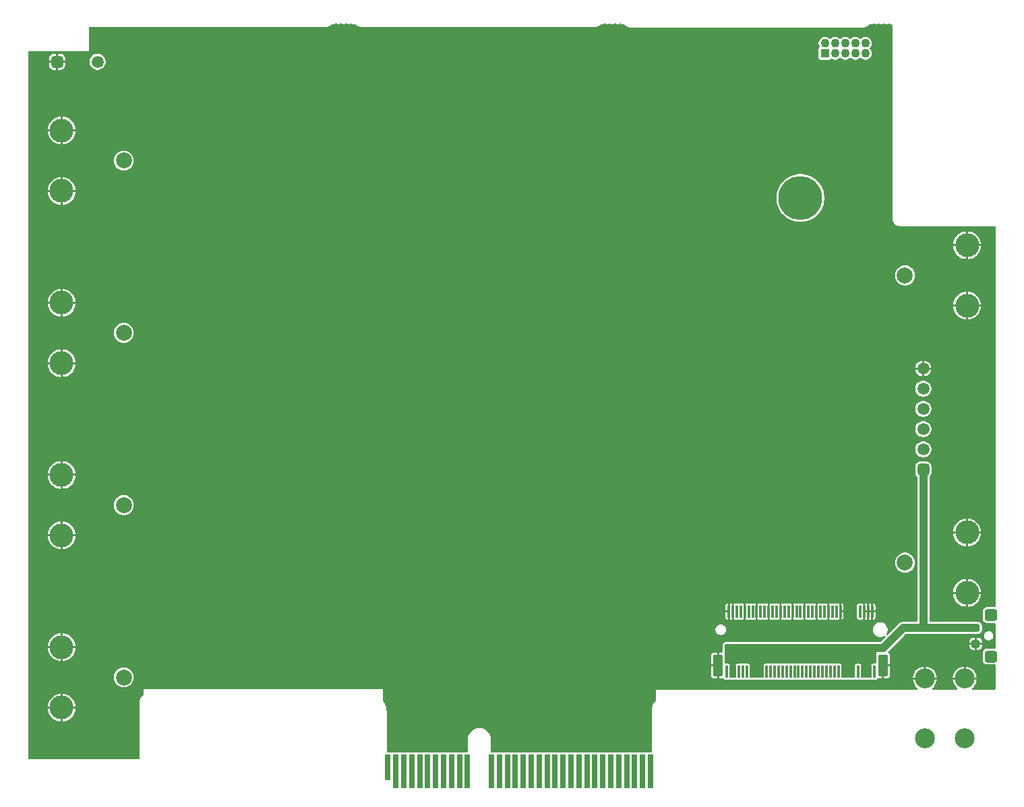
<source format=gbr>
%TF.GenerationSoftware,KiCad,Pcbnew,8.99.0-3402-gadd58faa30*%
%TF.CreationDate,2024-12-15T16:18:47-05:00*%
%TF.ProjectId,Thunderscope_Rev5_Mech_Model,5468756e-6465-4727-9363-6f70655f5265,rev?*%
%TF.SameCoordinates,Original*%
%TF.FileFunction,Copper,L2,Bot*%
%TF.FilePolarity,Positive*%
%FSLAX46Y46*%
G04 Gerber Fmt 4.6, Leading zero omitted, Abs format (unit mm)*
G04 Created by KiCad (PCBNEW 8.99.0-3402-gadd58faa30) date 2024-12-15 16:18:47*
%MOMM*%
%LPD*%
G01*
G04 APERTURE LIST*
G04 Aperture macros list*
%AMRoundRect*
0 Rectangle with rounded corners*
0 $1 Rounding radius*
0 $2 $3 $4 $5 $6 $7 $8 $9 X,Y pos of 4 corners*
0 Add a 4 corners polygon primitive as box body*
4,1,4,$2,$3,$4,$5,$6,$7,$8,$9,$2,$3,0*
0 Add four circle primitives for the rounded corners*
1,1,$1+$1,$2,$3*
1,1,$1+$1,$4,$5*
1,1,$1+$1,$6,$7*
1,1,$1+$1,$8,$9*
0 Add four rect primitives between the rounded corners*
20,1,$1+$1,$2,$3,$4,$5,0*
20,1,$1+$1,$4,$5,$6,$7,0*
20,1,$1+$1,$6,$7,$8,$9,0*
20,1,$1+$1,$8,$9,$2,$3,0*%
G04 Aperture macros list end*
%TA.AperFunction,SMDPad,CuDef*%
%ADD10RoundRect,0.076200X-0.076200X-0.698500X0.076200X-0.698500X0.076200X0.698500X-0.076200X0.698500X0*%
%TD*%
%TA.AperFunction,SMDPad,CuDef*%
%ADD11RoundRect,0.119380X-0.477520X-1.252220X0.477520X-1.252220X0.477520X1.252220X-0.477520X1.252220X0*%
%TD*%
%TA.AperFunction,ComponentPad*%
%ADD12C,1.090000*%
%TD*%
%TA.AperFunction,ComponentPad*%
%ADD13R,1.090000X1.090000*%
%TD*%
%TA.AperFunction,ComponentPad*%
%ADD14C,2.000000*%
%TD*%
%TA.AperFunction,ComponentPad*%
%ADD15C,3.000000*%
%TD*%
%TA.AperFunction,SMDPad,CuDef*%
%ADD16R,0.700000X3.200000*%
%TD*%
%TA.AperFunction,SMDPad,CuDef*%
%ADD17R,0.700000X4.200000*%
%TD*%
%TA.AperFunction,ComponentPad*%
%ADD18C,2.500000*%
%TD*%
%TA.AperFunction,ComponentPad*%
%ADD19C,5.500000*%
%TD*%
%TA.AperFunction,ComponentPad*%
%ADD20RoundRect,0.375000X-0.375000X-0.375000X0.375000X-0.375000X0.375000X0.375000X-0.375000X0.375000X0*%
%TD*%
%TA.AperFunction,ComponentPad*%
%ADD21C,1.500000*%
%TD*%
%TA.AperFunction,SMDPad,CuDef*%
%ADD22RoundRect,0.375000X-0.425000X0.375000X-0.425000X-0.375000X0.425000X-0.375000X0.425000X0.375000X0*%
%TD*%
%TA.AperFunction,SMDPad,CuDef*%
%ADD23RoundRect,0.375000X0.425000X-0.375000X0.425000X0.375000X-0.425000X0.375000X-0.425000X-0.375000X0*%
%TD*%
%TA.AperFunction,SMDPad,CuDef*%
%ADD24RoundRect,0.250000X-0.275000X0.250000X-0.275000X-0.250000X0.275000X-0.250000X0.275000X0.250000X0*%
%TD*%
%TA.AperFunction,ComponentPad*%
%ADD25RoundRect,0.375000X0.375000X-0.375000X0.375000X0.375000X-0.375000X0.375000X-0.375000X-0.375000X0*%
%TD*%
%TA.AperFunction,Conductor*%
%ADD26C,0.152400*%
%TD*%
%TA.AperFunction,Conductor*%
%ADD27C,1.000000*%
%TD*%
G04 APERTURE END LIST*
D10*
%TO.P,J8,1,1*%
%TO.N,unconnected-(J8-Pad1)*%
X175226095Y-138803600D03*
%TO.P,J8,2,2*%
%TO.N,GND*%
X175476095Y-131253600D03*
%TO.P,J8,3,3*%
%TO.N,+VUSB*%
X175726095Y-138803600D03*
%TO.P,J8,4,4*%
%TO.N,GND*%
X175976095Y-131253600D03*
%TO.P,J8,5,5*%
%TO.N,+VUSB*%
X176226095Y-138803600D03*
%TO.P,J8,6,6*%
%TO.N,/M2_PER3_N*%
X176476095Y-131253600D03*
%TO.P,J8,7,7*%
%TO.N,unconnected-(J8-Pad7)*%
X176726095Y-138803600D03*
%TO.P,J8,8,8*%
%TO.N,/M2_PER3_P*%
X176976095Y-131253600D03*
%TO.P,J8,9,9*%
%TO.N,unconnected-(J8-Pad9)*%
X177226095Y-138803600D03*
%TO.P,J8,10,10*%
%TO.N,GND*%
X177476095Y-131253600D03*
%TO.P,J8,11,11*%
%TO.N,unconnected-(J8-Pad11)*%
X177726095Y-138803600D03*
%TO.P,J8,12,12*%
%TO.N,/M2_PET3_N*%
X177976095Y-131253600D03*
%TO.P,J8,13,13*%
%TO.N,+VUSB*%
X178226095Y-138803600D03*
%TO.P,J8,14,14*%
%TO.N,/M2_PET3_P*%
X178476095Y-131253600D03*
%TO.P,J8,15,15*%
%TO.N,+VUSB*%
X178726095Y-138803600D03*
%TO.P,J8,16,16*%
%TO.N,GND*%
X178976095Y-131253600D03*
%TO.P,J8,17,17*%
%TO.N,+VUSB*%
X179226095Y-138803600D03*
%TO.P,J8,18,18*%
%TO.N,/M2_PER2_N*%
X179476095Y-131253600D03*
%TO.P,J8,19,19*%
%TO.N,+VUSB*%
X179726095Y-138803600D03*
%TO.P,J8,20,20*%
%TO.N,/M2_PER2_P*%
X179976095Y-131253600D03*
%TO.P,J8,21,21*%
%TO.N,unconnected-(J8-Pad21)*%
X180226095Y-138803600D03*
%TO.P,J8,22,22*%
%TO.N,GND*%
X180476095Y-131253600D03*
%TO.P,J8,23,23*%
%TO.N,unconnected-(J8-Pad23)*%
X180726095Y-138803600D03*
%TO.P,J8,24,24*%
%TO.N,/M2_PET2_N*%
X180976095Y-131253600D03*
%TO.P,J8,25,25*%
%TO.N,unconnected-(J8-Pad25)*%
X181226095Y-138803600D03*
%TO.P,J8,26,26*%
%TO.N,/M2_PET2_P*%
X181476095Y-131253600D03*
%TO.P,J8,27,27*%
%TO.N,unconnected-(J8-Pad27)*%
X181726095Y-138803600D03*
%TO.P,J8,28,28*%
%TO.N,GND*%
X181976095Y-131253600D03*
%TO.P,J8,29,29*%
%TO.N,unconnected-(J8-Pad29)*%
X182226095Y-138803600D03*
%TO.P,J8,30,30*%
%TO.N,/M2_PER1_N*%
X182476095Y-131253600D03*
%TO.P,J8,31,31*%
%TO.N,unconnected-(J8-Pad31)*%
X182726095Y-138803600D03*
%TO.P,J8,32,32*%
%TO.N,/M2_PER1_P*%
X182976095Y-131253600D03*
%TO.P,J8,33,33*%
%TO.N,unconnected-(J8-Pad33)*%
X183226095Y-138803600D03*
%TO.P,J8,34,34*%
%TO.N,GND*%
X183476095Y-131253600D03*
%TO.P,J8,35,35*%
%TO.N,unconnected-(J8-Pad35)*%
X183726095Y-138803600D03*
%TO.P,J8,36,36*%
%TO.N,/M2_PET1_N*%
X183976095Y-131253600D03*
%TO.P,J8,37,37*%
%TO.N,unconnected-(J8-Pad37)*%
X184226095Y-138803600D03*
%TO.P,J8,38,38*%
%TO.N,/M2_PET1_P*%
X184476095Y-131253600D03*
%TO.P,J8,39,39*%
%TO.N,unconnected-(J8-Pad39)*%
X184726095Y-138803600D03*
%TO.P,J8,40,40*%
%TO.N,GND*%
X184976095Y-131253600D03*
%TO.P,J8,41,41*%
%TO.N,unconnected-(J8-Pad41)*%
X185226095Y-138803600D03*
%TO.P,J8,42,42*%
%TO.N,/M2_PER0_N*%
X185476095Y-131253600D03*
%TO.P,J8,43,43*%
%TO.N,unconnected-(J8-Pad43)*%
X185726095Y-138803600D03*
%TO.P,J8,44,44*%
%TO.N,/M2_PER0_P*%
X185976095Y-131253600D03*
%TO.P,J8,45,45*%
%TO.N,unconnected-(J8-Pad45)*%
X186226095Y-138803600D03*
%TO.P,J8,46,46*%
%TO.N,GND*%
X186476095Y-131253600D03*
%TO.P,J8,47,47*%
%TO.N,unconnected-(J8-Pad47)*%
X186726095Y-138803600D03*
%TO.P,J8,48,48*%
%TO.N,/M2_PET0_N*%
X186976095Y-131253600D03*
%TO.P,J8,49,49*%
%TO.N,/M2_PERST#*%
X187226095Y-138803600D03*
%TO.P,J8,50,50*%
%TO.N,/M2_PET0_P*%
X187476095Y-131253600D03*
%TO.P,J8,51,51*%
%TO.N,unconnected-(J8-Pad51)*%
X187726095Y-138803600D03*
%TO.P,J8,52,52*%
%TO.N,GND*%
X187976095Y-131253600D03*
%TO.P,J8,53,53*%
%TO.N,unconnected-(J8-Pad53)*%
X188226095Y-138803600D03*
%TO.P,J8,54,54*%
%TO.N,/M2_REFCLK_N*%
X188476095Y-131253600D03*
%TO.P,J8,55,55*%
%TO.N,unconnected-(J8-Pad55)*%
X188726095Y-138803600D03*
%TO.P,J8,56,56*%
%TO.N,/M2_REFCLK_P*%
X188976095Y-131253600D03*
%TO.P,J8,57,57*%
%TO.N,unconnected-(J8-Pad57)*%
X189226095Y-138803600D03*
%TO.P,J8,58,58*%
%TO.N,GND*%
X189476095Y-131253600D03*
%TO.P,J8,67,67*%
%TO.N,unconnected-(J8-Pad67)*%
X191726095Y-138803600D03*
%TO.P,J8,68,68*%
%TO.N,unconnected-(J8-Pad68)*%
X191976095Y-131253600D03*
%TO.P,J8,69,69*%
%TO.N,+VUSB*%
X192226095Y-138803600D03*
%TO.P,J8,70,70*%
%TO.N,GND*%
X192476095Y-131253600D03*
%TO.P,J8,71,71*%
%TO.N,+VUSB*%
X192726095Y-138803600D03*
%TO.P,J8,72,72*%
%TO.N,GND*%
X192976095Y-131253600D03*
%TO.P,J8,73,73*%
%TO.N,+VUSB*%
X193226095Y-138803600D03*
%TO.P,J8,74,74*%
%TO.N,GND*%
X193476095Y-131253600D03*
%TO.P,J8,75,75*%
%TO.N,unconnected-(J8-Pad75)*%
X193726095Y-138803600D03*
D11*
%TO.P,J8,76,76*%
%TO.N,GND*%
X174126095Y-138028600D03*
%TO.P,J8,77,77*%
X194826095Y-138028600D03*
%TD*%
D12*
%TO.P,J3,10,10*%
%TO.N,unconnected-(J3-Pad10)*%
X192641095Y-59818600D03*
%TO.P,J3,9,9*%
%TO.N,unconnected-(J3-Pad9)*%
X192641095Y-61088600D03*
%TO.P,J3,8,8*%
%TO.N,unconnected-(J3-Pad8)*%
X191371095Y-59818600D03*
%TO.P,J3,7,7*%
%TO.N,unconnected-(J3-Pad7)*%
X191371095Y-61088600D03*
%TO.P,J3,6,6*%
%TO.N,unconnected-(J3-Pad6)*%
X190101095Y-59818600D03*
%TO.P,J3,5,5*%
%TO.N,unconnected-(J3-Pad5)*%
X190101095Y-61088600D03*
%TO.P,J3,4,4*%
%TO.N,unconnected-(J3-Pad4)*%
X188831095Y-59818600D03*
%TO.P,J3,3,3*%
%TO.N,unconnected-(J3-Pad3)*%
X188831095Y-61088600D03*
%TO.P,J3,2,2*%
%TO.N,unconnected-(J3-Pad2)*%
X187561095Y-59818600D03*
D13*
%TO.P,J3,1,1*%
%TO.N,unconnected-(J3-Pad1)*%
X187561095Y-61088600D03*
%TD*%
D14*
%TO.P,J2,1,Signal*%
%TO.N,unconnected-(J2-Signal-Pad1)*%
X197601095Y-125103600D03*
D15*
%TO.P,J2,2,SHIELD*%
%TO.N,GND*%
X205401095Y-121303600D03*
X205401095Y-128903600D03*
%TD*%
D14*
%TO.P,J1002A1,1,Signal*%
%TO.N,unconnected-(J1002A1-Signal-Pad1)*%
X99476095Y-139528610D03*
D15*
%TO.P,J1002A1,2,SHIELD*%
%TO.N,GND*%
X91676095Y-143328610D03*
X91676095Y-135728610D03*
%TD*%
D16*
%TO.P,P1,A1,A1*%
%TO.N,unconnected-(P1-PadA1)*%
X132651095Y-150803600D03*
D17*
%TO.P,P1,A2,A2*%
%TO.N,unconnected-(P1-PadA2)*%
X133651095Y-151303600D03*
%TO.P,P1,A3,A3*%
%TO.N,unconnected-(P1-PadA3)*%
X134651095Y-151303600D03*
%TO.P,P1,A4,A4*%
%TO.N,unconnected-(P1-PadA4)*%
X135651095Y-151303600D03*
%TO.P,P1,A5,A5*%
%TO.N,unconnected-(P1-PadA5)*%
X136651095Y-151303600D03*
%TO.P,P1,A6,A6*%
%TO.N,unconnected-(P1-PadA6)*%
X137651095Y-151303600D03*
%TO.P,P1,A7,A7*%
%TO.N,unconnected-(P1-PadA7)*%
X138651095Y-151303600D03*
%TO.P,P1,A8,A8*%
%TO.N,unconnected-(P1-PadA8)*%
X139651095Y-151303600D03*
%TO.P,P1,A9,A9*%
%TO.N,unconnected-(P1-PadA9)*%
X140651095Y-151303600D03*
%TO.P,P1,A10,A10*%
%TO.N,unconnected-(P1-PadA10)*%
X141651095Y-151303600D03*
%TO.P,P1,A11,A11*%
%TO.N,unconnected-(P1-PadA11)*%
X142651095Y-151303600D03*
%TO.P,P1,A12,A12*%
%TO.N,unconnected-(P1-PadA12)*%
X145651095Y-151303600D03*
%TO.P,P1,A13,A13*%
%TO.N,unconnected-(P1-PadA13)*%
X146651095Y-151303600D03*
%TO.P,P1,A14,A14*%
%TO.N,unconnected-(P1-PadA14)*%
X147651095Y-151303600D03*
%TO.P,P1,A15,A15*%
%TO.N,unconnected-(P1-PadA15)*%
X148651095Y-151303600D03*
%TO.P,P1,A16,A16*%
%TO.N,unconnected-(P1-PadA16)*%
X149651095Y-151303600D03*
%TO.P,P1,A17,A17*%
%TO.N,unconnected-(P1-PadA17)*%
X150651095Y-151303600D03*
%TO.P,P1,A18,A18*%
%TO.N,unconnected-(P1-PadA18)*%
X151651095Y-151303600D03*
%TO.P,P1,A19,A19*%
%TO.N,unconnected-(P1-PadA19)*%
X152651095Y-151303600D03*
%TO.P,P1,A20,A20*%
%TO.N,unconnected-(P1-PadA20)*%
X153651095Y-151303600D03*
%TO.P,P1,A21,A21*%
%TO.N,unconnected-(P1-PadA21)*%
X154651095Y-151303600D03*
%TO.P,P1,A22,A22*%
%TO.N,unconnected-(P1-PadA22)*%
X155651095Y-151303600D03*
%TO.P,P1,A23,A23*%
%TO.N,unconnected-(P1-PadA23)*%
X156651095Y-151303600D03*
%TO.P,P1,A24,A24*%
%TO.N,unconnected-(P1-PadA24)*%
X157651095Y-151303600D03*
%TO.P,P1,A25,A25*%
%TO.N,unconnected-(P1-PadA25)*%
X158651095Y-151303600D03*
%TO.P,P1,A26,A26*%
%TO.N,unconnected-(P1-PadA26)*%
X159651095Y-151303600D03*
%TO.P,P1,A27,A27*%
%TO.N,unconnected-(P1-PadA27)*%
X160651095Y-151303600D03*
%TO.P,P1,A28,A28*%
%TO.N,unconnected-(P1-PadA28)*%
X161651095Y-151303600D03*
%TO.P,P1,A29,A29*%
%TO.N,unconnected-(P1-PadA29)*%
X162651095Y-151303600D03*
%TO.P,P1,A30,A30*%
%TO.N,unconnected-(P1-PadA30)*%
X163651105Y-151303600D03*
%TO.P,P1,A31,A31*%
%TO.N,unconnected-(P1-PadA31)*%
X164651105Y-151303600D03*
%TO.P,P1,A32,A32*%
%TO.N,unconnected-(P1-PadA32)*%
X165651095Y-151303600D03*
%TD*%
D18*
%TO.P,J11,1,1*%
%TO.N,GND*%
X200101095Y-147153600D03*
X205101095Y-147153600D03*
X200101095Y-139653600D03*
X205101095Y-139653600D03*
%TD*%
D19*
%TO.P,H1,MOUNTING-HOLE*%
%TO.N,N/C*%
X184476095Y-79278600D03*
%TD*%
D20*
%TO.P,J4,1,1*%
%TO.N,GND*%
X91111095Y-62153600D03*
D21*
%TO.P,J4,2,2*%
%TO.N,unconnected-(J4-Pad2)*%
X96191095Y-62153600D03*
%TD*%
D14*
%TO.P,J1,1,Signal*%
%TO.N,unconnected-(J1-Signal-Pad1)*%
X197601095Y-89003600D03*
D15*
%TO.P,J1,2,SHIELD*%
%TO.N,GND*%
X205401095Y-85203600D03*
X205401095Y-92803600D03*
%TD*%
D14*
%TO.P,J1002D1,1,Signal*%
%TO.N,unconnected-(J1002D1-Signal-Pad1)*%
X99476095Y-74578610D03*
D15*
%TO.P,J1002D1,2,SHIELD*%
%TO.N,GND*%
X91676095Y-78378610D03*
X91676095Y-70778610D03*
%TD*%
D14*
%TO.P,J1002B1,1,Signal*%
%TO.N,unconnected-(J1002B1-Signal-Pad1)*%
X99476095Y-117878610D03*
D15*
%TO.P,J1002B1,2,SHIELD*%
%TO.N,GND*%
X91676095Y-121678610D03*
X91676095Y-114078610D03*
%TD*%
D14*
%TO.P,J1002C1,1,Signal*%
%TO.N,unconnected-(J1002C1-Signal-Pad1)*%
X99476095Y-96228610D03*
D15*
%TO.P,J1002C1,2,SHIELD*%
%TO.N,GND*%
X91676095Y-100028610D03*
X91676095Y-92428610D03*
%TD*%
D22*
%TO.P,J10,*%
%TO.N,*%
X208403595Y-131703600D03*
D23*
X208403595Y-136903600D03*
D24*
%TO.P,J10,1,1*%
%TO.N,+VUSB*%
X206478595Y-133303600D03*
%TO.P,J10,2,2*%
%TO.N,GND*%
X206478595Y-135303600D03*
%TD*%
D25*
%TO.P,J5,1,1*%
%TO.N,+VUSB*%
X199901095Y-113403600D03*
D21*
%TO.P,J5,2,2*%
%TO.N,unconnected-(J5-Pad2)*%
X199901095Y-110863600D03*
%TO.P,J5,3,3*%
%TO.N,/LED_R*%
X199901095Y-108323600D03*
%TO.P,J5,4,4*%
%TO.N,/LED_B*%
X199901095Y-105783600D03*
%TO.P,J5,5,5*%
%TO.N,/LED_G*%
X199901095Y-103243600D03*
%TO.P,J5,6,6*%
%TO.N,GND*%
X199901095Y-100703600D03*
%TD*%
D26*
%TO.N,+VUSB*%
X199901095Y-133253600D02*
X199951095Y-133303600D01*
D27*
X199901095Y-113403600D02*
X199901095Y-133253600D01*
X199951095Y-133303600D02*
X197401095Y-133303600D01*
X194851095Y-135853600D02*
X193851095Y-135853600D01*
X197401095Y-133303600D02*
X194851095Y-135853600D01*
X206478595Y-133303600D02*
X199951095Y-133303600D01*
%TD*%
%TA.AperFunction,Conductor*%
%TO.N,GND*%
G36*
X160595122Y-57292743D02*
G01*
X160640185Y-57321704D01*
X160676138Y-57357657D01*
X160676143Y-57357661D01*
X160676145Y-57357663D01*
X160748544Y-57399463D01*
X160829295Y-57421100D01*
X160829297Y-57421100D01*
X160912893Y-57421100D01*
X160912895Y-57421100D01*
X160993646Y-57399463D01*
X161066045Y-57357663D01*
X161077015Y-57346693D01*
X161102000Y-57321709D01*
X161164312Y-57287683D01*
X161235127Y-57292748D01*
X161280190Y-57321709D01*
X161316138Y-57357657D01*
X161316143Y-57357661D01*
X161316145Y-57357663D01*
X161388544Y-57399463D01*
X161469295Y-57421100D01*
X161469297Y-57421100D01*
X161552893Y-57421100D01*
X161552895Y-57421100D01*
X161633646Y-57399463D01*
X161706045Y-57357663D01*
X161717015Y-57346693D01*
X161742000Y-57321709D01*
X161804312Y-57287683D01*
X161875127Y-57292748D01*
X161920190Y-57321709D01*
X161956138Y-57357657D01*
X161956143Y-57357661D01*
X161956145Y-57357663D01*
X162028544Y-57399463D01*
X162109295Y-57421100D01*
X162109297Y-57421100D01*
X162192893Y-57421100D01*
X162192895Y-57421100D01*
X162237261Y-57409212D01*
X162308236Y-57410902D01*
X162367032Y-57450696D01*
X162370424Y-57454991D01*
X162408460Y-57505363D01*
X162408465Y-57505369D01*
X162545448Y-57630256D01*
X162545451Y-57630258D01*
X162703051Y-57727853D01*
X162703053Y-57727854D01*
X162739741Y-57742070D01*
X162875903Y-57794831D01*
X163058118Y-57828908D01*
X163084981Y-57828910D01*
X163085005Y-57828917D01*
X163155335Y-57828917D01*
X163216698Y-57828923D01*
X163216700Y-57828922D01*
X163226298Y-57828923D01*
X163226388Y-57828917D01*
X192285205Y-57829088D01*
X192285208Y-57829089D01*
X192298898Y-57829089D01*
X192298973Y-57829111D01*
X192351100Y-57829111D01*
X192443809Y-57829111D01*
X192443811Y-57829111D01*
X192626076Y-57795040D01*
X192798977Y-57728057D01*
X192956625Y-57630445D01*
X192956627Y-57630442D01*
X192956630Y-57630441D01*
X193093650Y-57505531D01*
X193093650Y-57505529D01*
X193093654Y-57505527D01*
X193116115Y-57475782D01*
X193173127Y-57433475D01*
X193243963Y-57428706D01*
X193249261Y-57430003D01*
X193309295Y-57446089D01*
X193309297Y-57446089D01*
X193392893Y-57446089D01*
X193392895Y-57446089D01*
X193473646Y-57424452D01*
X193546045Y-57382652D01*
X193558861Y-57369836D01*
X193582000Y-57346698D01*
X193644312Y-57312672D01*
X193715127Y-57317737D01*
X193760190Y-57346698D01*
X193796138Y-57382646D01*
X193796143Y-57382650D01*
X193796145Y-57382652D01*
X193796146Y-57382653D01*
X193796148Y-57382654D01*
X193834875Y-57405013D01*
X193868544Y-57424452D01*
X193949295Y-57446089D01*
X193949297Y-57446089D01*
X194032893Y-57446089D01*
X194032895Y-57446089D01*
X194113646Y-57424452D01*
X194186045Y-57382652D01*
X194198861Y-57369836D01*
X194222005Y-57346693D01*
X194284317Y-57312667D01*
X194355132Y-57317732D01*
X194400195Y-57346693D01*
X194436148Y-57382646D01*
X194436153Y-57382650D01*
X194436155Y-57382652D01*
X194436156Y-57382653D01*
X194436158Y-57382654D01*
X194474885Y-57405013D01*
X194508554Y-57424452D01*
X194589305Y-57446089D01*
X194589307Y-57446089D01*
X194672903Y-57446089D01*
X194672905Y-57446089D01*
X194753656Y-57424452D01*
X194826055Y-57382652D01*
X194838871Y-57369836D01*
X194862010Y-57346698D01*
X194924322Y-57312672D01*
X194995137Y-57317737D01*
X195040200Y-57346698D01*
X195076148Y-57382646D01*
X195076153Y-57382650D01*
X195076155Y-57382652D01*
X195076156Y-57382653D01*
X195076158Y-57382654D01*
X195114885Y-57405013D01*
X195148554Y-57424452D01*
X195229305Y-57446089D01*
X195229307Y-57446089D01*
X195312903Y-57446089D01*
X195312905Y-57446089D01*
X195393656Y-57424452D01*
X195466055Y-57382652D01*
X195478871Y-57369836D01*
X195502010Y-57346698D01*
X195564322Y-57312672D01*
X195635137Y-57317737D01*
X195680200Y-57346698D01*
X195716148Y-57382646D01*
X195716153Y-57382650D01*
X195716155Y-57382652D01*
X195716156Y-57382653D01*
X195716158Y-57382654D01*
X195754885Y-57405013D01*
X195788554Y-57424452D01*
X195869305Y-57446089D01*
X195869307Y-57446089D01*
X195874595Y-57446089D01*
X195942716Y-57466091D01*
X195989209Y-57519747D01*
X196000595Y-57572089D01*
X196000595Y-81877672D01*
X196000599Y-81877733D01*
X196000599Y-81891121D01*
X196030996Y-82063524D01*
X196030996Y-82063525D01*
X196090870Y-82228034D01*
X196090871Y-82228036D01*
X196178404Y-82379650D01*
X196247770Y-82462318D01*
X196290930Y-82513756D01*
X196425036Y-82626287D01*
X196576646Y-82713821D01*
X196704255Y-82760268D01*
X196741147Y-82773696D01*
X196741153Y-82773698D01*
X196913558Y-82804099D01*
X196925042Y-82804099D01*
X196935200Y-82804099D01*
X196935203Y-82804100D01*
X197001090Y-82804100D01*
X197066982Y-82804101D01*
X197066986Y-82804100D01*
X202935176Y-82804100D01*
X208875095Y-82804100D01*
X208943216Y-82824102D01*
X208989709Y-82877758D01*
X209001095Y-82930100D01*
X209001095Y-130573100D01*
X208981093Y-130641221D01*
X208927437Y-130687714D01*
X208875095Y-130699100D01*
X207915029Y-130699100D01*
X207879339Y-130701908D01*
X207726598Y-130746283D01*
X207589707Y-130827241D01*
X207589700Y-130827246D01*
X207477241Y-130939705D01*
X207477236Y-130939712D01*
X207396278Y-131076603D01*
X207351903Y-131229343D01*
X207349095Y-131265024D01*
X207349095Y-132142166D01*
X207351903Y-132177855D01*
X207396278Y-132330596D01*
X207477236Y-132467487D01*
X207477241Y-132467494D01*
X207589700Y-132579953D01*
X207589707Y-132579958D01*
X207726598Y-132660916D01*
X207726601Y-132660916D01*
X207726603Y-132660918D01*
X207879337Y-132705291D01*
X207915028Y-132708100D01*
X208875095Y-132708099D01*
X208943216Y-132728101D01*
X208989709Y-132781757D01*
X209001095Y-132834099D01*
X209001095Y-135773100D01*
X208981093Y-135841221D01*
X208927437Y-135887714D01*
X208875095Y-135899100D01*
X207915029Y-135899100D01*
X207879339Y-135901908D01*
X207726598Y-135946283D01*
X207589707Y-136027241D01*
X207589700Y-136027246D01*
X207477241Y-136139705D01*
X207477236Y-136139712D01*
X207396278Y-136276603D01*
X207351903Y-136429343D01*
X207349095Y-136465024D01*
X207349095Y-137342166D01*
X207351903Y-137377855D01*
X207396278Y-137530596D01*
X207477236Y-137667487D01*
X207477241Y-137667494D01*
X207589700Y-137779953D01*
X207589707Y-137779958D01*
X207726598Y-137860916D01*
X207726601Y-137860916D01*
X207726603Y-137860918D01*
X207879337Y-137905291D01*
X207915028Y-137908100D01*
X208875095Y-137908099D01*
X208943216Y-137928101D01*
X208989709Y-137981757D01*
X209001095Y-138034099D01*
X209001095Y-140927600D01*
X208981093Y-140995721D01*
X208927437Y-141042214D01*
X208875095Y-141053600D01*
X206120706Y-141053600D01*
X206052585Y-141033598D01*
X206006092Y-140979942D01*
X205995988Y-140909668D01*
X206025482Y-140845088D01*
X206046644Y-140825664D01*
X206080891Y-140800781D01*
X206248277Y-140633395D01*
X206248279Y-140633392D01*
X206387428Y-140441871D01*
X206494905Y-140230937D01*
X206494908Y-140230931D01*
X206568060Y-140005793D01*
X206603727Y-139780600D01*
X206044445Y-139780600D01*
X206051095Y-139747167D01*
X206051095Y-139560033D01*
X206044445Y-139526600D01*
X206603727Y-139526600D01*
X206568060Y-139301406D01*
X206494908Y-139076268D01*
X206494905Y-139076262D01*
X206387428Y-138865328D01*
X206248279Y-138673807D01*
X206248277Y-138673804D01*
X206080890Y-138506417D01*
X206080887Y-138506415D01*
X205889366Y-138367266D01*
X205678432Y-138259789D01*
X205678426Y-138259786D01*
X205453288Y-138186634D01*
X205228095Y-138150967D01*
X205228095Y-138710250D01*
X205194662Y-138703600D01*
X205007528Y-138703600D01*
X204974095Y-138710250D01*
X204974095Y-138150967D01*
X204748901Y-138186634D01*
X204523763Y-138259786D01*
X204523757Y-138259789D01*
X204312823Y-138367266D01*
X204121302Y-138506415D01*
X204121299Y-138506417D01*
X203953912Y-138673804D01*
X203953910Y-138673807D01*
X203814761Y-138865328D01*
X203707284Y-139076262D01*
X203707281Y-139076268D01*
X203634129Y-139301406D01*
X203598463Y-139526600D01*
X204157745Y-139526600D01*
X204151095Y-139560033D01*
X204151095Y-139747167D01*
X204157745Y-139780600D01*
X203598463Y-139780600D01*
X203634129Y-140005793D01*
X203707281Y-140230931D01*
X203707284Y-140230937D01*
X203814761Y-140441871D01*
X203953910Y-140633392D01*
X203953912Y-140633395D01*
X204121298Y-140800781D01*
X204155546Y-140825664D01*
X204198899Y-140881887D01*
X204204974Y-140952623D01*
X204171842Y-141015415D01*
X204110022Y-141050326D01*
X204081484Y-141053600D01*
X201120706Y-141053600D01*
X201052585Y-141033598D01*
X201006092Y-140979942D01*
X200995988Y-140909668D01*
X201025482Y-140845088D01*
X201046644Y-140825664D01*
X201080891Y-140800781D01*
X201248277Y-140633395D01*
X201248279Y-140633392D01*
X201387428Y-140441871D01*
X201494905Y-140230937D01*
X201494908Y-140230931D01*
X201568060Y-140005793D01*
X201603727Y-139780600D01*
X201044445Y-139780600D01*
X201051095Y-139747167D01*
X201051095Y-139560033D01*
X201044445Y-139526600D01*
X201603727Y-139526600D01*
X201568060Y-139301406D01*
X201494908Y-139076268D01*
X201494905Y-139076262D01*
X201387428Y-138865328D01*
X201248279Y-138673807D01*
X201248277Y-138673804D01*
X201080890Y-138506417D01*
X201080887Y-138506415D01*
X200889366Y-138367266D01*
X200678432Y-138259789D01*
X200678426Y-138259786D01*
X200453288Y-138186634D01*
X200228095Y-138150967D01*
X200228095Y-138710250D01*
X200194662Y-138703600D01*
X200007528Y-138703600D01*
X199974095Y-138710250D01*
X199974095Y-138150967D01*
X199748901Y-138186634D01*
X199523763Y-138259786D01*
X199523757Y-138259789D01*
X199312823Y-138367266D01*
X199121302Y-138506415D01*
X199121299Y-138506417D01*
X198953912Y-138673804D01*
X198953910Y-138673807D01*
X198814761Y-138865328D01*
X198707284Y-139076262D01*
X198707281Y-139076268D01*
X198634129Y-139301406D01*
X198598463Y-139526600D01*
X199157745Y-139526600D01*
X199151095Y-139560033D01*
X199151095Y-139747167D01*
X199157745Y-139780600D01*
X198598463Y-139780600D01*
X198634129Y-140005793D01*
X198707281Y-140230931D01*
X198707284Y-140230937D01*
X198814761Y-140441871D01*
X198953910Y-140633392D01*
X198953912Y-140633395D01*
X199121298Y-140800781D01*
X199155546Y-140825664D01*
X199198899Y-140881887D01*
X199204974Y-140952623D01*
X199171842Y-141015415D01*
X199110022Y-141050326D01*
X199081484Y-141053600D01*
X166301095Y-141053600D01*
X166301095Y-142393179D01*
X166281093Y-142461300D01*
X166277031Y-142467240D01*
X166158732Y-142630064D01*
X166017759Y-142886493D01*
X165910037Y-143158567D01*
X165910035Y-143158573D01*
X165837272Y-143441968D01*
X165837267Y-143441996D01*
X165800596Y-143732277D01*
X165800595Y-143732296D01*
X165800595Y-148823100D01*
X165780593Y-148891221D01*
X165726937Y-148937714D01*
X165674595Y-148949100D01*
X165276031Y-148949100D01*
X165276021Y-148949101D01*
X165201792Y-148963866D01*
X165199311Y-148964894D01*
X165193470Y-148965521D01*
X165189622Y-148966287D01*
X165189553Y-148965942D01*
X165128721Y-148972479D01*
X165102886Y-148964892D01*
X165100411Y-148963867D01*
X165026173Y-148949100D01*
X164276041Y-148949100D01*
X164276031Y-148949101D01*
X164201800Y-148963866D01*
X164199313Y-148964897D01*
X164193460Y-148965525D01*
X164189633Y-148966287D01*
X164189564Y-148965944D01*
X164128722Y-148972480D01*
X164102891Y-148964895D01*
X164100407Y-148963866D01*
X164026173Y-148949100D01*
X163276041Y-148949100D01*
X163276031Y-148949101D01*
X163201798Y-148963867D01*
X163199307Y-148964899D01*
X163193445Y-148965528D01*
X163189633Y-148966287D01*
X163189565Y-148965945D01*
X163128717Y-148972482D01*
X163102887Y-148964897D01*
X163100399Y-148963866D01*
X163026163Y-148949100D01*
X162276031Y-148949100D01*
X162276021Y-148949101D01*
X162201790Y-148963866D01*
X162199303Y-148964897D01*
X162193450Y-148965525D01*
X162189623Y-148966287D01*
X162189554Y-148965944D01*
X162128712Y-148972480D01*
X162102881Y-148964895D01*
X162100397Y-148963866D01*
X162026163Y-148949100D01*
X161276031Y-148949100D01*
X161276021Y-148949101D01*
X161201790Y-148963866D01*
X161199303Y-148964897D01*
X161193450Y-148965525D01*
X161189623Y-148966287D01*
X161189554Y-148965944D01*
X161128712Y-148972480D01*
X161102881Y-148964895D01*
X161100397Y-148963866D01*
X161026163Y-148949100D01*
X160276031Y-148949100D01*
X160276021Y-148949101D01*
X160201790Y-148963866D01*
X160199303Y-148964897D01*
X160193450Y-148965525D01*
X160189623Y-148966287D01*
X160189554Y-148965944D01*
X160128712Y-148972480D01*
X160102881Y-148964895D01*
X160100397Y-148963866D01*
X160026163Y-148949100D01*
X159276031Y-148949100D01*
X159276021Y-148949101D01*
X159201790Y-148963866D01*
X159199303Y-148964897D01*
X159193450Y-148965525D01*
X159189623Y-148966287D01*
X159189554Y-148965944D01*
X159128712Y-148972480D01*
X159102881Y-148964895D01*
X159100397Y-148963866D01*
X159026163Y-148949100D01*
X158276031Y-148949100D01*
X158276021Y-148949101D01*
X158201790Y-148963866D01*
X158199303Y-148964897D01*
X158193450Y-148965525D01*
X158189623Y-148966287D01*
X158189554Y-148965944D01*
X158128712Y-148972480D01*
X158102881Y-148964895D01*
X158100397Y-148963866D01*
X158026163Y-148949100D01*
X157276031Y-148949100D01*
X157276021Y-148949101D01*
X157201790Y-148963866D01*
X157199303Y-148964897D01*
X157193450Y-148965525D01*
X157189623Y-148966287D01*
X157189554Y-148965944D01*
X157128712Y-148972480D01*
X157102881Y-148964895D01*
X157100397Y-148963866D01*
X157026163Y-148949100D01*
X156276031Y-148949100D01*
X156276021Y-148949101D01*
X156201790Y-148963866D01*
X156199303Y-148964897D01*
X156193450Y-148965525D01*
X156189623Y-148966287D01*
X156189554Y-148965944D01*
X156128712Y-148972480D01*
X156102881Y-148964895D01*
X156100397Y-148963866D01*
X156026163Y-148949100D01*
X155276031Y-148949100D01*
X155276021Y-148949101D01*
X155201790Y-148963866D01*
X155199303Y-148964897D01*
X155193450Y-148965525D01*
X155189623Y-148966287D01*
X155189554Y-148965944D01*
X155128712Y-148972480D01*
X155102881Y-148964895D01*
X155100397Y-148963866D01*
X155026163Y-148949100D01*
X154276031Y-148949100D01*
X154276021Y-148949101D01*
X154201790Y-148963866D01*
X154199303Y-148964897D01*
X154193450Y-148965525D01*
X154189623Y-148966287D01*
X154189554Y-148965944D01*
X154128712Y-148972480D01*
X154102881Y-148964895D01*
X154100397Y-148963866D01*
X154026163Y-148949100D01*
X153276031Y-148949100D01*
X153276021Y-148949101D01*
X153201790Y-148963866D01*
X153199303Y-148964897D01*
X153193450Y-148965525D01*
X153189623Y-148966287D01*
X153189554Y-148965944D01*
X153128712Y-148972480D01*
X153102881Y-148964895D01*
X153100397Y-148963866D01*
X153026163Y-148949100D01*
X152276031Y-148949100D01*
X152276021Y-148949101D01*
X152201790Y-148963866D01*
X152199303Y-148964897D01*
X152193450Y-148965525D01*
X152189623Y-148966287D01*
X152189554Y-148965944D01*
X152128712Y-148972480D01*
X152102881Y-148964895D01*
X152100397Y-148963866D01*
X152026163Y-148949100D01*
X151276031Y-148949100D01*
X151276021Y-148949101D01*
X151201790Y-148963866D01*
X151199303Y-148964897D01*
X151193450Y-148965525D01*
X151189623Y-148966287D01*
X151189554Y-148965944D01*
X151128712Y-148972480D01*
X151102881Y-148964895D01*
X151100397Y-148963866D01*
X151026163Y-148949100D01*
X150276031Y-148949100D01*
X150276021Y-148949101D01*
X150201790Y-148963866D01*
X150199303Y-148964897D01*
X150193450Y-148965525D01*
X150189623Y-148966287D01*
X150189554Y-148965944D01*
X150128712Y-148972480D01*
X150102881Y-148964895D01*
X150100397Y-148963866D01*
X150026163Y-148949100D01*
X149276031Y-148949100D01*
X149276021Y-148949101D01*
X149201790Y-148963866D01*
X149199303Y-148964897D01*
X149193450Y-148965525D01*
X149189623Y-148966287D01*
X149189554Y-148965944D01*
X149128712Y-148972480D01*
X149102881Y-148964895D01*
X149100397Y-148963866D01*
X149026163Y-148949100D01*
X148276031Y-148949100D01*
X148276021Y-148949101D01*
X148201790Y-148963866D01*
X148199303Y-148964897D01*
X148193450Y-148965525D01*
X148189623Y-148966287D01*
X148189554Y-148965944D01*
X148128712Y-148972480D01*
X148102881Y-148964895D01*
X148100397Y-148963866D01*
X148026163Y-148949100D01*
X147276031Y-148949100D01*
X147276021Y-148949101D01*
X147201790Y-148963866D01*
X147199303Y-148964897D01*
X147193450Y-148965525D01*
X147189623Y-148966287D01*
X147189554Y-148965944D01*
X147128712Y-148972480D01*
X147102881Y-148964895D01*
X147100397Y-148963866D01*
X147026163Y-148949100D01*
X146276031Y-148949100D01*
X146276021Y-148949101D01*
X146201790Y-148963866D01*
X146199303Y-148964897D01*
X146193450Y-148965525D01*
X146189623Y-148966287D01*
X146189554Y-148965944D01*
X146128712Y-148972480D01*
X146102881Y-148964895D01*
X146100397Y-148963866D01*
X146026164Y-148949100D01*
X146026162Y-148949100D01*
X145727595Y-148949100D01*
X145659474Y-148929098D01*
X145612981Y-148875442D01*
X145601595Y-148823100D01*
X145601595Y-147239446D01*
X145601249Y-147237261D01*
X145565879Y-147013940D01*
X145495326Y-146796801D01*
X145391674Y-146593372D01*
X145257474Y-146408663D01*
X145257472Y-146408660D01*
X145096034Y-146247222D01*
X144911326Y-146113023D01*
X144911325Y-146113022D01*
X144911323Y-146113021D01*
X144707894Y-146009369D01*
X144490755Y-145938816D01*
X144265252Y-145903100D01*
X144036938Y-145903100D01*
X143811435Y-145938816D01*
X143811432Y-145938816D01*
X143811431Y-145938817D01*
X143594296Y-146009369D01*
X143594294Y-146009370D01*
X143390863Y-146113023D01*
X143206155Y-146247222D01*
X143044717Y-146408660D01*
X142910518Y-146593368D01*
X142910516Y-146593372D01*
X142806864Y-146796801D01*
X142736311Y-147013940D01*
X142718112Y-147128850D01*
X142700595Y-147239446D01*
X142700595Y-148823100D01*
X142680593Y-148891221D01*
X142626937Y-148937714D01*
X142574595Y-148949100D01*
X142276031Y-148949100D01*
X142276021Y-148949101D01*
X142201790Y-148963866D01*
X142199303Y-148964897D01*
X142193450Y-148965525D01*
X142189623Y-148966287D01*
X142189554Y-148965944D01*
X142128712Y-148972480D01*
X142102881Y-148964895D01*
X142100397Y-148963866D01*
X142026163Y-148949100D01*
X141276031Y-148949100D01*
X141276021Y-148949101D01*
X141201790Y-148963866D01*
X141199303Y-148964897D01*
X141193450Y-148965525D01*
X141189623Y-148966287D01*
X141189554Y-148965944D01*
X141128712Y-148972480D01*
X141102881Y-148964895D01*
X141100397Y-148963866D01*
X141026163Y-148949100D01*
X140276031Y-148949100D01*
X140276021Y-148949101D01*
X140201790Y-148963866D01*
X140199303Y-148964897D01*
X140193450Y-148965525D01*
X140189623Y-148966287D01*
X140189554Y-148965944D01*
X140128712Y-148972480D01*
X140102881Y-148964895D01*
X140100397Y-148963866D01*
X140026163Y-148949100D01*
X139276031Y-148949100D01*
X139276021Y-148949101D01*
X139201790Y-148963866D01*
X139199303Y-148964897D01*
X139193450Y-148965525D01*
X139189623Y-148966287D01*
X139189554Y-148965944D01*
X139128712Y-148972480D01*
X139102881Y-148964895D01*
X139100397Y-148963866D01*
X139026163Y-148949100D01*
X138276031Y-148949100D01*
X138276021Y-148949101D01*
X138201790Y-148963866D01*
X138199303Y-148964897D01*
X138193450Y-148965525D01*
X138189623Y-148966287D01*
X138189554Y-148965944D01*
X138128712Y-148972480D01*
X138102881Y-148964895D01*
X138100397Y-148963866D01*
X138026163Y-148949100D01*
X137276031Y-148949100D01*
X137276021Y-148949101D01*
X137201790Y-148963866D01*
X137199303Y-148964897D01*
X137193450Y-148965525D01*
X137189623Y-148966287D01*
X137189554Y-148965944D01*
X137128712Y-148972480D01*
X137102881Y-148964895D01*
X137100397Y-148963866D01*
X137026163Y-148949100D01*
X136276031Y-148949100D01*
X136276021Y-148949101D01*
X136201790Y-148963866D01*
X136199303Y-148964897D01*
X136193450Y-148965525D01*
X136189623Y-148966287D01*
X136189554Y-148965944D01*
X136128712Y-148972480D01*
X136102881Y-148964895D01*
X136100397Y-148963866D01*
X136026163Y-148949100D01*
X135276031Y-148949100D01*
X135276021Y-148949101D01*
X135201790Y-148963866D01*
X135199303Y-148964897D01*
X135193450Y-148965525D01*
X135189623Y-148966287D01*
X135189554Y-148965944D01*
X135128712Y-148972480D01*
X135102881Y-148964895D01*
X135100397Y-148963866D01*
X135026163Y-148949100D01*
X134276031Y-148949100D01*
X134276021Y-148949101D01*
X134201790Y-148963866D01*
X134199303Y-148964897D01*
X134193450Y-148965525D01*
X134189623Y-148966287D01*
X134189554Y-148965944D01*
X134128712Y-148972480D01*
X134102881Y-148964895D01*
X134100397Y-148963866D01*
X134026163Y-148949100D01*
X133276031Y-148949100D01*
X133276021Y-148949101D01*
X133201790Y-148963866D01*
X133199303Y-148964897D01*
X133193450Y-148965525D01*
X133189623Y-148966287D01*
X133189554Y-148965944D01*
X133128712Y-148972480D01*
X133102881Y-148964895D01*
X133100397Y-148963866D01*
X133026164Y-148949100D01*
X133026162Y-148949100D01*
X132627595Y-148949100D01*
X132559474Y-148929098D01*
X132512981Y-148875442D01*
X132501595Y-148823100D01*
X132501595Y-143732296D01*
X132501593Y-143732277D01*
X132493918Y-143671525D01*
X132464921Y-143441983D01*
X132415168Y-143248208D01*
X132392154Y-143158573D01*
X132392152Y-143158567D01*
X132392151Y-143158565D01*
X132392150Y-143158560D01*
X132284431Y-142886493D01*
X132143462Y-142630071D01*
X132100835Y-142571400D01*
X132025159Y-142467240D01*
X132001300Y-142400372D01*
X132001095Y-142393179D01*
X132001095Y-141003219D01*
X102001105Y-141003210D01*
X102001098Y-141614296D01*
X101981095Y-141682416D01*
X101938092Y-141723417D01*
X101925088Y-141730923D01*
X101925087Y-141730924D01*
X101790972Y-141843436D01*
X101790970Y-141843439D01*
X101678429Y-141977537D01*
X101590884Y-142129149D01*
X101531001Y-142293651D01*
X101530999Y-142293661D01*
X101500596Y-142466057D01*
X101500596Y-142482494D01*
X101500596Y-142487702D01*
X101500595Y-142487708D01*
X101500595Y-142531040D01*
X101500595Y-142545897D01*
X101500595Y-142553594D01*
X101500594Y-142629635D01*
X101500595Y-142629648D01*
X101500595Y-149677600D01*
X101480593Y-149745721D01*
X101426937Y-149792214D01*
X101374595Y-149803600D01*
X98105033Y-149803600D01*
X98104427Y-149803599D01*
X98096265Y-149803559D01*
X98093801Y-149803099D01*
X98001090Y-149803100D01*
X91074715Y-149803100D01*
X91074698Y-149803099D01*
X91066982Y-149803099D01*
X91001090Y-149803100D01*
X90907947Y-149803100D01*
X90897171Y-149803600D01*
X87627595Y-149803600D01*
X87559474Y-149783598D01*
X87512981Y-149729942D01*
X87501595Y-149677600D01*
X87501595Y-143201609D01*
X89923679Y-143201609D01*
X89923680Y-143201610D01*
X90783725Y-143201610D01*
X90776095Y-143239968D01*
X90776095Y-143417252D01*
X90783725Y-143455610D01*
X89923680Y-143455610D01*
X89952104Y-143671525D01*
X89952105Y-143671528D01*
X90011615Y-143893624D01*
X90099602Y-144106045D01*
X90099607Y-144106054D01*
X90214565Y-144305167D01*
X90354538Y-144487584D01*
X90354547Y-144487594D01*
X90517110Y-144650157D01*
X90517120Y-144650166D01*
X90699537Y-144790139D01*
X90898650Y-144905097D01*
X90898659Y-144905102D01*
X91111080Y-144993089D01*
X91333176Y-145052599D01*
X91333179Y-145052600D01*
X91549094Y-145081025D01*
X91549095Y-145081024D01*
X91549095Y-144220980D01*
X91587453Y-144228610D01*
X91764737Y-144228610D01*
X91803095Y-144220980D01*
X91803095Y-145081025D01*
X92019010Y-145052600D01*
X92019013Y-145052599D01*
X92241109Y-144993089D01*
X92453530Y-144905102D01*
X92453539Y-144905097D01*
X92652652Y-144790139D01*
X92835069Y-144650166D01*
X92835079Y-144650157D01*
X92997642Y-144487594D01*
X92997651Y-144487584D01*
X93137624Y-144305167D01*
X93252582Y-144106054D01*
X93252587Y-144106045D01*
X93340574Y-143893624D01*
X93400084Y-143671528D01*
X93400085Y-143671525D01*
X93428510Y-143455610D01*
X92568465Y-143455610D01*
X92576095Y-143417252D01*
X92576095Y-143239968D01*
X92568465Y-143201610D01*
X93428510Y-143201610D01*
X93428510Y-143201609D01*
X93400085Y-142985694D01*
X93400084Y-142985691D01*
X93340574Y-142763595D01*
X93252587Y-142551174D01*
X93252582Y-142551165D01*
X93137624Y-142352052D01*
X92997651Y-142169635D01*
X92997642Y-142169625D01*
X92835079Y-142007062D01*
X92835069Y-142007053D01*
X92652652Y-141867080D01*
X92453539Y-141752122D01*
X92453530Y-141752117D01*
X92241109Y-141664130D01*
X92019010Y-141604619D01*
X91803095Y-141576193D01*
X91803095Y-142436239D01*
X91764737Y-142428610D01*
X91587453Y-142428610D01*
X91549095Y-142436239D01*
X91549095Y-141576194D01*
X91549094Y-141576193D01*
X91333179Y-141604619D01*
X91111080Y-141664130D01*
X90898659Y-141752117D01*
X90898650Y-141752122D01*
X90699537Y-141867080D01*
X90517120Y-142007053D01*
X90517110Y-142007062D01*
X90354547Y-142169625D01*
X90354538Y-142169635D01*
X90214565Y-142352052D01*
X90099607Y-142551165D01*
X90099602Y-142551174D01*
X90011615Y-142763595D01*
X89952105Y-142985691D01*
X89952104Y-142985694D01*
X89923679Y-143201609D01*
X87501595Y-143201609D01*
X87501595Y-139429879D01*
X98221595Y-139429879D01*
X98221595Y-139627341D01*
X98252234Y-139820787D01*
X98252486Y-139822378D01*
X98313502Y-140010166D01*
X98313504Y-140010171D01*
X98403151Y-140186111D01*
X98519216Y-140345862D01*
X98519218Y-140345864D01*
X98519220Y-140345867D01*
X98658837Y-140485484D01*
X98658840Y-140485486D01*
X98658843Y-140485489D01*
X98818594Y-140601554D01*
X98994534Y-140691201D01*
X99182332Y-140752220D01*
X99377364Y-140783110D01*
X99377367Y-140783110D01*
X99574823Y-140783110D01*
X99574826Y-140783110D01*
X99769858Y-140752220D01*
X99957656Y-140691201D01*
X100133596Y-140601554D01*
X100293347Y-140485489D01*
X100432974Y-140345862D01*
X100549039Y-140186111D01*
X100638686Y-140010171D01*
X100699705Y-139822373D01*
X100730595Y-139627341D01*
X100730595Y-139429879D01*
X100712599Y-139316254D01*
X173275196Y-139316254D01*
X173285768Y-139388830D01*
X173285769Y-139388831D01*
X173340499Y-139500785D01*
X173428609Y-139588895D01*
X173540564Y-139643625D01*
X173613140Y-139654199D01*
X173999095Y-139654199D01*
X173999095Y-138155600D01*
X173275196Y-138155600D01*
X173275196Y-139316254D01*
X100712599Y-139316254D01*
X100699705Y-139234847D01*
X100638686Y-139047049D01*
X100549039Y-138871109D01*
X100432974Y-138711358D01*
X100432971Y-138711355D01*
X100432969Y-138711352D01*
X100293352Y-138571735D01*
X100293349Y-138571733D01*
X100293347Y-138571731D01*
X100133596Y-138455666D01*
X99957656Y-138366019D01*
X99957653Y-138366018D01*
X99957651Y-138366017D01*
X99769863Y-138305001D01*
X99769859Y-138305000D01*
X99769858Y-138305000D01*
X99574826Y-138274110D01*
X99377364Y-138274110D01*
X99182332Y-138305000D01*
X99182326Y-138305001D01*
X98994538Y-138366017D01*
X98994532Y-138366020D01*
X98818590Y-138455668D01*
X98658840Y-138571733D01*
X98658837Y-138571735D01*
X98519220Y-138711352D01*
X98519218Y-138711355D01*
X98403153Y-138871105D01*
X98313505Y-139047047D01*
X98313502Y-139047053D01*
X98252486Y-139234841D01*
X98252485Y-139234846D01*
X98252485Y-139234847D01*
X98221595Y-139429879D01*
X87501595Y-139429879D01*
X87501595Y-135601609D01*
X89923679Y-135601609D01*
X89923680Y-135601610D01*
X90783725Y-135601610D01*
X90776095Y-135639968D01*
X90776095Y-135817252D01*
X90783725Y-135855610D01*
X89923680Y-135855610D01*
X89952104Y-136071525D01*
X89952105Y-136071528D01*
X90011615Y-136293624D01*
X90099602Y-136506045D01*
X90099607Y-136506054D01*
X90214565Y-136705167D01*
X90354538Y-136887584D01*
X90354547Y-136887594D01*
X90517110Y-137050157D01*
X90517120Y-137050166D01*
X90699537Y-137190139D01*
X90898650Y-137305097D01*
X90898659Y-137305102D01*
X91111080Y-137393089D01*
X91333176Y-137452599D01*
X91333179Y-137452600D01*
X91549094Y-137481025D01*
X91549095Y-137481024D01*
X91549095Y-136620980D01*
X91587453Y-136628610D01*
X91764737Y-136628610D01*
X91803095Y-136620980D01*
X91803095Y-137481025D01*
X92019010Y-137452600D01*
X92019013Y-137452599D01*
X92241109Y-137393089D01*
X92453530Y-137305102D01*
X92453539Y-137305097D01*
X92652652Y-137190139D01*
X92835069Y-137050166D01*
X92835079Y-137050157D01*
X92997642Y-136887594D01*
X92997651Y-136887584D01*
X93110173Y-136740941D01*
X173275195Y-136740941D01*
X173275195Y-137901600D01*
X173999095Y-137901600D01*
X173999095Y-136403000D01*
X174253095Y-136403000D01*
X174253095Y-139654199D01*
X174639050Y-139654199D01*
X174711625Y-139643626D01*
X174720975Y-139640737D01*
X174721522Y-139642508D01*
X174779803Y-139632553D01*
X174845140Y-139660330D01*
X174866097Y-139687357D01*
X174868498Y-139685677D01*
X174874823Y-139694710D01*
X174957285Y-139777172D01*
X174957286Y-139777172D01*
X174957287Y-139777173D01*
X175062983Y-139826460D01*
X175111141Y-139832800D01*
X175111148Y-139832800D01*
X175341042Y-139832800D01*
X175341049Y-139832800D01*
X175389207Y-139826460D01*
X175389208Y-139826459D01*
X175389210Y-139826459D01*
X175422844Y-139810775D01*
X175493035Y-139800113D01*
X175493899Y-139800233D01*
X175512403Y-139802874D01*
X175562983Y-139826460D01*
X175611141Y-139832800D01*
X175722065Y-139832800D01*
X175730921Y-139834064D01*
X175730944Y-139834074D01*
X175731047Y-139834082D01*
X175744399Y-139836001D01*
X175758995Y-139838100D01*
X175758996Y-139838100D01*
X176193189Y-139838100D01*
X176193195Y-139838100D01*
X176242494Y-139832800D01*
X176341049Y-139832800D01*
X176389207Y-139826460D01*
X176439420Y-139803044D01*
X176457510Y-139800347D01*
X176475290Y-139802808D01*
X176493035Y-139800113D01*
X176526227Y-139809859D01*
X176527836Y-139810082D01*
X176528278Y-139810461D01*
X176529346Y-139810775D01*
X176562979Y-139826459D01*
X176562982Y-139826459D01*
X176562983Y-139826460D01*
X176611141Y-139832800D01*
X176611148Y-139832800D01*
X176841042Y-139832800D01*
X176841049Y-139832800D01*
X176889207Y-139826460D01*
X176889208Y-139826459D01*
X176889210Y-139826459D01*
X176922844Y-139810775D01*
X176993035Y-139800113D01*
X177029346Y-139810775D01*
X177062979Y-139826459D01*
X177062982Y-139826459D01*
X177062983Y-139826460D01*
X177111141Y-139832800D01*
X177111148Y-139832800D01*
X177341042Y-139832800D01*
X177341049Y-139832800D01*
X177389207Y-139826460D01*
X177389208Y-139826459D01*
X177389210Y-139826459D01*
X177422844Y-139810775D01*
X177493035Y-139800113D01*
X177529346Y-139810775D01*
X177562979Y-139826459D01*
X177562982Y-139826459D01*
X177562983Y-139826460D01*
X177611141Y-139832800D01*
X177611148Y-139832800D01*
X177841042Y-139832800D01*
X177841049Y-139832800D01*
X177889207Y-139826460D01*
X177889208Y-139826459D01*
X177889210Y-139826459D01*
X177922844Y-139810775D01*
X177993035Y-139800113D01*
X177993899Y-139800233D01*
X178012403Y-139802874D01*
X178062983Y-139826460D01*
X178111141Y-139832800D01*
X178222065Y-139832800D01*
X178230921Y-139834064D01*
X178230944Y-139834074D01*
X178231047Y-139834082D01*
X178244399Y-139836001D01*
X178258995Y-139838100D01*
X178258996Y-139838100D01*
X179693189Y-139838100D01*
X179693195Y-139838100D01*
X179742494Y-139832800D01*
X179841049Y-139832800D01*
X179889207Y-139826460D01*
X179939420Y-139803044D01*
X179957510Y-139800347D01*
X179975290Y-139802808D01*
X179993035Y-139800113D01*
X180026227Y-139809859D01*
X180027836Y-139810082D01*
X180028278Y-139810461D01*
X180029346Y-139810775D01*
X180062979Y-139826459D01*
X180062982Y-139826459D01*
X180062983Y-139826460D01*
X180111141Y-139832800D01*
X180111148Y-139832800D01*
X180341042Y-139832800D01*
X180341049Y-139832800D01*
X180389207Y-139826460D01*
X180389208Y-139826459D01*
X180389210Y-139826459D01*
X180422844Y-139810775D01*
X180493035Y-139800113D01*
X180529346Y-139810775D01*
X180562979Y-139826459D01*
X180562982Y-139826459D01*
X180562983Y-139826460D01*
X180611141Y-139832800D01*
X180611148Y-139832800D01*
X180841042Y-139832800D01*
X180841049Y-139832800D01*
X180889207Y-139826460D01*
X180889208Y-139826459D01*
X180889210Y-139826459D01*
X180922844Y-139810775D01*
X180993035Y-139800113D01*
X181029346Y-139810775D01*
X181062979Y-139826459D01*
X181062982Y-139826459D01*
X181062983Y-139826460D01*
X181111141Y-139832800D01*
X181111148Y-139832800D01*
X181341042Y-139832800D01*
X181341049Y-139832800D01*
X181389207Y-139826460D01*
X181389208Y-139826459D01*
X181389210Y-139826459D01*
X181422844Y-139810775D01*
X181493035Y-139800113D01*
X181529346Y-139810775D01*
X181562979Y-139826459D01*
X181562982Y-139826459D01*
X181562983Y-139826460D01*
X181611141Y-139832800D01*
X181611148Y-139832800D01*
X181841042Y-139832800D01*
X181841049Y-139832800D01*
X181889207Y-139826460D01*
X181889208Y-139826459D01*
X181889210Y-139826459D01*
X181922844Y-139810775D01*
X181993035Y-139800113D01*
X182029346Y-139810775D01*
X182062979Y-139826459D01*
X182062982Y-139826459D01*
X182062983Y-139826460D01*
X182111141Y-139832800D01*
X182111148Y-139832800D01*
X182341042Y-139832800D01*
X182341049Y-139832800D01*
X182389207Y-139826460D01*
X182389208Y-139826459D01*
X182389210Y-139826459D01*
X182422844Y-139810775D01*
X182493035Y-139800113D01*
X182529346Y-139810775D01*
X182562979Y-139826459D01*
X182562982Y-139826459D01*
X182562983Y-139826460D01*
X182611141Y-139832800D01*
X182611148Y-139832800D01*
X182841042Y-139832800D01*
X182841049Y-139832800D01*
X182889207Y-139826460D01*
X182889208Y-139826459D01*
X182889210Y-139826459D01*
X182922844Y-139810775D01*
X182993035Y-139800113D01*
X183029346Y-139810775D01*
X183062979Y-139826459D01*
X183062982Y-139826459D01*
X183062983Y-139826460D01*
X183111141Y-139832800D01*
X183111148Y-139832800D01*
X183341042Y-139832800D01*
X183341049Y-139832800D01*
X183389207Y-139826460D01*
X183389208Y-139826459D01*
X183389210Y-139826459D01*
X183422844Y-139810775D01*
X183493035Y-139800113D01*
X183529346Y-139810775D01*
X183562979Y-139826459D01*
X183562982Y-139826459D01*
X183562983Y-139826460D01*
X183611141Y-139832800D01*
X183611148Y-139832800D01*
X183841042Y-139832800D01*
X183841049Y-139832800D01*
X183889207Y-139826460D01*
X183889208Y-139826459D01*
X183889210Y-139826459D01*
X183922844Y-139810775D01*
X183993035Y-139800113D01*
X184029346Y-139810775D01*
X184062979Y-139826459D01*
X184062982Y-139826459D01*
X184062983Y-139826460D01*
X184111141Y-139832800D01*
X184111148Y-139832800D01*
X184341042Y-139832800D01*
X184341049Y-139832800D01*
X184389207Y-139826460D01*
X184389208Y-139826459D01*
X184389210Y-139826459D01*
X184422844Y-139810775D01*
X184493035Y-139800113D01*
X184529346Y-139810775D01*
X184562979Y-139826459D01*
X184562982Y-139826459D01*
X184562983Y-139826460D01*
X184611141Y-139832800D01*
X184611148Y-139832800D01*
X184841042Y-139832800D01*
X184841049Y-139832800D01*
X184889207Y-139826460D01*
X184889208Y-139826459D01*
X184889210Y-139826459D01*
X184922844Y-139810775D01*
X184993035Y-139800113D01*
X185029346Y-139810775D01*
X185062979Y-139826459D01*
X185062982Y-139826459D01*
X185062983Y-139826460D01*
X185111141Y-139832800D01*
X185111148Y-139832800D01*
X185341042Y-139832800D01*
X185341049Y-139832800D01*
X185389207Y-139826460D01*
X185389208Y-139826459D01*
X185389210Y-139826459D01*
X185422844Y-139810775D01*
X185493035Y-139800113D01*
X185529346Y-139810775D01*
X185562979Y-139826459D01*
X185562982Y-139826459D01*
X185562983Y-139826460D01*
X185611141Y-139832800D01*
X185611148Y-139832800D01*
X185841042Y-139832800D01*
X185841049Y-139832800D01*
X185889207Y-139826460D01*
X185889208Y-139826459D01*
X185889210Y-139826459D01*
X185922844Y-139810775D01*
X185993035Y-139800113D01*
X186029346Y-139810775D01*
X186062979Y-139826459D01*
X186062982Y-139826459D01*
X186062983Y-139826460D01*
X186111141Y-139832800D01*
X186111148Y-139832800D01*
X186341042Y-139832800D01*
X186341049Y-139832800D01*
X186389207Y-139826460D01*
X186389208Y-139826459D01*
X186389210Y-139826459D01*
X186422844Y-139810775D01*
X186493035Y-139800113D01*
X186529346Y-139810775D01*
X186562979Y-139826459D01*
X186562982Y-139826459D01*
X186562983Y-139826460D01*
X186611141Y-139832800D01*
X186611148Y-139832800D01*
X186841042Y-139832800D01*
X186841049Y-139832800D01*
X186889207Y-139826460D01*
X186889208Y-139826459D01*
X186889210Y-139826459D01*
X186922844Y-139810775D01*
X186993035Y-139800113D01*
X187029346Y-139810775D01*
X187062979Y-139826459D01*
X187062982Y-139826459D01*
X187062983Y-139826460D01*
X187111141Y-139832800D01*
X187111148Y-139832800D01*
X187341042Y-139832800D01*
X187341049Y-139832800D01*
X187389207Y-139826460D01*
X187389208Y-139826459D01*
X187389210Y-139826459D01*
X187422844Y-139810775D01*
X187493035Y-139800113D01*
X187529346Y-139810775D01*
X187562979Y-139826459D01*
X187562982Y-139826459D01*
X187562983Y-139826460D01*
X187611141Y-139832800D01*
X187611148Y-139832800D01*
X187841042Y-139832800D01*
X187841049Y-139832800D01*
X187889207Y-139826460D01*
X187889208Y-139826459D01*
X187889210Y-139826459D01*
X187922844Y-139810775D01*
X187993035Y-139800113D01*
X188029346Y-139810775D01*
X188062979Y-139826459D01*
X188062982Y-139826459D01*
X188062983Y-139826460D01*
X188111141Y-139832800D01*
X188111148Y-139832800D01*
X188341042Y-139832800D01*
X188341049Y-139832800D01*
X188389207Y-139826460D01*
X188389208Y-139826459D01*
X188389210Y-139826459D01*
X188422844Y-139810775D01*
X188493035Y-139800113D01*
X188529346Y-139810775D01*
X188562979Y-139826459D01*
X188562982Y-139826459D01*
X188562983Y-139826460D01*
X188611141Y-139832800D01*
X188611148Y-139832800D01*
X188841042Y-139832800D01*
X188841049Y-139832800D01*
X188889207Y-139826460D01*
X188889208Y-139826459D01*
X188889210Y-139826459D01*
X188922844Y-139810775D01*
X188993035Y-139800113D01*
X189029346Y-139810775D01*
X189062979Y-139826459D01*
X189062982Y-139826459D01*
X189062983Y-139826460D01*
X189111141Y-139832800D01*
X189111148Y-139832800D01*
X189341042Y-139832800D01*
X189341049Y-139832800D01*
X189389207Y-139826460D01*
X189472664Y-139787542D01*
X189542855Y-139776882D01*
X189584315Y-139790089D01*
X189617765Y-139807587D01*
X189685886Y-139827589D01*
X189758995Y-139838100D01*
X189758998Y-139838100D01*
X191193189Y-139838100D01*
X191193195Y-139838100D01*
X191248354Y-139832170D01*
X191300696Y-139820784D01*
X191327486Y-139813434D01*
X191364353Y-139792440D01*
X191433441Y-139776115D01*
X191479946Y-139787739D01*
X191562983Y-139826460D01*
X191562982Y-139826460D01*
X191576373Y-139828222D01*
X191611141Y-139832800D01*
X191611148Y-139832800D01*
X191841042Y-139832800D01*
X191841049Y-139832800D01*
X191889207Y-139826460D01*
X191889208Y-139826459D01*
X191889210Y-139826459D01*
X191922844Y-139810775D01*
X191993035Y-139800113D01*
X191993899Y-139800233D01*
X192012403Y-139802874D01*
X192062983Y-139826460D01*
X192111141Y-139832800D01*
X192222065Y-139832800D01*
X192230921Y-139834064D01*
X192230944Y-139834074D01*
X192231047Y-139834082D01*
X192244399Y-139836001D01*
X192258995Y-139838100D01*
X192258996Y-139838100D01*
X193193189Y-139838100D01*
X193193195Y-139838100D01*
X193242494Y-139832800D01*
X193341049Y-139832800D01*
X193389207Y-139826460D01*
X193439420Y-139803044D01*
X193457510Y-139800347D01*
X193475290Y-139802808D01*
X193493035Y-139800113D01*
X193526227Y-139809859D01*
X193527836Y-139810082D01*
X193528278Y-139810461D01*
X193529346Y-139810775D01*
X193562979Y-139826459D01*
X193562982Y-139826459D01*
X193562983Y-139826460D01*
X193611141Y-139832800D01*
X193611148Y-139832800D01*
X193841042Y-139832800D01*
X193841049Y-139832800D01*
X193889207Y-139826460D01*
X193994903Y-139777173D01*
X194077368Y-139694708D01*
X194077369Y-139694705D01*
X194083692Y-139685677D01*
X194087235Y-139688158D01*
X194119351Y-139651413D01*
X194187556Y-139631701D01*
X194230880Y-139641822D01*
X194231216Y-139640738D01*
X194240559Y-139643625D01*
X194313140Y-139654199D01*
X194699095Y-139654199D01*
X194953095Y-139654199D01*
X195339050Y-139654199D01*
X195411625Y-139643626D01*
X195411626Y-139643625D01*
X195523580Y-139588895D01*
X195611690Y-139500785D01*
X195611692Y-139500782D01*
X195666420Y-139388833D01*
X195676994Y-139316258D01*
X195676995Y-139316250D01*
X195676995Y-138155600D01*
X194953095Y-138155600D01*
X194953095Y-139654199D01*
X194699095Y-139654199D01*
X194699095Y-138154600D01*
X194701686Y-138145774D01*
X194700377Y-138136668D01*
X194711532Y-138112242D01*
X194719097Y-138086479D01*
X194726050Y-138080454D01*
X194729871Y-138072088D01*
X194752456Y-138057573D01*
X194772753Y-138039986D01*
X194783439Y-138037661D01*
X194789597Y-138033704D01*
X194825095Y-138028600D01*
X194826095Y-138028600D01*
X194826095Y-138027600D01*
X194846097Y-137959479D01*
X194899753Y-137912986D01*
X194952095Y-137901600D01*
X195676994Y-137901600D01*
X195676994Y-136740945D01*
X195666421Y-136668369D01*
X195666420Y-136668368D01*
X195611690Y-136556414D01*
X195523578Y-136468302D01*
X195516201Y-136463035D01*
X195472384Y-136407173D01*
X195465724Y-136336489D01*
X195498336Y-136273426D01*
X195500234Y-136271485D01*
X196169916Y-135601802D01*
X205699596Y-135601802D01*
X205699597Y-135601826D01*
X205706047Y-135661832D01*
X205706047Y-135661834D01*
X205756695Y-135797623D01*
X205843547Y-135913647D01*
X205959571Y-136000499D01*
X205959570Y-136000499D01*
X206095356Y-136051146D01*
X206095364Y-136051148D01*
X206155380Y-136057599D01*
X206351595Y-136057599D01*
X206605595Y-136057599D01*
X206801798Y-136057599D01*
X206801821Y-136057597D01*
X206861827Y-136051147D01*
X206861829Y-136051147D01*
X206997618Y-136000499D01*
X207113642Y-135913647D01*
X207200494Y-135797623D01*
X207251141Y-135661838D01*
X207251143Y-135661830D01*
X207257594Y-135601822D01*
X207257595Y-135601805D01*
X207257595Y-135430600D01*
X206605595Y-135430600D01*
X206605595Y-136057599D01*
X206351595Y-136057599D01*
X206351595Y-135430600D01*
X205699596Y-135430600D01*
X205699596Y-135601802D01*
X196169916Y-135601802D01*
X196766324Y-135005394D01*
X205699595Y-135005394D01*
X205699595Y-135176600D01*
X206351595Y-135176600D01*
X206605595Y-135176600D01*
X207257594Y-135176600D01*
X207257594Y-135005397D01*
X207257592Y-135005373D01*
X207251142Y-134945367D01*
X207251142Y-134945365D01*
X207200494Y-134809576D01*
X207113642Y-134693552D01*
X206997618Y-134606700D01*
X206997619Y-134606700D01*
X206861833Y-134556053D01*
X206861825Y-134556051D01*
X206801817Y-134549600D01*
X206605595Y-134549600D01*
X206605595Y-135176600D01*
X206351595Y-135176600D01*
X206351595Y-134549600D01*
X206155392Y-134549600D01*
X206155368Y-134549602D01*
X206095362Y-134556052D01*
X206095360Y-134556052D01*
X205959571Y-134606700D01*
X205843547Y-134693552D01*
X205756695Y-134809576D01*
X205706048Y-134945361D01*
X205706046Y-134945369D01*
X205699596Y-135005374D01*
X205699595Y-135005394D01*
X196766324Y-135005394D01*
X197392091Y-134379627D01*
X207526594Y-134379627D01*
X207565950Y-134526504D01*
X207565953Y-134526511D01*
X207641977Y-134658189D01*
X207641985Y-134658199D01*
X207749495Y-134765709D01*
X207749500Y-134765713D01*
X207749502Y-134765715D01*
X207881188Y-134841744D01*
X208028066Y-134881100D01*
X208028068Y-134881100D01*
X208180122Y-134881100D01*
X208180124Y-134881100D01*
X208327002Y-134841744D01*
X208458688Y-134765715D01*
X208566210Y-134658193D01*
X208642239Y-134526507D01*
X208681595Y-134379629D01*
X208681595Y-134227571D01*
X208642239Y-134080693D01*
X208596195Y-134000942D01*
X208566212Y-133949010D01*
X208566204Y-133949000D01*
X208458694Y-133841490D01*
X208458684Y-133841482D01*
X208327006Y-133765458D01*
X208327003Y-133765457D01*
X208327002Y-133765456D01*
X208327000Y-133765455D01*
X208326999Y-133765455D01*
X208287644Y-133754910D01*
X208180124Y-133726100D01*
X208028066Y-133726100D01*
X207949356Y-133747190D01*
X207881190Y-133765455D01*
X207881183Y-133765458D01*
X207749505Y-133841482D01*
X207749495Y-133841490D01*
X207641985Y-133949000D01*
X207641977Y-133949010D01*
X207565953Y-134080688D01*
X207565950Y-134080695D01*
X207542137Y-134169569D01*
X207533394Y-134202199D01*
X207526595Y-134227572D01*
X207526595Y-134379627D01*
X207526594Y-134379627D01*
X197392091Y-134379627D01*
X197676714Y-134095004D01*
X197739026Y-134060979D01*
X197765809Y-134058100D01*
X206563058Y-134058100D01*
X206563070Y-134058099D01*
X206801842Y-134058099D01*
X206801849Y-134058099D01*
X206861937Y-134051640D01*
X206997862Y-134000942D01*
X207113999Y-133914004D01*
X207200937Y-133797867D01*
X207251635Y-133661942D01*
X207258095Y-133601855D01*
X207258094Y-133005346D01*
X207251635Y-132945258D01*
X207200937Y-132809333D01*
X207113999Y-132693196D01*
X206997862Y-132606258D01*
X206997860Y-132606257D01*
X206997861Y-132606257D01*
X206861944Y-132555562D01*
X206861939Y-132555560D01*
X206861937Y-132555560D01*
X206854426Y-132554752D01*
X206801857Y-132549100D01*
X206801850Y-132549100D01*
X206552908Y-132549100D01*
X206552907Y-132549100D01*
X200781595Y-132549100D01*
X200713474Y-132529098D01*
X200666981Y-132475442D01*
X200655595Y-132423100D01*
X200655595Y-128776599D01*
X203648679Y-128776599D01*
X203648680Y-128776600D01*
X204508725Y-128776600D01*
X204501095Y-128814958D01*
X204501095Y-128992242D01*
X204508725Y-129030600D01*
X203648680Y-129030600D01*
X203677104Y-129246515D01*
X203677105Y-129246518D01*
X203736615Y-129468614D01*
X203824602Y-129681035D01*
X203824607Y-129681044D01*
X203939565Y-129880157D01*
X204079538Y-130062574D01*
X204079547Y-130062584D01*
X204242110Y-130225147D01*
X204242120Y-130225156D01*
X204424537Y-130365129D01*
X204623650Y-130480087D01*
X204623659Y-130480092D01*
X204836080Y-130568079D01*
X205058176Y-130627589D01*
X205058179Y-130627590D01*
X205274094Y-130656015D01*
X205274095Y-130656014D01*
X205274095Y-129795970D01*
X205312453Y-129803600D01*
X205489737Y-129803600D01*
X205528095Y-129795970D01*
X205528095Y-130656015D01*
X205744010Y-130627590D01*
X205744013Y-130627589D01*
X205966109Y-130568079D01*
X206178530Y-130480092D01*
X206178539Y-130480087D01*
X206377652Y-130365129D01*
X206560069Y-130225156D01*
X206560079Y-130225147D01*
X206722642Y-130062584D01*
X206722651Y-130062574D01*
X206862624Y-129880157D01*
X206977582Y-129681044D01*
X206977587Y-129681035D01*
X207065574Y-129468614D01*
X207125084Y-129246518D01*
X207125085Y-129246515D01*
X207153510Y-129030600D01*
X206293465Y-129030600D01*
X206301095Y-128992242D01*
X206301095Y-128814958D01*
X206293465Y-128776600D01*
X207153510Y-128776600D01*
X207153510Y-128776599D01*
X207125085Y-128560684D01*
X207125084Y-128560681D01*
X207065574Y-128338585D01*
X206977587Y-128126164D01*
X206977582Y-128126155D01*
X206862624Y-127927042D01*
X206722651Y-127744625D01*
X206722642Y-127744615D01*
X206560079Y-127582052D01*
X206560069Y-127582043D01*
X206377652Y-127442070D01*
X206178539Y-127327112D01*
X206178530Y-127327107D01*
X205966109Y-127239120D01*
X205744010Y-127179609D01*
X205528095Y-127151183D01*
X205528095Y-128011229D01*
X205489737Y-128003600D01*
X205312453Y-128003600D01*
X205274095Y-128011229D01*
X205274095Y-127151184D01*
X205274094Y-127151183D01*
X205058179Y-127179609D01*
X204836080Y-127239120D01*
X204623659Y-127327107D01*
X204623650Y-127327112D01*
X204424537Y-127442070D01*
X204242120Y-127582043D01*
X204242110Y-127582052D01*
X204079547Y-127744615D01*
X204079538Y-127744625D01*
X203939565Y-127927042D01*
X203824607Y-128126155D01*
X203824602Y-128126164D01*
X203736615Y-128338585D01*
X203677105Y-128560681D01*
X203677104Y-128560684D01*
X203648679Y-128776599D01*
X200655595Y-128776599D01*
X200655595Y-121176599D01*
X203648679Y-121176599D01*
X203648680Y-121176600D01*
X204508725Y-121176600D01*
X204501095Y-121214958D01*
X204501095Y-121392242D01*
X204508725Y-121430600D01*
X203648680Y-121430600D01*
X203677104Y-121646515D01*
X203677105Y-121646518D01*
X203736615Y-121868614D01*
X203824602Y-122081035D01*
X203824607Y-122081044D01*
X203939565Y-122280157D01*
X204079538Y-122462574D01*
X204079547Y-122462584D01*
X204242110Y-122625147D01*
X204242120Y-122625156D01*
X204424537Y-122765129D01*
X204623650Y-122880087D01*
X204623659Y-122880092D01*
X204836080Y-122968079D01*
X205058176Y-123027589D01*
X205058179Y-123027590D01*
X205274094Y-123056015D01*
X205274095Y-123056014D01*
X205274095Y-122195970D01*
X205312453Y-122203600D01*
X205489737Y-122203600D01*
X205528095Y-122195970D01*
X205528095Y-123056015D01*
X205744010Y-123027590D01*
X205744013Y-123027589D01*
X205966109Y-122968079D01*
X206178530Y-122880092D01*
X206178539Y-122880087D01*
X206377652Y-122765129D01*
X206560069Y-122625156D01*
X206560079Y-122625147D01*
X206722642Y-122462584D01*
X206722651Y-122462574D01*
X206862624Y-122280157D01*
X206977582Y-122081044D01*
X206977587Y-122081035D01*
X207065574Y-121868614D01*
X207125084Y-121646518D01*
X207125085Y-121646515D01*
X207153510Y-121430600D01*
X206293465Y-121430600D01*
X206301095Y-121392242D01*
X206301095Y-121214958D01*
X206293465Y-121176600D01*
X207153510Y-121176600D01*
X207153510Y-121176599D01*
X207125085Y-120960684D01*
X207125084Y-120960681D01*
X207065574Y-120738585D01*
X206977587Y-120526164D01*
X206977582Y-120526155D01*
X206862624Y-120327042D01*
X206722651Y-120144625D01*
X206722642Y-120144615D01*
X206560079Y-119982052D01*
X206560069Y-119982043D01*
X206377652Y-119842070D01*
X206178539Y-119727112D01*
X206178530Y-119727107D01*
X205966109Y-119639120D01*
X205744010Y-119579609D01*
X205528095Y-119551183D01*
X205528095Y-120411229D01*
X205489737Y-120403600D01*
X205312453Y-120403600D01*
X205274095Y-120411229D01*
X205274095Y-119551184D01*
X205274094Y-119551183D01*
X205058179Y-119579609D01*
X204836080Y-119639120D01*
X204623659Y-119727107D01*
X204623650Y-119727112D01*
X204424537Y-119842070D01*
X204242120Y-119982043D01*
X204242110Y-119982052D01*
X204079547Y-120144615D01*
X204079538Y-120144625D01*
X203939565Y-120327042D01*
X203824607Y-120526155D01*
X203824602Y-120526164D01*
X203736615Y-120738585D01*
X203677105Y-120960681D01*
X203677104Y-120960684D01*
X203648679Y-121176599D01*
X200655595Y-121176599D01*
X200655595Y-114341538D01*
X200675597Y-114273417D01*
X200692500Y-114252443D01*
X200777448Y-114167494D01*
X200777451Y-114167491D01*
X200858413Y-114030592D01*
X200902786Y-113877858D01*
X200905595Y-113842167D01*
X200905594Y-112965034D01*
X200902786Y-112929342D01*
X200858413Y-112776608D01*
X200858411Y-112776606D01*
X200858411Y-112776603D01*
X200777453Y-112639712D01*
X200777448Y-112639705D01*
X200664989Y-112527246D01*
X200664982Y-112527241D01*
X200528091Y-112446283D01*
X200375351Y-112401908D01*
X200339670Y-112399100D01*
X199462528Y-112399100D01*
X199426839Y-112401908D01*
X199274098Y-112446283D01*
X199137207Y-112527241D01*
X199137200Y-112527246D01*
X199024741Y-112639705D01*
X199024736Y-112639712D01*
X198943778Y-112776603D01*
X198899403Y-112929343D01*
X198896595Y-112965024D01*
X198896595Y-113842166D01*
X198899403Y-113877855D01*
X198943778Y-114030596D01*
X199024736Y-114167487D01*
X199024741Y-114167494D01*
X199109690Y-114252443D01*
X199143716Y-114314755D01*
X199146595Y-114341538D01*
X199146595Y-132423100D01*
X199126593Y-132491221D01*
X199072937Y-132537714D01*
X199020595Y-132549100D01*
X197481640Y-132549100D01*
X197481620Y-132549099D01*
X197475407Y-132549099D01*
X197326783Y-132549099D01*
X197326782Y-132549099D01*
X197205200Y-132573283D01*
X197205200Y-132573284D01*
X197193107Y-132575689D01*
X197181014Y-132578095D01*
X197181013Y-132578095D01*
X197125717Y-132600999D01*
X197125718Y-132601000D01*
X197043706Y-132634970D01*
X197043704Y-132634970D01*
X197043702Y-132634972D01*
X197004875Y-132660916D01*
X197004872Y-132660918D01*
X196920129Y-132717541D01*
X196815036Y-132822634D01*
X196815034Y-132822636D01*
X195454514Y-134183155D01*
X195392202Y-134217181D01*
X195321386Y-134212116D01*
X195264551Y-134169569D01*
X195239740Y-134103049D01*
X195254831Y-134033675D01*
X195260637Y-134024083D01*
X195298123Y-133967983D01*
X195330698Y-133889339D01*
X195368044Y-133799182D01*
X195368045Y-133799177D01*
X195368048Y-133799171D01*
X195403695Y-133619961D01*
X195403695Y-133437239D01*
X195368048Y-133258029D01*
X195368046Y-133258025D01*
X195368044Y-133258017D01*
X195298125Y-133089221D01*
X195298123Y-133089217D01*
X195196609Y-132937290D01*
X195067405Y-132808086D01*
X194947699Y-132728101D01*
X194915477Y-132706571D01*
X194915473Y-132706569D01*
X194746677Y-132636650D01*
X194746667Y-132636647D01*
X194567458Y-132601000D01*
X194567456Y-132601000D01*
X194384734Y-132601000D01*
X194384731Y-132601000D01*
X194205522Y-132636647D01*
X194205512Y-132636650D01*
X194036716Y-132706569D01*
X194036712Y-132706571D01*
X193884789Y-132808083D01*
X193884782Y-132808088D01*
X193755583Y-132937287D01*
X193755578Y-132937294D01*
X193654066Y-133089217D01*
X193654064Y-133089221D01*
X193584145Y-133258017D01*
X193584142Y-133258027D01*
X193548495Y-133437236D01*
X193548495Y-133619963D01*
X193584142Y-133799172D01*
X193584145Y-133799182D01*
X193654064Y-133967978D01*
X193654066Y-133967982D01*
X193659553Y-133976194D01*
X193755581Y-134119910D01*
X193884785Y-134249114D01*
X194036712Y-134350628D01*
X194036716Y-134350630D01*
X194205512Y-134420549D01*
X194205520Y-134420551D01*
X194205524Y-134420553D01*
X194384734Y-134456200D01*
X194384735Y-134456200D01*
X194567455Y-134456200D01*
X194567456Y-134456200D01*
X194746666Y-134420553D01*
X194746672Y-134420550D01*
X194746677Y-134420549D01*
X194845469Y-134379627D01*
X194915478Y-134350628D01*
X194971556Y-134313157D01*
X195039305Y-134291944D01*
X195107772Y-134310726D01*
X195155216Y-134363543D01*
X195166573Y-134433626D01*
X195138238Y-134498723D01*
X195130651Y-134507019D01*
X194575473Y-135062196D01*
X194513163Y-135096220D01*
X194486380Y-135099100D01*
X193943886Y-135099100D01*
X193925956Y-135097818D01*
X193914282Y-135096139D01*
X193900095Y-135094100D01*
X175052095Y-135094100D01*
X175052088Y-135094100D01*
X174996933Y-135100030D01*
X174944611Y-135111412D01*
X174944605Y-135111413D01*
X174944594Y-135111416D01*
X174931802Y-135114925D01*
X174917805Y-135118765D01*
X174917804Y-135118766D01*
X174854361Y-135154893D01*
X174829815Y-135168870D01*
X174829808Y-135168875D01*
X174776171Y-135215352D01*
X174776153Y-135215369D01*
X174744039Y-135248649D01*
X174744039Y-135248650D01*
X174697109Y-135338367D01*
X174697108Y-135338370D01*
X174677106Y-135406491D01*
X174666595Y-135479600D01*
X174666595Y-135479602D01*
X174666595Y-136277000D01*
X174646593Y-136345121D01*
X174592937Y-136391614D01*
X174540595Y-136403000D01*
X174253095Y-136403000D01*
X173999095Y-136403000D01*
X173613140Y-136403000D01*
X173540564Y-136413573D01*
X173540563Y-136413574D01*
X173428609Y-136468304D01*
X173340499Y-136556414D01*
X173285769Y-136668369D01*
X173275195Y-136740941D01*
X93110173Y-136740941D01*
X93137622Y-136705169D01*
X93155975Y-136673383D01*
X93155976Y-136673381D01*
X93252582Y-136506054D01*
X93252587Y-136506045D01*
X93340574Y-136293624D01*
X93400084Y-136071528D01*
X93400085Y-136071525D01*
X93428510Y-135855610D01*
X92568465Y-135855610D01*
X92576095Y-135817252D01*
X92576095Y-135639968D01*
X92568465Y-135601610D01*
X93428510Y-135601610D01*
X93428510Y-135601609D01*
X93400085Y-135385694D01*
X93400084Y-135385691D01*
X93340574Y-135163595D01*
X93252587Y-134951174D01*
X93252582Y-134951165D01*
X93137624Y-134752052D01*
X92997651Y-134569635D01*
X92997642Y-134569625D01*
X92835079Y-134407062D01*
X92835069Y-134407053D01*
X92652652Y-134267080D01*
X92453539Y-134152122D01*
X92453530Y-134152117D01*
X92241109Y-134064130D01*
X92019010Y-134004619D01*
X91803095Y-133976193D01*
X91803095Y-134836239D01*
X91764737Y-134828610D01*
X91587453Y-134828610D01*
X91549095Y-134836239D01*
X91549095Y-133976194D01*
X91549094Y-133976193D01*
X91333179Y-134004619D01*
X91111080Y-134064130D01*
X90898659Y-134152117D01*
X90898650Y-134152122D01*
X90699537Y-134267080D01*
X90517120Y-134407053D01*
X90517110Y-134407062D01*
X90354547Y-134569625D01*
X90354538Y-134569635D01*
X90214565Y-134752052D01*
X90099607Y-134951165D01*
X90099602Y-134951174D01*
X90011615Y-135163595D01*
X89952105Y-135385691D01*
X89952104Y-135385694D01*
X89923679Y-135601609D01*
X87501595Y-135601609D01*
X87501595Y-133462253D01*
X173802495Y-133462253D01*
X173802495Y-133594946D01*
X173815822Y-133661942D01*
X173828381Y-133725082D01*
X173879159Y-133847669D01*
X173952876Y-133957995D01*
X173952877Y-133957996D01*
X173952882Y-133958002D01*
X174046692Y-134051812D01*
X174046698Y-134051817D01*
X174046700Y-134051819D01*
X174157026Y-134125536D01*
X174279613Y-134176314D01*
X174409751Y-134202200D01*
X174409752Y-134202200D01*
X174542438Y-134202200D01*
X174542439Y-134202200D01*
X174672577Y-134176314D01*
X174795164Y-134125536D01*
X174905490Y-134051819D01*
X174999314Y-133957995D01*
X175073031Y-133847669D01*
X175123809Y-133725082D01*
X175149695Y-133594944D01*
X175149695Y-133462256D01*
X175123809Y-133332118D01*
X175073031Y-133209531D01*
X174999314Y-133099205D01*
X174999312Y-133099203D01*
X174999307Y-133099197D01*
X174905497Y-133005387D01*
X174905491Y-133005382D01*
X174905448Y-133005353D01*
X174795164Y-132931664D01*
X174672577Y-132880886D01*
X174629197Y-132872257D01*
X174542441Y-132855000D01*
X174542439Y-132855000D01*
X174409751Y-132855000D01*
X174409748Y-132855000D01*
X174279613Y-132880886D01*
X174157026Y-132931664D01*
X174046698Y-133005382D01*
X174046692Y-133005387D01*
X173952882Y-133099197D01*
X173952877Y-133099203D01*
X173879159Y-133209531D01*
X173828381Y-133332118D01*
X173802495Y-133462253D01*
X87501595Y-133462253D01*
X87501595Y-131990796D01*
X175069695Y-131990796D01*
X175076025Y-132038878D01*
X175125239Y-132144417D01*
X175125239Y-132144418D01*
X175207578Y-132226757D01*
X175313113Y-132275968D01*
X175313117Y-132275969D01*
X175349094Y-132280705D01*
X175349095Y-132280704D01*
X175349095Y-131380600D01*
X175069695Y-131380600D01*
X175069695Y-131990796D01*
X87501595Y-131990796D01*
X87501595Y-130516403D01*
X175069695Y-130516403D01*
X175069695Y-131126600D01*
X175349095Y-131126600D01*
X175349095Y-130278228D01*
X175603095Y-130278228D01*
X175603095Y-132280705D01*
X175639070Y-132275969D01*
X175639074Y-132275968D01*
X175672845Y-132260221D01*
X175743036Y-132249560D01*
X175779345Y-132260221D01*
X175813115Y-132275968D01*
X175813119Y-132275969D01*
X175849094Y-132280705D01*
X175849095Y-132280704D01*
X175849095Y-132121759D01*
X175851544Y-132113415D01*
X175850239Y-132104817D01*
X175861396Y-132079864D01*
X175869097Y-132053638D01*
X175875669Y-132047942D01*
X175879219Y-132040005D01*
X175902093Y-132025046D01*
X175922753Y-132007145D01*
X175931361Y-132005907D01*
X175938639Y-132001148D01*
X175965969Y-132000931D01*
X175993027Y-131997041D01*
X176000937Y-132000653D01*
X176009633Y-132000585D01*
X176032744Y-132015180D01*
X176057607Y-132026535D01*
X176063875Y-132034839D01*
X176069662Y-132038494D01*
X176089290Y-132068509D01*
X176091290Y-132072798D01*
X176103095Y-132126048D01*
X176103095Y-132280705D01*
X176139072Y-132275969D01*
X176172249Y-132260498D01*
X176242441Y-132249836D01*
X176278751Y-132260497D01*
X176312983Y-132276460D01*
X176312982Y-132276460D01*
X176326373Y-132278222D01*
X176361141Y-132282800D01*
X176361148Y-132282800D01*
X176591042Y-132282800D01*
X176591049Y-132282800D01*
X176639207Y-132276460D01*
X176639208Y-132276459D01*
X176639210Y-132276459D01*
X176672844Y-132260775D01*
X176743035Y-132250113D01*
X176779346Y-132260775D01*
X176812979Y-132276459D01*
X176812982Y-132276459D01*
X176812983Y-132276460D01*
X176861141Y-132282800D01*
X176861148Y-132282800D01*
X177091042Y-132282800D01*
X177091049Y-132282800D01*
X177139207Y-132276460D01*
X177173436Y-132260498D01*
X177243625Y-132249836D01*
X177279937Y-132260497D01*
X177313117Y-132275969D01*
X177349094Y-132280705D01*
X177349095Y-132280704D01*
X177349095Y-132126048D01*
X177351686Y-132117222D01*
X177350377Y-132108116D01*
X177360896Y-132072808D01*
X177361896Y-132070663D01*
X177367089Y-132064763D01*
X177369097Y-132057927D01*
X177386007Y-132043274D01*
X177408808Y-132017374D01*
X177419374Y-132014361D01*
X177422753Y-132011434D01*
X177451806Y-132005113D01*
X177477083Y-131997907D01*
X177545045Y-132018443D01*
X177590294Y-132070663D01*
X177591294Y-132072808D01*
X177591418Y-132073371D01*
X177591709Y-132073706D01*
X177592107Y-132076479D01*
X177603095Y-132126048D01*
X177603095Y-132280705D01*
X177639072Y-132275969D01*
X177672249Y-132260498D01*
X177742441Y-132249836D01*
X177778751Y-132260497D01*
X177812983Y-132276460D01*
X177812982Y-132276460D01*
X177826373Y-132278222D01*
X177861141Y-132282800D01*
X177861148Y-132282800D01*
X178091042Y-132282800D01*
X178091049Y-132282800D01*
X178139207Y-132276460D01*
X178139208Y-132276459D01*
X178139210Y-132276459D01*
X178172844Y-132260775D01*
X178243035Y-132250113D01*
X178279346Y-132260775D01*
X178312979Y-132276459D01*
X178312982Y-132276459D01*
X178312983Y-132276460D01*
X178361141Y-132282800D01*
X178361148Y-132282800D01*
X178591042Y-132282800D01*
X178591049Y-132282800D01*
X178639207Y-132276460D01*
X178673436Y-132260498D01*
X178743625Y-132249836D01*
X178779937Y-132260497D01*
X178813117Y-132275969D01*
X178849094Y-132280705D01*
X178849095Y-132280704D01*
X178849095Y-132126048D01*
X178851686Y-132117222D01*
X178850377Y-132108116D01*
X178860896Y-132072808D01*
X178861896Y-132070663D01*
X178867089Y-132064763D01*
X178869097Y-132057927D01*
X178886007Y-132043274D01*
X178908808Y-132017374D01*
X178919374Y-132014361D01*
X178922753Y-132011434D01*
X178951806Y-132005113D01*
X178977083Y-131997907D01*
X179045045Y-132018443D01*
X179090294Y-132070663D01*
X179091294Y-132072808D01*
X179091418Y-132073371D01*
X179091709Y-132073706D01*
X179092107Y-132076479D01*
X179103095Y-132126048D01*
X179103095Y-132280705D01*
X179139072Y-132275969D01*
X179172249Y-132260498D01*
X179242441Y-132249836D01*
X179278751Y-132260497D01*
X179312983Y-132276460D01*
X179312982Y-132276460D01*
X179326373Y-132278222D01*
X179361141Y-132282800D01*
X179361148Y-132282800D01*
X179591042Y-132282800D01*
X179591049Y-132282800D01*
X179639207Y-132276460D01*
X179639208Y-132276459D01*
X179639210Y-132276459D01*
X179672844Y-132260775D01*
X179743035Y-132250113D01*
X179779346Y-132260775D01*
X179812979Y-132276459D01*
X179812982Y-132276459D01*
X179812983Y-132276460D01*
X179861141Y-132282800D01*
X179861148Y-132282800D01*
X180091042Y-132282800D01*
X180091049Y-132282800D01*
X180139207Y-132276460D01*
X180173436Y-132260498D01*
X180243625Y-132249836D01*
X180279937Y-132260497D01*
X180313117Y-132275969D01*
X180349094Y-132280705D01*
X180349095Y-132280704D01*
X180349095Y-132126048D01*
X180351686Y-132117222D01*
X180350377Y-132108116D01*
X180360896Y-132072808D01*
X180361896Y-132070663D01*
X180367089Y-132064763D01*
X180369097Y-132057927D01*
X180386007Y-132043274D01*
X180408808Y-132017374D01*
X180419374Y-132014361D01*
X180422753Y-132011434D01*
X180451806Y-132005113D01*
X180477083Y-131997907D01*
X180545045Y-132018443D01*
X180590294Y-132070663D01*
X180591294Y-132072808D01*
X180591418Y-132073371D01*
X180591709Y-132073706D01*
X180592107Y-132076479D01*
X180603095Y-132126048D01*
X180603095Y-132280705D01*
X180639072Y-132275969D01*
X180672249Y-132260498D01*
X180742441Y-132249836D01*
X180778751Y-132260497D01*
X180812983Y-132276460D01*
X180812982Y-132276460D01*
X180826373Y-132278222D01*
X180861141Y-132282800D01*
X180861148Y-132282800D01*
X181091042Y-132282800D01*
X181091049Y-132282800D01*
X181139207Y-132276460D01*
X181139208Y-132276459D01*
X181139210Y-132276459D01*
X181172844Y-132260775D01*
X181243035Y-132250113D01*
X181279346Y-132260775D01*
X181312979Y-132276459D01*
X181312982Y-132276459D01*
X181312983Y-132276460D01*
X181361141Y-132282800D01*
X181361148Y-132282800D01*
X181591042Y-132282800D01*
X181591049Y-132282800D01*
X181639207Y-132276460D01*
X181673436Y-132260498D01*
X181743625Y-132249836D01*
X181779937Y-132260497D01*
X181813117Y-132275969D01*
X181849094Y-132280705D01*
X181849095Y-132280704D01*
X181849095Y-132126048D01*
X181851686Y-132117222D01*
X181850377Y-132108116D01*
X181860896Y-132072808D01*
X181861896Y-132070663D01*
X181867089Y-132064763D01*
X181869097Y-132057927D01*
X181886007Y-132043274D01*
X181908808Y-132017374D01*
X181919374Y-132014361D01*
X181922753Y-132011434D01*
X181951806Y-132005113D01*
X181977083Y-131997907D01*
X182045045Y-132018443D01*
X182090294Y-132070663D01*
X182091294Y-132072808D01*
X182091418Y-132073371D01*
X182091709Y-132073706D01*
X182092107Y-132076479D01*
X182103095Y-132126048D01*
X182103095Y-132280705D01*
X182139072Y-132275969D01*
X182172249Y-132260498D01*
X182242441Y-132249836D01*
X182278751Y-132260497D01*
X182312983Y-132276460D01*
X182312982Y-132276460D01*
X182326373Y-132278222D01*
X182361141Y-132282800D01*
X182361148Y-132282800D01*
X182591042Y-132282800D01*
X182591049Y-132282800D01*
X182639207Y-132276460D01*
X182639208Y-132276459D01*
X182639210Y-132276459D01*
X182672844Y-132260775D01*
X182743035Y-132250113D01*
X182779346Y-132260775D01*
X182812979Y-132276459D01*
X182812982Y-132276459D01*
X182812983Y-132276460D01*
X182861141Y-132282800D01*
X182861148Y-132282800D01*
X183091042Y-132282800D01*
X183091049Y-132282800D01*
X183139207Y-132276460D01*
X183173436Y-132260498D01*
X183243625Y-132249836D01*
X183279937Y-132260497D01*
X183313117Y-132275969D01*
X183349094Y-132280705D01*
X183349095Y-132280704D01*
X183349095Y-132126048D01*
X183351686Y-132117222D01*
X183350377Y-132108116D01*
X183360896Y-132072808D01*
X183361896Y-132070663D01*
X183367089Y-132064763D01*
X183369097Y-132057927D01*
X183386007Y-132043274D01*
X183408808Y-132017374D01*
X183419374Y-132014361D01*
X183422753Y-132011434D01*
X183451806Y-132005113D01*
X183477083Y-131997907D01*
X183545045Y-132018443D01*
X183590294Y-132070663D01*
X183591294Y-132072808D01*
X183591418Y-132073371D01*
X183591709Y-132073706D01*
X183592107Y-132076479D01*
X183603095Y-132126048D01*
X183603095Y-132280705D01*
X183639072Y-132275969D01*
X183672249Y-132260498D01*
X183742441Y-132249836D01*
X183778751Y-132260497D01*
X183812983Y-132276460D01*
X183812982Y-132276460D01*
X183826373Y-132278222D01*
X183861141Y-132282800D01*
X183861148Y-132282800D01*
X184091042Y-132282800D01*
X184091049Y-132282800D01*
X184139207Y-132276460D01*
X184139208Y-132276459D01*
X184139210Y-132276459D01*
X184172844Y-132260775D01*
X184243035Y-132250113D01*
X184279346Y-132260775D01*
X184312979Y-132276459D01*
X184312982Y-132276459D01*
X184312983Y-132276460D01*
X184361141Y-132282800D01*
X184361148Y-132282800D01*
X184591042Y-132282800D01*
X184591049Y-132282800D01*
X184639207Y-132276460D01*
X184673436Y-132260498D01*
X184743625Y-132249836D01*
X184779937Y-132260497D01*
X184813117Y-132275969D01*
X184849094Y-132280705D01*
X184849095Y-132280704D01*
X184849095Y-132126048D01*
X184851686Y-132117222D01*
X184850377Y-132108116D01*
X184860896Y-132072808D01*
X184861896Y-132070663D01*
X184867089Y-132064763D01*
X184869097Y-132057927D01*
X184886007Y-132043274D01*
X184908808Y-132017374D01*
X184919374Y-132014361D01*
X184922753Y-132011434D01*
X184951806Y-132005113D01*
X184977083Y-131997907D01*
X185045045Y-132018443D01*
X185090294Y-132070663D01*
X185091294Y-132072808D01*
X185091418Y-132073371D01*
X185091709Y-132073706D01*
X185092107Y-132076479D01*
X185103095Y-132126048D01*
X185103095Y-132280705D01*
X185139072Y-132275969D01*
X185172249Y-132260498D01*
X185242441Y-132249836D01*
X185278751Y-132260497D01*
X185312983Y-132276460D01*
X185312982Y-132276460D01*
X185326373Y-132278222D01*
X185361141Y-132282800D01*
X185361148Y-132282800D01*
X185591042Y-132282800D01*
X185591049Y-132282800D01*
X185639207Y-132276460D01*
X185639208Y-132276459D01*
X185639210Y-132276459D01*
X185672844Y-132260775D01*
X185743035Y-132250113D01*
X185779346Y-132260775D01*
X185812979Y-132276459D01*
X185812982Y-132276459D01*
X185812983Y-132276460D01*
X185861141Y-132282800D01*
X185861148Y-132282800D01*
X186091042Y-132282800D01*
X186091049Y-132282800D01*
X186139207Y-132276460D01*
X186173436Y-132260498D01*
X186243625Y-132249836D01*
X186279937Y-132260497D01*
X186313117Y-132275969D01*
X186349094Y-132280705D01*
X186349095Y-132280704D01*
X186349095Y-132126048D01*
X186351686Y-132117222D01*
X186350377Y-132108116D01*
X186360896Y-132072808D01*
X186361896Y-132070663D01*
X186367089Y-132064763D01*
X186369097Y-132057927D01*
X186386007Y-132043274D01*
X186408808Y-132017374D01*
X186419374Y-132014361D01*
X186422753Y-132011434D01*
X186451806Y-132005113D01*
X186477083Y-131997907D01*
X186545045Y-132018443D01*
X186590294Y-132070663D01*
X186591294Y-132072808D01*
X186591418Y-132073371D01*
X186591709Y-132073706D01*
X186592107Y-132076479D01*
X186603095Y-132126048D01*
X186603095Y-132280705D01*
X186639072Y-132275969D01*
X186672249Y-132260498D01*
X186742441Y-132249836D01*
X186778751Y-132260497D01*
X186812983Y-132276460D01*
X186812982Y-132276460D01*
X186826373Y-132278222D01*
X186861141Y-132282800D01*
X186861148Y-132282800D01*
X187091042Y-132282800D01*
X187091049Y-132282800D01*
X187139207Y-132276460D01*
X187139208Y-132276459D01*
X187139210Y-132276459D01*
X187172844Y-132260775D01*
X187243035Y-132250113D01*
X187279346Y-132260775D01*
X187312979Y-132276459D01*
X187312982Y-132276459D01*
X187312983Y-132276460D01*
X187361141Y-132282800D01*
X187361148Y-132282800D01*
X187591042Y-132282800D01*
X187591049Y-132282800D01*
X187639207Y-132276460D01*
X187673436Y-132260498D01*
X187743625Y-132249836D01*
X187779937Y-132260497D01*
X187813117Y-132275969D01*
X187849094Y-132280705D01*
X187849095Y-132280704D01*
X187849095Y-132126048D01*
X187851686Y-132117222D01*
X187850377Y-132108116D01*
X187860896Y-132072808D01*
X187861896Y-132070663D01*
X187867089Y-132064763D01*
X187869097Y-132057927D01*
X187886007Y-132043274D01*
X187908808Y-132017374D01*
X187919374Y-132014361D01*
X187922753Y-132011434D01*
X187951806Y-132005113D01*
X187977083Y-131997907D01*
X188045045Y-132018443D01*
X188090294Y-132070663D01*
X188091294Y-132072808D01*
X188091418Y-132073371D01*
X188091709Y-132073706D01*
X188092107Y-132076479D01*
X188103095Y-132126048D01*
X188103095Y-132280705D01*
X188139072Y-132275969D01*
X188172249Y-132260498D01*
X188242441Y-132249836D01*
X188278751Y-132260497D01*
X188312983Y-132276460D01*
X188312982Y-132276460D01*
X188326373Y-132278222D01*
X188361141Y-132282800D01*
X188361148Y-132282800D01*
X188591042Y-132282800D01*
X188591049Y-132282800D01*
X188639207Y-132276460D01*
X188639208Y-132276459D01*
X188639210Y-132276459D01*
X188672844Y-132260775D01*
X188743035Y-132250113D01*
X188779346Y-132260775D01*
X188812979Y-132276459D01*
X188812982Y-132276459D01*
X188812983Y-132276460D01*
X188861141Y-132282800D01*
X188861148Y-132282800D01*
X189091042Y-132282800D01*
X189091049Y-132282800D01*
X189139207Y-132276460D01*
X189173436Y-132260498D01*
X189243625Y-132249836D01*
X189279937Y-132260497D01*
X189313117Y-132275969D01*
X189349094Y-132280705D01*
X189349095Y-132280704D01*
X189349095Y-132126048D01*
X189351574Y-132114865D01*
X189350524Y-132107127D01*
X189360900Y-132072798D01*
X189362900Y-132068509D01*
X189409817Y-132015224D01*
X189478095Y-131995763D01*
X189546055Y-132016305D01*
X189592120Y-132070328D01*
X189603095Y-132121759D01*
X189603095Y-132280705D01*
X189639072Y-132275969D01*
X189639076Y-132275968D01*
X189744611Y-132226757D01*
X189826950Y-132144418D01*
X189826950Y-132144417D01*
X189876164Y-132038878D01*
X189882494Y-131990796D01*
X189882495Y-131990785D01*
X189882495Y-131380600D01*
X189603094Y-131380600D01*
X189598090Y-131385604D01*
X189578343Y-131396386D01*
X189561337Y-131411123D01*
X189547789Y-131413070D01*
X189535778Y-131419630D01*
X189513334Y-131418024D01*
X189491063Y-131421227D01*
X189478613Y-131415541D01*
X189464963Y-131414565D01*
X189446949Y-131401080D01*
X189426483Y-131391733D01*
X189419084Y-131380220D01*
X189408127Y-131372018D01*
X189400263Y-131350934D01*
X189388099Y-131332007D01*
X189384896Y-131309736D01*
X189383316Y-131305498D01*
X189382995Y-131296509D01*
X189382995Y-131210691D01*
X189402997Y-131142570D01*
X189456653Y-131096077D01*
X189526927Y-131085973D01*
X189591507Y-131115467D01*
X189598090Y-131121596D01*
X189603094Y-131126600D01*
X189882495Y-131126600D01*
X189882495Y-130516415D01*
X189882494Y-130516402D01*
X189882486Y-130516341D01*
X191569195Y-130516341D01*
X191569195Y-131990858D01*
X191575534Y-132039010D01*
X191624822Y-132144709D01*
X191707285Y-132227172D01*
X191707286Y-132227172D01*
X191707287Y-132227173D01*
X191812983Y-132276460D01*
X191861141Y-132282800D01*
X191861148Y-132282800D01*
X192091042Y-132282800D01*
X192091049Y-132282800D01*
X192139207Y-132276460D01*
X192173436Y-132260498D01*
X192243625Y-132249836D01*
X192279937Y-132260497D01*
X192313117Y-132275969D01*
X192349094Y-132280705D01*
X192349095Y-132280704D01*
X192349095Y-132126048D01*
X192351574Y-132114865D01*
X192350524Y-132107127D01*
X192360900Y-132072798D01*
X192362900Y-132068509D01*
X192409817Y-132015224D01*
X192478095Y-131995763D01*
X192546055Y-132016305D01*
X192592120Y-132070328D01*
X192603095Y-132121759D01*
X192603095Y-132280705D01*
X192639070Y-132275969D01*
X192639074Y-132275968D01*
X192672845Y-132260221D01*
X192743036Y-132249560D01*
X192779345Y-132260221D01*
X192813115Y-132275968D01*
X192813119Y-132275969D01*
X192849094Y-132280705D01*
X193103095Y-132280705D01*
X193139070Y-132275969D01*
X193139074Y-132275968D01*
X193172845Y-132260221D01*
X193243036Y-132249560D01*
X193279345Y-132260221D01*
X193313115Y-132275968D01*
X193313119Y-132275969D01*
X193349094Y-132280705D01*
X193603095Y-132280705D01*
X193639072Y-132275969D01*
X193639076Y-132275968D01*
X193744611Y-132226757D01*
X193826950Y-132144418D01*
X193826950Y-132144417D01*
X193876164Y-132038878D01*
X193882494Y-131990796D01*
X193882495Y-131990785D01*
X193882495Y-131380600D01*
X193603095Y-131380600D01*
X193603095Y-132280705D01*
X193349094Y-132280705D01*
X193349095Y-132280704D01*
X193349095Y-131380600D01*
X193103095Y-131380600D01*
X193103095Y-132280705D01*
X192849094Y-132280705D01*
X192849095Y-132280704D01*
X192849095Y-131380600D01*
X192603094Y-131380600D01*
X192598090Y-131385604D01*
X192578343Y-131396386D01*
X192561337Y-131411123D01*
X192547789Y-131413070D01*
X192535778Y-131419630D01*
X192513334Y-131418024D01*
X192491063Y-131421227D01*
X192478613Y-131415541D01*
X192464963Y-131414565D01*
X192446949Y-131401080D01*
X192426483Y-131391733D01*
X192419084Y-131380220D01*
X192408127Y-131372018D01*
X192400263Y-131350934D01*
X192388099Y-131332007D01*
X192384896Y-131309736D01*
X192383316Y-131305498D01*
X192382995Y-131296509D01*
X192382995Y-131210691D01*
X192402997Y-131142570D01*
X192456653Y-131096077D01*
X192526927Y-131085973D01*
X192591507Y-131115467D01*
X192598090Y-131121596D01*
X192603094Y-131126600D01*
X192849095Y-131126600D01*
X192849095Y-130226494D01*
X192849094Y-130226493D01*
X193103095Y-130226493D01*
X193103095Y-131126600D01*
X193349095Y-131126600D01*
X193603095Y-131126600D01*
X193882495Y-131126600D01*
X193882495Y-130516415D01*
X193882494Y-130516403D01*
X193876164Y-130468321D01*
X193826950Y-130362782D01*
X193826950Y-130362781D01*
X193744613Y-130280444D01*
X193639073Y-130231230D01*
X193603095Y-130226493D01*
X193603095Y-131126600D01*
X193349095Y-131126600D01*
X193349095Y-130226494D01*
X193349094Y-130226493D01*
X193313119Y-130231230D01*
X193313115Y-130231231D01*
X193279343Y-130246979D01*
X193209151Y-130257639D01*
X193172847Y-130246979D01*
X193139074Y-130231231D01*
X193139070Y-130231230D01*
X193103095Y-130226493D01*
X192849094Y-130226493D01*
X192813119Y-130231230D01*
X192813115Y-130231231D01*
X192779343Y-130246979D01*
X192709151Y-130257639D01*
X192672847Y-130246979D01*
X192639074Y-130231231D01*
X192639070Y-130231230D01*
X192603095Y-130226493D01*
X192603095Y-130385440D01*
X192600645Y-130393783D01*
X192601951Y-130402382D01*
X192590793Y-130427334D01*
X192583093Y-130453561D01*
X192576520Y-130459256D01*
X192572971Y-130467194D01*
X192550096Y-130482152D01*
X192529437Y-130500054D01*
X192520828Y-130501291D01*
X192513551Y-130506051D01*
X192486220Y-130506267D01*
X192459163Y-130510158D01*
X192451252Y-130506545D01*
X192442557Y-130506614D01*
X192419445Y-130492018D01*
X192394583Y-130480664D01*
X192388314Y-130472359D01*
X192382528Y-130468705D01*
X192362900Y-130438690D01*
X192360900Y-130434401D01*
X192349095Y-130381151D01*
X192349095Y-130226494D01*
X192349094Y-130226493D01*
X192313119Y-130231230D01*
X192313114Y-130231231D01*
X192279933Y-130246703D01*
X192209741Y-130257361D01*
X192173439Y-130246702D01*
X192139208Y-130230740D01*
X192139204Y-130230739D01*
X192091053Y-130224400D01*
X192091049Y-130224400D01*
X191861141Y-130224400D01*
X191861136Y-130224400D01*
X191812984Y-130230739D01*
X191707285Y-130280027D01*
X191624822Y-130362490D01*
X191575534Y-130468189D01*
X191569195Y-130516341D01*
X189882486Y-130516341D01*
X189876164Y-130468321D01*
X189826950Y-130362782D01*
X189826950Y-130362781D01*
X189744613Y-130280444D01*
X189639073Y-130231230D01*
X189603095Y-130226493D01*
X189603095Y-130385440D01*
X189600645Y-130393783D01*
X189601951Y-130402382D01*
X189590793Y-130427334D01*
X189583093Y-130453561D01*
X189576520Y-130459256D01*
X189572971Y-130467194D01*
X189550096Y-130482152D01*
X189529437Y-130500054D01*
X189520828Y-130501291D01*
X189513551Y-130506051D01*
X189486220Y-130506267D01*
X189459163Y-130510158D01*
X189451252Y-130506545D01*
X189442557Y-130506614D01*
X189419445Y-130492018D01*
X189394583Y-130480664D01*
X189388314Y-130472359D01*
X189382528Y-130468705D01*
X189362900Y-130438690D01*
X189360900Y-130434401D01*
X189349095Y-130381151D01*
X189349095Y-130226494D01*
X189349094Y-130226493D01*
X189313119Y-130231230D01*
X189313114Y-130231231D01*
X189279933Y-130246703D01*
X189209741Y-130257361D01*
X189173439Y-130246702D01*
X189139208Y-130230740D01*
X189139204Y-130230739D01*
X189091053Y-130224400D01*
X189091049Y-130224400D01*
X188861141Y-130224400D01*
X188861136Y-130224400D01*
X188812985Y-130230739D01*
X188812982Y-130230740D01*
X188779343Y-130246426D01*
X188709151Y-130257086D01*
X188672847Y-130246426D01*
X188639207Y-130230740D01*
X188639204Y-130230739D01*
X188591053Y-130224400D01*
X188591049Y-130224400D01*
X188361141Y-130224400D01*
X188361136Y-130224400D01*
X188312985Y-130230739D01*
X188312978Y-130230741D01*
X188278749Y-130246702D01*
X188208557Y-130257361D01*
X188172255Y-130246702D01*
X188139077Y-130231232D01*
X188139070Y-130231230D01*
X188103095Y-130226493D01*
X188103095Y-130381151D01*
X188100503Y-130389976D01*
X188101813Y-130399083D01*
X188091285Y-130434411D01*
X188090285Y-130436555D01*
X188085097Y-130442445D01*
X188083093Y-130449272D01*
X188066178Y-130463928D01*
X188043363Y-130489836D01*
X188032808Y-130492843D01*
X188029437Y-130495765D01*
X188000343Y-130502093D01*
X187975084Y-130509291D01*
X187907126Y-130488743D01*
X187861905Y-130436555D01*
X187860905Y-130434411D01*
X187860777Y-130433834D01*
X187860481Y-130433493D01*
X187860074Y-130430665D01*
X187849095Y-130381151D01*
X187849095Y-130226494D01*
X187849094Y-130226493D01*
X187813119Y-130231230D01*
X187813114Y-130231231D01*
X187779933Y-130246703D01*
X187709741Y-130257361D01*
X187673439Y-130246702D01*
X187639208Y-130230740D01*
X187639204Y-130230739D01*
X187591053Y-130224400D01*
X187591049Y-130224400D01*
X187361141Y-130224400D01*
X187361136Y-130224400D01*
X187312985Y-130230739D01*
X187312982Y-130230740D01*
X187279343Y-130246426D01*
X187209151Y-130257086D01*
X187172847Y-130246426D01*
X187139207Y-130230740D01*
X187139204Y-130230739D01*
X187091053Y-130224400D01*
X187091049Y-130224400D01*
X186861141Y-130224400D01*
X186861136Y-130224400D01*
X186812985Y-130230739D01*
X186812978Y-130230741D01*
X186778749Y-130246702D01*
X186708557Y-130257361D01*
X186672255Y-130246702D01*
X186639077Y-130231232D01*
X186639070Y-130231230D01*
X186603095Y-130226493D01*
X186603095Y-130381151D01*
X186600503Y-130389976D01*
X186601813Y-130399083D01*
X186591285Y-130434411D01*
X186590285Y-130436555D01*
X186585097Y-130442445D01*
X186583093Y-130449272D01*
X186566178Y-130463928D01*
X186543363Y-130489836D01*
X186532808Y-130492843D01*
X186529437Y-130495765D01*
X186500343Y-130502093D01*
X186475084Y-130509291D01*
X186407126Y-130488743D01*
X186361905Y-130436555D01*
X186360905Y-130434411D01*
X186360777Y-130433834D01*
X186360481Y-130433493D01*
X186360074Y-130430665D01*
X186349095Y-130381151D01*
X186349095Y-130226494D01*
X186349094Y-130226493D01*
X186313119Y-130231230D01*
X186313114Y-130231231D01*
X186279933Y-130246703D01*
X186209741Y-130257361D01*
X186173439Y-130246702D01*
X186139208Y-130230740D01*
X186139204Y-130230739D01*
X186091053Y-130224400D01*
X186091049Y-130224400D01*
X185861141Y-130224400D01*
X185861136Y-130224400D01*
X185812985Y-130230739D01*
X185812982Y-130230740D01*
X185779343Y-130246426D01*
X185709151Y-130257086D01*
X185672847Y-130246426D01*
X185639207Y-130230740D01*
X185639204Y-130230739D01*
X185591053Y-130224400D01*
X185591049Y-130224400D01*
X185361141Y-130224400D01*
X185361136Y-130224400D01*
X185312985Y-130230739D01*
X185312978Y-130230741D01*
X185278749Y-130246702D01*
X185208557Y-130257361D01*
X185172255Y-130246702D01*
X185139077Y-130231232D01*
X185139070Y-130231230D01*
X185103095Y-130226493D01*
X185103095Y-130381151D01*
X185100503Y-130389976D01*
X185101813Y-130399083D01*
X185091285Y-130434411D01*
X185090285Y-130436555D01*
X185085097Y-130442445D01*
X185083093Y-130449272D01*
X185066178Y-130463928D01*
X185043363Y-130489836D01*
X185032808Y-130492843D01*
X185029437Y-130495765D01*
X185000343Y-130502093D01*
X184975084Y-130509291D01*
X184907126Y-130488743D01*
X184861905Y-130436555D01*
X184860905Y-130434411D01*
X184860777Y-130433834D01*
X184860481Y-130433493D01*
X184860074Y-130430665D01*
X184849095Y-130381151D01*
X184849095Y-130226494D01*
X184849094Y-130226493D01*
X184813119Y-130231230D01*
X184813114Y-130231231D01*
X184779933Y-130246703D01*
X184709741Y-130257361D01*
X184673439Y-130246702D01*
X184639208Y-130230740D01*
X184639204Y-130230739D01*
X184591053Y-130224400D01*
X184591049Y-130224400D01*
X184361141Y-130224400D01*
X184361136Y-130224400D01*
X184312985Y-130230739D01*
X184312982Y-130230740D01*
X184279343Y-130246426D01*
X184209151Y-130257086D01*
X184172847Y-130246426D01*
X184139207Y-130230740D01*
X184139204Y-130230739D01*
X184091053Y-130224400D01*
X184091049Y-130224400D01*
X183861141Y-130224400D01*
X183861136Y-130224400D01*
X183812985Y-130230739D01*
X183812978Y-130230741D01*
X183778749Y-130246702D01*
X183708557Y-130257361D01*
X183672255Y-130246702D01*
X183639077Y-130231232D01*
X183639070Y-130231230D01*
X183603095Y-130226493D01*
X183603095Y-130381151D01*
X183600503Y-130389976D01*
X183601813Y-130399083D01*
X183591285Y-130434411D01*
X183590285Y-130436555D01*
X183585097Y-130442445D01*
X183583093Y-130449272D01*
X183566178Y-130463928D01*
X183543363Y-130489836D01*
X183532808Y-130492843D01*
X183529437Y-130495765D01*
X183500343Y-130502093D01*
X183475084Y-130509291D01*
X183407126Y-130488743D01*
X183361905Y-130436555D01*
X183360905Y-130434411D01*
X183360777Y-130433834D01*
X183360481Y-130433493D01*
X183360074Y-130430665D01*
X183349095Y-130381151D01*
X183349095Y-130226494D01*
X183349094Y-130226493D01*
X183313119Y-130231230D01*
X183313114Y-130231231D01*
X183279933Y-130246703D01*
X183209741Y-130257361D01*
X183173439Y-130246702D01*
X183139208Y-130230740D01*
X183139204Y-130230739D01*
X183091053Y-130224400D01*
X183091049Y-130224400D01*
X182861141Y-130224400D01*
X182861136Y-130224400D01*
X182812985Y-130230739D01*
X182812982Y-130230740D01*
X182779343Y-130246426D01*
X182709151Y-130257086D01*
X182672847Y-130246426D01*
X182639207Y-130230740D01*
X182639204Y-130230739D01*
X182591053Y-130224400D01*
X182591049Y-130224400D01*
X182361141Y-130224400D01*
X182361136Y-130224400D01*
X182312985Y-130230739D01*
X182312978Y-130230741D01*
X182278749Y-130246702D01*
X182208557Y-130257361D01*
X182172255Y-130246702D01*
X182139077Y-130231232D01*
X182139070Y-130231230D01*
X182103095Y-130226493D01*
X182103095Y-130381151D01*
X182100503Y-130389976D01*
X182101813Y-130399083D01*
X182091285Y-130434411D01*
X182090285Y-130436555D01*
X182085097Y-130442445D01*
X182083093Y-130449272D01*
X182066178Y-130463928D01*
X182043363Y-130489836D01*
X182032808Y-130492843D01*
X182029437Y-130495765D01*
X182000343Y-130502093D01*
X181975084Y-130509291D01*
X181907126Y-130488743D01*
X181861905Y-130436555D01*
X181860905Y-130434411D01*
X181860777Y-130433834D01*
X181860481Y-130433493D01*
X181860074Y-130430665D01*
X181849095Y-130381151D01*
X181849095Y-130226494D01*
X181849094Y-130226493D01*
X181813119Y-130231230D01*
X181813114Y-130231231D01*
X181779933Y-130246703D01*
X181709741Y-130257361D01*
X181673439Y-130246702D01*
X181639208Y-130230740D01*
X181639204Y-130230739D01*
X181591053Y-130224400D01*
X181591049Y-130224400D01*
X181361141Y-130224400D01*
X181361136Y-130224400D01*
X181312985Y-130230739D01*
X181312982Y-130230740D01*
X181279343Y-130246426D01*
X181209151Y-130257086D01*
X181172847Y-130246426D01*
X181139207Y-130230740D01*
X181139204Y-130230739D01*
X181091053Y-130224400D01*
X181091049Y-130224400D01*
X180861141Y-130224400D01*
X180861136Y-130224400D01*
X180812985Y-130230739D01*
X180812978Y-130230741D01*
X180778749Y-130246702D01*
X180708557Y-130257361D01*
X180672255Y-130246702D01*
X180639077Y-130231232D01*
X180639070Y-130231230D01*
X180603095Y-130226493D01*
X180603095Y-130381151D01*
X180600503Y-130389976D01*
X180601813Y-130399083D01*
X180591285Y-130434411D01*
X180590285Y-130436555D01*
X180585097Y-130442445D01*
X180583093Y-130449272D01*
X180566178Y-130463928D01*
X180543363Y-130489836D01*
X180532808Y-130492843D01*
X180529437Y-130495765D01*
X180500343Y-130502093D01*
X180475084Y-130509291D01*
X180407126Y-130488743D01*
X180361905Y-130436555D01*
X180360905Y-130434411D01*
X180360777Y-130433834D01*
X180360481Y-130433493D01*
X180360074Y-130430665D01*
X180349095Y-130381151D01*
X180349095Y-130226494D01*
X180349094Y-130226493D01*
X180313119Y-130231230D01*
X180313114Y-130231231D01*
X180279933Y-130246703D01*
X180209741Y-130257361D01*
X180173439Y-130246702D01*
X180139208Y-130230740D01*
X180139204Y-130230739D01*
X180091053Y-130224400D01*
X180091049Y-130224400D01*
X179861141Y-130224400D01*
X179861136Y-130224400D01*
X179812985Y-130230739D01*
X179812982Y-130230740D01*
X179779343Y-130246426D01*
X179709151Y-130257086D01*
X179672847Y-130246426D01*
X179639207Y-130230740D01*
X179639204Y-130230739D01*
X179591053Y-130224400D01*
X179591049Y-130224400D01*
X179361141Y-130224400D01*
X179361136Y-130224400D01*
X179312985Y-130230739D01*
X179312978Y-130230741D01*
X179278749Y-130246702D01*
X179208557Y-130257361D01*
X179172255Y-130246702D01*
X179139077Y-130231232D01*
X179139070Y-130231230D01*
X179103095Y-130226493D01*
X179103095Y-130381151D01*
X179100503Y-130389976D01*
X179101813Y-130399083D01*
X179091285Y-130434411D01*
X179090285Y-130436555D01*
X179085097Y-130442445D01*
X179083093Y-130449272D01*
X179066178Y-130463928D01*
X179043363Y-130489836D01*
X179032808Y-130492843D01*
X179029437Y-130495765D01*
X179000343Y-130502093D01*
X178975084Y-130509291D01*
X178907126Y-130488743D01*
X178861905Y-130436555D01*
X178860905Y-130434411D01*
X178860777Y-130433834D01*
X178860481Y-130433493D01*
X178860074Y-130430665D01*
X178849095Y-130381151D01*
X178849095Y-130226494D01*
X178849094Y-130226493D01*
X178813119Y-130231230D01*
X178813114Y-130231231D01*
X178779933Y-130246703D01*
X178709741Y-130257361D01*
X178673439Y-130246702D01*
X178639208Y-130230740D01*
X178639204Y-130230739D01*
X178591053Y-130224400D01*
X178591049Y-130224400D01*
X178361141Y-130224400D01*
X178361136Y-130224400D01*
X178312985Y-130230739D01*
X178312982Y-130230740D01*
X178279343Y-130246426D01*
X178209151Y-130257086D01*
X178172847Y-130246426D01*
X178139207Y-130230740D01*
X178139204Y-130230739D01*
X178091053Y-130224400D01*
X178091049Y-130224400D01*
X177861141Y-130224400D01*
X177861136Y-130224400D01*
X177812985Y-130230739D01*
X177812978Y-130230741D01*
X177778749Y-130246702D01*
X177708557Y-130257361D01*
X177672255Y-130246702D01*
X177639077Y-130231232D01*
X177639070Y-130231230D01*
X177603095Y-130226493D01*
X177603095Y-130381151D01*
X177600503Y-130389976D01*
X177601813Y-130399083D01*
X177591285Y-130434411D01*
X177590285Y-130436555D01*
X177585097Y-130442445D01*
X177583093Y-130449272D01*
X177566178Y-130463928D01*
X177543363Y-130489836D01*
X177532808Y-130492843D01*
X177529437Y-130495765D01*
X177500343Y-130502093D01*
X177475084Y-130509291D01*
X177407126Y-130488743D01*
X177361905Y-130436555D01*
X177360905Y-130434411D01*
X177360777Y-130433834D01*
X177360481Y-130433493D01*
X177360074Y-130430665D01*
X177349095Y-130381151D01*
X177349095Y-130226494D01*
X177349094Y-130226493D01*
X177313119Y-130231230D01*
X177313114Y-130231231D01*
X177279933Y-130246703D01*
X177209741Y-130257361D01*
X177173439Y-130246702D01*
X177139208Y-130230740D01*
X177139204Y-130230739D01*
X177091053Y-130224400D01*
X177091049Y-130224400D01*
X176861141Y-130224400D01*
X176861136Y-130224400D01*
X176812985Y-130230739D01*
X176812982Y-130230740D01*
X176779343Y-130246426D01*
X176709151Y-130257086D01*
X176672847Y-130246426D01*
X176639207Y-130230740D01*
X176639204Y-130230739D01*
X176591053Y-130224400D01*
X176591049Y-130224400D01*
X176361141Y-130224400D01*
X176361136Y-130224400D01*
X176312985Y-130230739D01*
X176312978Y-130230741D01*
X176278749Y-130246702D01*
X176208557Y-130257361D01*
X176172255Y-130246702D01*
X176139077Y-130231232D01*
X176139070Y-130231230D01*
X176103095Y-130226493D01*
X176103095Y-130381151D01*
X176100615Y-130392333D01*
X176101666Y-130400072D01*
X176091290Y-130434401D01*
X176089290Y-130438690D01*
X176042373Y-130491975D01*
X175974095Y-130511436D01*
X175906135Y-130490894D01*
X175860070Y-130436871D01*
X175849095Y-130385440D01*
X175849095Y-130226494D01*
X175849094Y-130226493D01*
X175813119Y-130231230D01*
X175813115Y-130231231D01*
X175779343Y-130246979D01*
X175744429Y-130257442D01*
X175603095Y-130278228D01*
X175349095Y-130278228D01*
X175349095Y-130226494D01*
X175349094Y-130226493D01*
X175313116Y-130231230D01*
X175207577Y-130280444D01*
X175207576Y-130280444D01*
X175125239Y-130362781D01*
X175125239Y-130362782D01*
X175076025Y-130468321D01*
X175069695Y-130516403D01*
X87501595Y-130516403D01*
X87501595Y-125004869D01*
X196346595Y-125004869D01*
X196346595Y-125202331D01*
X196377485Y-125397363D01*
X196377486Y-125397368D01*
X196438502Y-125585156D01*
X196438504Y-125585161D01*
X196528151Y-125761101D01*
X196644216Y-125920852D01*
X196644218Y-125920854D01*
X196644220Y-125920857D01*
X196783837Y-126060474D01*
X196783840Y-126060476D01*
X196783843Y-126060479D01*
X196943594Y-126176544D01*
X197119534Y-126266191D01*
X197307332Y-126327210D01*
X197502364Y-126358100D01*
X197502367Y-126358100D01*
X197699823Y-126358100D01*
X197699826Y-126358100D01*
X197894858Y-126327210D01*
X198082656Y-126266191D01*
X198258596Y-126176544D01*
X198418347Y-126060479D01*
X198557974Y-125920852D01*
X198674039Y-125761101D01*
X198763686Y-125585161D01*
X198824705Y-125397363D01*
X198855595Y-125202331D01*
X198855595Y-125004869D01*
X198824705Y-124809837D01*
X198763686Y-124622039D01*
X198674039Y-124446099D01*
X198557974Y-124286348D01*
X198557971Y-124286345D01*
X198557969Y-124286342D01*
X198418352Y-124146725D01*
X198418349Y-124146723D01*
X198418347Y-124146721D01*
X198258596Y-124030656D01*
X198082656Y-123941009D01*
X198082653Y-123941008D01*
X198082651Y-123941007D01*
X197894863Y-123879991D01*
X197894859Y-123879990D01*
X197894858Y-123879990D01*
X197699826Y-123849100D01*
X197502364Y-123849100D01*
X197307332Y-123879990D01*
X197307326Y-123879991D01*
X197119538Y-123941007D01*
X197119532Y-123941010D01*
X196943590Y-124030658D01*
X196783840Y-124146723D01*
X196783837Y-124146725D01*
X196644220Y-124286342D01*
X196644218Y-124286345D01*
X196528153Y-124446095D01*
X196438505Y-124622037D01*
X196438502Y-124622043D01*
X196377486Y-124809831D01*
X196377485Y-124809836D01*
X196377485Y-124809837D01*
X196346595Y-125004869D01*
X87501595Y-125004869D01*
X87501595Y-121551609D01*
X89923679Y-121551609D01*
X89923680Y-121551610D01*
X90783725Y-121551610D01*
X90776095Y-121589968D01*
X90776095Y-121767252D01*
X90783725Y-121805610D01*
X89923680Y-121805610D01*
X89952104Y-122021525D01*
X89952105Y-122021528D01*
X90011615Y-122243624D01*
X90099602Y-122456045D01*
X90099607Y-122456054D01*
X90214565Y-122655167D01*
X90354538Y-122837584D01*
X90354547Y-122837594D01*
X90517110Y-123000157D01*
X90517120Y-123000166D01*
X90699537Y-123140139D01*
X90898650Y-123255097D01*
X90898659Y-123255102D01*
X91111080Y-123343089D01*
X91333176Y-123402599D01*
X91333179Y-123402600D01*
X91549094Y-123431025D01*
X91549095Y-123431024D01*
X91549095Y-122570980D01*
X91587453Y-122578610D01*
X91764737Y-122578610D01*
X91803095Y-122570980D01*
X91803095Y-123431025D01*
X92019010Y-123402600D01*
X92019013Y-123402599D01*
X92241109Y-123343089D01*
X92453530Y-123255102D01*
X92453539Y-123255097D01*
X92652652Y-123140139D01*
X92835069Y-123000166D01*
X92835079Y-123000157D01*
X92997642Y-122837594D01*
X92997651Y-122837584D01*
X93137624Y-122655167D01*
X93252582Y-122456054D01*
X93252587Y-122456045D01*
X93340574Y-122243624D01*
X93400084Y-122021528D01*
X93400085Y-122021525D01*
X93428510Y-121805610D01*
X92568465Y-121805610D01*
X92576095Y-121767252D01*
X92576095Y-121589968D01*
X92568465Y-121551610D01*
X93428510Y-121551610D01*
X93428510Y-121551609D01*
X93400085Y-121335694D01*
X93400084Y-121335691D01*
X93340574Y-121113595D01*
X93252587Y-120901174D01*
X93252582Y-120901165D01*
X93137624Y-120702052D01*
X92997651Y-120519635D01*
X92997642Y-120519625D01*
X92835079Y-120357062D01*
X92835069Y-120357053D01*
X92652652Y-120217080D01*
X92453539Y-120102122D01*
X92453530Y-120102117D01*
X92241109Y-120014130D01*
X92019010Y-119954619D01*
X91803095Y-119926193D01*
X91803095Y-120786239D01*
X91764737Y-120778610D01*
X91587453Y-120778610D01*
X91549095Y-120786239D01*
X91549095Y-119926194D01*
X91549094Y-119926193D01*
X91333179Y-119954619D01*
X91111080Y-120014130D01*
X90898659Y-120102117D01*
X90898650Y-120102122D01*
X90699537Y-120217080D01*
X90517120Y-120357053D01*
X90517110Y-120357062D01*
X90354547Y-120519625D01*
X90354538Y-120519635D01*
X90214565Y-120702052D01*
X90099607Y-120901165D01*
X90099602Y-120901174D01*
X90011615Y-121113595D01*
X89952105Y-121335691D01*
X89952104Y-121335694D01*
X89923679Y-121551609D01*
X87501595Y-121551609D01*
X87501595Y-117779879D01*
X98221595Y-117779879D01*
X98221595Y-117977341D01*
X98252485Y-118172373D01*
X98252486Y-118172378D01*
X98313502Y-118360166D01*
X98313504Y-118360171D01*
X98403151Y-118536111D01*
X98519216Y-118695862D01*
X98519218Y-118695864D01*
X98519220Y-118695867D01*
X98658837Y-118835484D01*
X98658840Y-118835486D01*
X98658843Y-118835489D01*
X98818594Y-118951554D01*
X98994534Y-119041201D01*
X99182332Y-119102220D01*
X99377364Y-119133110D01*
X99377367Y-119133110D01*
X99574823Y-119133110D01*
X99574826Y-119133110D01*
X99769858Y-119102220D01*
X99957656Y-119041201D01*
X100133596Y-118951554D01*
X100293347Y-118835489D01*
X100432974Y-118695862D01*
X100549039Y-118536111D01*
X100638686Y-118360171D01*
X100699705Y-118172373D01*
X100730595Y-117977341D01*
X100730595Y-117779879D01*
X100699705Y-117584847D01*
X100638686Y-117397049D01*
X100549039Y-117221109D01*
X100432974Y-117061358D01*
X100432971Y-117061355D01*
X100432969Y-117061352D01*
X100293352Y-116921735D01*
X100293349Y-116921733D01*
X100293347Y-116921731D01*
X100133596Y-116805666D01*
X99957656Y-116716019D01*
X99957653Y-116716018D01*
X99957651Y-116716017D01*
X99769863Y-116655001D01*
X99769859Y-116655000D01*
X99769858Y-116655000D01*
X99574826Y-116624110D01*
X99377364Y-116624110D01*
X99182332Y-116655000D01*
X99182326Y-116655001D01*
X98994538Y-116716017D01*
X98994532Y-116716020D01*
X98818590Y-116805668D01*
X98658840Y-116921733D01*
X98658837Y-116921735D01*
X98519220Y-117061352D01*
X98519218Y-117061355D01*
X98403153Y-117221105D01*
X98313505Y-117397047D01*
X98313502Y-117397053D01*
X98252486Y-117584841D01*
X98252485Y-117584846D01*
X98252485Y-117584847D01*
X98221595Y-117779879D01*
X87501595Y-117779879D01*
X87501595Y-113951609D01*
X89923679Y-113951609D01*
X89923680Y-113951610D01*
X90783725Y-113951610D01*
X90776095Y-113989968D01*
X90776095Y-114167252D01*
X90783725Y-114205610D01*
X89923680Y-114205610D01*
X89952104Y-114421525D01*
X89952105Y-114421528D01*
X90011615Y-114643624D01*
X90099602Y-114856045D01*
X90099607Y-114856054D01*
X90214565Y-115055167D01*
X90354538Y-115237584D01*
X90354547Y-115237594D01*
X90517110Y-115400157D01*
X90517120Y-115400166D01*
X90699537Y-115540139D01*
X90898650Y-115655097D01*
X90898659Y-115655102D01*
X91111080Y-115743089D01*
X91333176Y-115802599D01*
X91333179Y-115802600D01*
X91549094Y-115831025D01*
X91549095Y-115831024D01*
X91549095Y-114970980D01*
X91587453Y-114978610D01*
X91764737Y-114978610D01*
X91803095Y-114970980D01*
X91803095Y-115831025D01*
X92019010Y-115802600D01*
X92019013Y-115802599D01*
X92241109Y-115743089D01*
X92453530Y-115655102D01*
X92453539Y-115655097D01*
X92652652Y-115540139D01*
X92835069Y-115400166D01*
X92835079Y-115400157D01*
X92997642Y-115237594D01*
X92997651Y-115237584D01*
X93137624Y-115055167D01*
X93252582Y-114856054D01*
X93252587Y-114856045D01*
X93340574Y-114643624D01*
X93400084Y-114421528D01*
X93400085Y-114421525D01*
X93428510Y-114205610D01*
X92568465Y-114205610D01*
X92576095Y-114167252D01*
X92576095Y-113989968D01*
X92568465Y-113951610D01*
X93428510Y-113951610D01*
X93428510Y-113951609D01*
X93400085Y-113735694D01*
X93400084Y-113735691D01*
X93340574Y-113513595D01*
X93252587Y-113301174D01*
X93252582Y-113301165D01*
X93137624Y-113102052D01*
X92997651Y-112919635D01*
X92997642Y-112919625D01*
X92835079Y-112757062D01*
X92835069Y-112757053D01*
X92652652Y-112617080D01*
X92453539Y-112502122D01*
X92453530Y-112502117D01*
X92241109Y-112414130D01*
X92019010Y-112354619D01*
X91803095Y-112326193D01*
X91803095Y-113186239D01*
X91764737Y-113178610D01*
X91587453Y-113178610D01*
X91549095Y-113186239D01*
X91549095Y-112326194D01*
X91549094Y-112326193D01*
X91333179Y-112354619D01*
X91111080Y-112414130D01*
X90898659Y-112502117D01*
X90898650Y-112502122D01*
X90699537Y-112617080D01*
X90517120Y-112757053D01*
X90517110Y-112757062D01*
X90354547Y-112919625D01*
X90354538Y-112919635D01*
X90214565Y-113102052D01*
X90099607Y-113301165D01*
X90099602Y-113301174D01*
X90011615Y-113513595D01*
X89952105Y-113735691D01*
X89952104Y-113735694D01*
X89923679Y-113951609D01*
X87501595Y-113951609D01*
X87501595Y-110764661D01*
X198896595Y-110764661D01*
X198896595Y-110962538D01*
X198935198Y-111156602D01*
X199010919Y-111339409D01*
X199120849Y-111503931D01*
X199260764Y-111643846D01*
X199425286Y-111753776D01*
X199608093Y-111829497D01*
X199802160Y-111868100D01*
X200000030Y-111868100D01*
X200194097Y-111829497D01*
X200376904Y-111753776D01*
X200541426Y-111643846D01*
X200681341Y-111503931D01*
X200791271Y-111339409D01*
X200866992Y-111156602D01*
X200905595Y-110962535D01*
X200905595Y-110764665D01*
X200866992Y-110570598D01*
X200791271Y-110387791D01*
X200681341Y-110223269D01*
X200541426Y-110083354D01*
X200376904Y-109973424D01*
X200194100Y-109897704D01*
X200194097Y-109897703D01*
X200000033Y-109859100D01*
X200000030Y-109859100D01*
X199802160Y-109859100D01*
X199802156Y-109859100D01*
X199608092Y-109897703D01*
X199608089Y-109897704D01*
X199425285Y-109973424D01*
X199260768Y-110083351D01*
X199260761Y-110083356D01*
X199120851Y-110223266D01*
X199120846Y-110223273D01*
X199010919Y-110387790D01*
X198935199Y-110570594D01*
X198935198Y-110570597D01*
X198896595Y-110764661D01*
X87501595Y-110764661D01*
X87501595Y-108224661D01*
X198896595Y-108224661D01*
X198896595Y-108422538D01*
X198935198Y-108616602D01*
X199010919Y-108799409D01*
X199120849Y-108963931D01*
X199260764Y-109103846D01*
X199425286Y-109213776D01*
X199608093Y-109289497D01*
X199802160Y-109328100D01*
X200000030Y-109328100D01*
X200194097Y-109289497D01*
X200376904Y-109213776D01*
X200541426Y-109103846D01*
X200681341Y-108963931D01*
X200791271Y-108799409D01*
X200866992Y-108616602D01*
X200905595Y-108422535D01*
X200905595Y-108224665D01*
X200866992Y-108030598D01*
X200791271Y-107847791D01*
X200681341Y-107683269D01*
X200541426Y-107543354D01*
X200376904Y-107433424D01*
X200194100Y-107357704D01*
X200194097Y-107357703D01*
X200000033Y-107319100D01*
X200000030Y-107319100D01*
X199802160Y-107319100D01*
X199802156Y-107319100D01*
X199608092Y-107357703D01*
X199608089Y-107357704D01*
X199425285Y-107433424D01*
X199260768Y-107543351D01*
X199260761Y-107543356D01*
X199120851Y-107683266D01*
X199120846Y-107683273D01*
X199010919Y-107847790D01*
X198935199Y-108030594D01*
X198935198Y-108030597D01*
X198896595Y-108224661D01*
X87501595Y-108224661D01*
X87501595Y-105684661D01*
X198896595Y-105684661D01*
X198896595Y-105882538D01*
X198935198Y-106076602D01*
X199010919Y-106259409D01*
X199120849Y-106423931D01*
X199260764Y-106563846D01*
X199425286Y-106673776D01*
X199608093Y-106749497D01*
X199802160Y-106788100D01*
X200000030Y-106788100D01*
X200194097Y-106749497D01*
X200376904Y-106673776D01*
X200541426Y-106563846D01*
X200681341Y-106423931D01*
X200791271Y-106259409D01*
X200866992Y-106076602D01*
X200905595Y-105882535D01*
X200905595Y-105684665D01*
X200866992Y-105490598D01*
X200791271Y-105307791D01*
X200681341Y-105143269D01*
X200541426Y-105003354D01*
X200376904Y-104893424D01*
X200194100Y-104817704D01*
X200194097Y-104817703D01*
X200000033Y-104779100D01*
X200000030Y-104779100D01*
X199802160Y-104779100D01*
X199802156Y-104779100D01*
X199608092Y-104817703D01*
X199608089Y-104817704D01*
X199425285Y-104893424D01*
X199260768Y-105003351D01*
X199260761Y-105003356D01*
X199120851Y-105143266D01*
X199120846Y-105143273D01*
X199010919Y-105307790D01*
X198935199Y-105490594D01*
X198935198Y-105490597D01*
X198896595Y-105684661D01*
X87501595Y-105684661D01*
X87501595Y-103144661D01*
X198896595Y-103144661D01*
X198896595Y-103342538D01*
X198935198Y-103536602D01*
X199010919Y-103719409D01*
X199120849Y-103883931D01*
X199260764Y-104023846D01*
X199425286Y-104133776D01*
X199608093Y-104209497D01*
X199802160Y-104248100D01*
X200000030Y-104248100D01*
X200194097Y-104209497D01*
X200376904Y-104133776D01*
X200541426Y-104023846D01*
X200681341Y-103883931D01*
X200791271Y-103719409D01*
X200866992Y-103536602D01*
X200905595Y-103342535D01*
X200905595Y-103144665D01*
X200866992Y-102950598D01*
X200791271Y-102767791D01*
X200681341Y-102603269D01*
X200541426Y-102463354D01*
X200376904Y-102353424D01*
X200194100Y-102277704D01*
X200194097Y-102277703D01*
X200000033Y-102239100D01*
X200000030Y-102239100D01*
X199802160Y-102239100D01*
X199802156Y-102239100D01*
X199608092Y-102277703D01*
X199608089Y-102277704D01*
X199425285Y-102353424D01*
X199260768Y-102463351D01*
X199260761Y-102463356D01*
X199120851Y-102603266D01*
X199120846Y-102603273D01*
X199010919Y-102767790D01*
X198935199Y-102950594D01*
X198935198Y-102950597D01*
X198896595Y-103144661D01*
X87501595Y-103144661D01*
X87501595Y-99901609D01*
X89923679Y-99901609D01*
X89923680Y-99901610D01*
X90783725Y-99901610D01*
X90776095Y-99939968D01*
X90776095Y-100117252D01*
X90783725Y-100155610D01*
X89923680Y-100155610D01*
X89952104Y-100371525D01*
X89952105Y-100371528D01*
X90011615Y-100593624D01*
X90099602Y-100806045D01*
X90099607Y-100806054D01*
X90214565Y-101005167D01*
X90354538Y-101187584D01*
X90354547Y-101187594D01*
X90517110Y-101350157D01*
X90517120Y-101350166D01*
X90699537Y-101490139D01*
X90898650Y-101605097D01*
X90898659Y-101605102D01*
X91111080Y-101693089D01*
X91333176Y-101752599D01*
X91333179Y-101752600D01*
X91549094Y-101781025D01*
X91549095Y-101781024D01*
X91549095Y-100920980D01*
X91587453Y-100928610D01*
X91764737Y-100928610D01*
X91803095Y-100920980D01*
X91803095Y-101781025D01*
X92019010Y-101752600D01*
X92019013Y-101752599D01*
X92241109Y-101693089D01*
X92453530Y-101605102D01*
X92453539Y-101605097D01*
X92652652Y-101490139D01*
X92835069Y-101350166D01*
X92835079Y-101350157D01*
X92997642Y-101187594D01*
X92997651Y-101187584D01*
X93137624Y-101005167D01*
X93252582Y-100806054D01*
X93252587Y-100806045D01*
X93276041Y-100749420D01*
X93344403Y-100576600D01*
X198902687Y-100576600D01*
X199469250Y-100576600D01*
X199451095Y-100644356D01*
X199451095Y-100762844D01*
X199469250Y-100830600D01*
X198902687Y-100830600D01*
X198935678Y-100996457D01*
X198935679Y-100996458D01*
X199011363Y-101179173D01*
X199121238Y-101343614D01*
X199121243Y-101343620D01*
X199261074Y-101483451D01*
X199261080Y-101483456D01*
X199425521Y-101593331D01*
X199608237Y-101669015D01*
X199608240Y-101669016D01*
X199774095Y-101702006D01*
X199774095Y-101135444D01*
X199841851Y-101153600D01*
X199960339Y-101153600D01*
X200028095Y-101135444D01*
X200028095Y-101702006D01*
X200193949Y-101669016D01*
X200193952Y-101669015D01*
X200376668Y-101593331D01*
X200541109Y-101483456D01*
X200541115Y-101483451D01*
X200680946Y-101343620D01*
X200680951Y-101343614D01*
X200790826Y-101179173D01*
X200866510Y-100996458D01*
X200866511Y-100996457D01*
X200899503Y-100830600D01*
X200332940Y-100830600D01*
X200351095Y-100762844D01*
X200351095Y-100644356D01*
X200332940Y-100576600D01*
X200899502Y-100576600D01*
X200866511Y-100410742D01*
X200866510Y-100410741D01*
X200790826Y-100228026D01*
X200680951Y-100063585D01*
X200680946Y-100063579D01*
X200541115Y-99923748D01*
X200541109Y-99923743D01*
X200376668Y-99813868D01*
X200193953Y-99738184D01*
X200193952Y-99738183D01*
X200028095Y-99705192D01*
X200028095Y-100271755D01*
X199960339Y-100253600D01*
X199841851Y-100253600D01*
X199774095Y-100271755D01*
X199774095Y-99705192D01*
X199608237Y-99738183D01*
X199608236Y-99738184D01*
X199425521Y-99813868D01*
X199261080Y-99923743D01*
X199261074Y-99923748D01*
X199121243Y-100063579D01*
X199121238Y-100063585D01*
X199011363Y-100228026D01*
X198935679Y-100410741D01*
X198935678Y-100410742D01*
X198902687Y-100576600D01*
X93344403Y-100576600D01*
X93346673Y-100570862D01*
X93400084Y-100371528D01*
X93400085Y-100371525D01*
X93428510Y-100155610D01*
X92568465Y-100155610D01*
X92576095Y-100117252D01*
X92576095Y-99939968D01*
X92568465Y-99901610D01*
X93428510Y-99901610D01*
X93428510Y-99901609D01*
X93400085Y-99685694D01*
X93400084Y-99685691D01*
X93340574Y-99463595D01*
X93252587Y-99251174D01*
X93252582Y-99251165D01*
X93137624Y-99052052D01*
X92997651Y-98869635D01*
X92997642Y-98869625D01*
X92835079Y-98707062D01*
X92835069Y-98707053D01*
X92652652Y-98567080D01*
X92453539Y-98452122D01*
X92453530Y-98452117D01*
X92241109Y-98364130D01*
X92019010Y-98304619D01*
X91803095Y-98276193D01*
X91803095Y-99136239D01*
X91764737Y-99128610D01*
X91587453Y-99128610D01*
X91549095Y-99136239D01*
X91549095Y-98276194D01*
X91549094Y-98276193D01*
X91333179Y-98304619D01*
X91111080Y-98364130D01*
X90898659Y-98452117D01*
X90898650Y-98452122D01*
X90699537Y-98567080D01*
X90517120Y-98707053D01*
X90517110Y-98707062D01*
X90354547Y-98869625D01*
X90354538Y-98869635D01*
X90214565Y-99052052D01*
X90099607Y-99251165D01*
X90099602Y-99251174D01*
X90011615Y-99463595D01*
X89952105Y-99685691D01*
X89952104Y-99685694D01*
X89923679Y-99901609D01*
X87501595Y-99901609D01*
X87501595Y-96129879D01*
X98221595Y-96129879D01*
X98221595Y-96327341D01*
X98252485Y-96522373D01*
X98252486Y-96522378D01*
X98313502Y-96710166D01*
X98313504Y-96710171D01*
X98403151Y-96886111D01*
X98519216Y-97045862D01*
X98519218Y-97045864D01*
X98519220Y-97045867D01*
X98658837Y-97185484D01*
X98658840Y-97185486D01*
X98658843Y-97185489D01*
X98818594Y-97301554D01*
X98994534Y-97391201D01*
X99182332Y-97452220D01*
X99377364Y-97483110D01*
X99377367Y-97483110D01*
X99574823Y-97483110D01*
X99574826Y-97483110D01*
X99769858Y-97452220D01*
X99957656Y-97391201D01*
X100133596Y-97301554D01*
X100293347Y-97185489D01*
X100432974Y-97045862D01*
X100549039Y-96886111D01*
X100638686Y-96710171D01*
X100699705Y-96522373D01*
X100730595Y-96327341D01*
X100730595Y-96129879D01*
X100699705Y-95934847D01*
X100638686Y-95747049D01*
X100549039Y-95571109D01*
X100432974Y-95411358D01*
X100432971Y-95411355D01*
X100432969Y-95411352D01*
X100293352Y-95271735D01*
X100293349Y-95271733D01*
X100293347Y-95271731D01*
X100133596Y-95155666D01*
X99957656Y-95066019D01*
X99957653Y-95066018D01*
X99957651Y-95066017D01*
X99769863Y-95005001D01*
X99769859Y-95005000D01*
X99769858Y-95005000D01*
X99574826Y-94974110D01*
X99377364Y-94974110D01*
X99182332Y-95005000D01*
X99182326Y-95005001D01*
X98994538Y-95066017D01*
X98994532Y-95066020D01*
X98818590Y-95155668D01*
X98658840Y-95271733D01*
X98658837Y-95271735D01*
X98519220Y-95411352D01*
X98519218Y-95411355D01*
X98403153Y-95571105D01*
X98313505Y-95747047D01*
X98313502Y-95747053D01*
X98252486Y-95934841D01*
X98252485Y-95934846D01*
X98252485Y-95934847D01*
X98221595Y-96129879D01*
X87501595Y-96129879D01*
X87501595Y-92301609D01*
X89923679Y-92301609D01*
X89923680Y-92301610D01*
X90783725Y-92301610D01*
X90776095Y-92339968D01*
X90776095Y-92517252D01*
X90783725Y-92555610D01*
X89923680Y-92555610D01*
X89952104Y-92771525D01*
X89952105Y-92771528D01*
X90011615Y-92993624D01*
X90099602Y-93206045D01*
X90099607Y-93206054D01*
X90214565Y-93405167D01*
X90354538Y-93587584D01*
X90354547Y-93587594D01*
X90517110Y-93750157D01*
X90517120Y-93750166D01*
X90699537Y-93890139D01*
X90898650Y-94005097D01*
X90898659Y-94005102D01*
X91111080Y-94093089D01*
X91333176Y-94152599D01*
X91333179Y-94152600D01*
X91549094Y-94181025D01*
X91549095Y-94181024D01*
X91549095Y-93320980D01*
X91587453Y-93328610D01*
X91764737Y-93328610D01*
X91803095Y-93320980D01*
X91803095Y-94181025D01*
X92019010Y-94152600D01*
X92019013Y-94152599D01*
X92241109Y-94093089D01*
X92453530Y-94005102D01*
X92453539Y-94005097D01*
X92652652Y-93890139D01*
X92835069Y-93750166D01*
X92835079Y-93750157D01*
X92997642Y-93587594D01*
X92997651Y-93587584D01*
X93137624Y-93405167D01*
X93252582Y-93206054D01*
X93252587Y-93206045D01*
X93340574Y-92993624D01*
X93375996Y-92861426D01*
X93410053Y-92695808D01*
X93412582Y-92676599D01*
X203648679Y-92676599D01*
X203648680Y-92676600D01*
X204508725Y-92676600D01*
X204501095Y-92714958D01*
X204501095Y-92892242D01*
X204508725Y-92930600D01*
X203648680Y-92930600D01*
X203677104Y-93146515D01*
X203677105Y-93146518D01*
X203736615Y-93368614D01*
X203824602Y-93581035D01*
X203824607Y-93581044D01*
X203939565Y-93780157D01*
X204079538Y-93962574D01*
X204079547Y-93962584D01*
X204242110Y-94125147D01*
X204242120Y-94125156D01*
X204424537Y-94265129D01*
X204623650Y-94380087D01*
X204623659Y-94380092D01*
X204836080Y-94468079D01*
X205058176Y-94527589D01*
X205058179Y-94527590D01*
X205274094Y-94556015D01*
X205274095Y-94556014D01*
X205274095Y-93695970D01*
X205312453Y-93703600D01*
X205489737Y-93703600D01*
X205528095Y-93695970D01*
X205528095Y-94556015D01*
X205744010Y-94527590D01*
X205744013Y-94527589D01*
X205966109Y-94468079D01*
X206178530Y-94380092D01*
X206178539Y-94380087D01*
X206377652Y-94265129D01*
X206560069Y-94125156D01*
X206560079Y-94125147D01*
X206722642Y-93962584D01*
X206722651Y-93962574D01*
X206862624Y-93780157D01*
X206977582Y-93581044D01*
X206977587Y-93581035D01*
X207065574Y-93368614D01*
X207125084Y-93146518D01*
X207125085Y-93146515D01*
X207153510Y-92930600D01*
X206293465Y-92930600D01*
X206301095Y-92892242D01*
X206301095Y-92714958D01*
X206293465Y-92676600D01*
X207153510Y-92676600D01*
X207153510Y-92676599D01*
X207125085Y-92460684D01*
X207125084Y-92460681D01*
X207065574Y-92238585D01*
X206977587Y-92026164D01*
X206977582Y-92026155D01*
X206862624Y-91827042D01*
X206722651Y-91644625D01*
X206722642Y-91644615D01*
X206560079Y-91482052D01*
X206560069Y-91482043D01*
X206377652Y-91342070D01*
X206178539Y-91227112D01*
X206178530Y-91227107D01*
X205966109Y-91139120D01*
X205744010Y-91079609D01*
X205528095Y-91051183D01*
X205528095Y-91911229D01*
X205489737Y-91903600D01*
X205312453Y-91903600D01*
X205274095Y-91911229D01*
X205274095Y-91051184D01*
X205274094Y-91051183D01*
X205058179Y-91079609D01*
X204836080Y-91139120D01*
X204623659Y-91227107D01*
X204623650Y-91227112D01*
X204424537Y-91342070D01*
X204242120Y-91482043D01*
X204242110Y-91482052D01*
X204079547Y-91644615D01*
X204079538Y-91644625D01*
X203939565Y-91827042D01*
X203824607Y-92026155D01*
X203824602Y-92026164D01*
X203736615Y-92238585D01*
X203677105Y-92460681D01*
X203677104Y-92460684D01*
X203648679Y-92676599D01*
X93412582Y-92676599D01*
X93428510Y-92555610D01*
X92568465Y-92555610D01*
X92576095Y-92517252D01*
X92576095Y-92339968D01*
X92568465Y-92301610D01*
X93428510Y-92301610D01*
X93428510Y-92301609D01*
X93400085Y-92085694D01*
X93400084Y-92085691D01*
X93340574Y-91863595D01*
X93252587Y-91651174D01*
X93252582Y-91651165D01*
X93137624Y-91452052D01*
X92997651Y-91269635D01*
X92997642Y-91269625D01*
X92835079Y-91107062D01*
X92835069Y-91107053D01*
X92652652Y-90967080D01*
X92453539Y-90852122D01*
X92453530Y-90852117D01*
X92241109Y-90764130D01*
X92019010Y-90704619D01*
X91803095Y-90676193D01*
X91803095Y-91536239D01*
X91764737Y-91528610D01*
X91587453Y-91528610D01*
X91549095Y-91536239D01*
X91549095Y-90676194D01*
X91549094Y-90676193D01*
X91333179Y-90704619D01*
X91111080Y-90764130D01*
X90898659Y-90852117D01*
X90898650Y-90852122D01*
X90699537Y-90967080D01*
X90517120Y-91107053D01*
X90517110Y-91107062D01*
X90354547Y-91269625D01*
X90354538Y-91269635D01*
X90214565Y-91452052D01*
X90099607Y-91651165D01*
X90099602Y-91651174D01*
X90011615Y-91863595D01*
X89952105Y-92085691D01*
X89952104Y-92085694D01*
X89923679Y-92301609D01*
X87501595Y-92301609D01*
X87501595Y-88904869D01*
X196346595Y-88904869D01*
X196346595Y-89102331D01*
X196377485Y-89297363D01*
X196377486Y-89297368D01*
X196438502Y-89485156D01*
X196438504Y-89485161D01*
X196528151Y-89661101D01*
X196644216Y-89820852D01*
X196644218Y-89820854D01*
X196644220Y-89820857D01*
X196783837Y-89960474D01*
X196783840Y-89960476D01*
X196783843Y-89960479D01*
X196943594Y-90076544D01*
X197119534Y-90166191D01*
X197307332Y-90227210D01*
X197502364Y-90258100D01*
X197502367Y-90258100D01*
X197699823Y-90258100D01*
X197699826Y-90258100D01*
X197894858Y-90227210D01*
X198082656Y-90166191D01*
X198258596Y-90076544D01*
X198418347Y-89960479D01*
X198557974Y-89820852D01*
X198674039Y-89661101D01*
X198763686Y-89485161D01*
X198824705Y-89297363D01*
X198855595Y-89102331D01*
X198855595Y-88904869D01*
X198824705Y-88709837D01*
X198763686Y-88522039D01*
X198674039Y-88346099D01*
X198557974Y-88186348D01*
X198557971Y-88186345D01*
X198557969Y-88186342D01*
X198418352Y-88046725D01*
X198418349Y-88046723D01*
X198418347Y-88046721D01*
X198258596Y-87930656D01*
X198082656Y-87841009D01*
X198082653Y-87841008D01*
X198082651Y-87841007D01*
X197894863Y-87779991D01*
X197894859Y-87779990D01*
X197894858Y-87779990D01*
X197699826Y-87749100D01*
X197502364Y-87749100D01*
X197307332Y-87779990D01*
X197307326Y-87779991D01*
X197119538Y-87841007D01*
X197119532Y-87841010D01*
X196943590Y-87930658D01*
X196783840Y-88046723D01*
X196783837Y-88046725D01*
X196644220Y-88186342D01*
X196644218Y-88186345D01*
X196528153Y-88346095D01*
X196438505Y-88522037D01*
X196438502Y-88522043D01*
X196377486Y-88709831D01*
X196377485Y-88709836D01*
X196377485Y-88709837D01*
X196346595Y-88904869D01*
X87501595Y-88904869D01*
X87501595Y-85076599D01*
X203648679Y-85076599D01*
X203648680Y-85076600D01*
X204508725Y-85076600D01*
X204501095Y-85114958D01*
X204501095Y-85292242D01*
X204508725Y-85330600D01*
X203648680Y-85330600D01*
X203677104Y-85546515D01*
X203677105Y-85546518D01*
X203736615Y-85768614D01*
X203824602Y-85981035D01*
X203824607Y-85981044D01*
X203939565Y-86180157D01*
X204079538Y-86362574D01*
X204079547Y-86362584D01*
X204242110Y-86525147D01*
X204242120Y-86525156D01*
X204424537Y-86665129D01*
X204623650Y-86780087D01*
X204623659Y-86780092D01*
X204836080Y-86868079D01*
X205058176Y-86927589D01*
X205058179Y-86927590D01*
X205274094Y-86956015D01*
X205274095Y-86956014D01*
X205274095Y-86095970D01*
X205312453Y-86103600D01*
X205489737Y-86103600D01*
X205528095Y-86095970D01*
X205528095Y-86956015D01*
X205744010Y-86927590D01*
X205744013Y-86927589D01*
X205966109Y-86868079D01*
X206178530Y-86780092D01*
X206178539Y-86780087D01*
X206377652Y-86665129D01*
X206560069Y-86525156D01*
X206560079Y-86525147D01*
X206722642Y-86362584D01*
X206722651Y-86362574D01*
X206862624Y-86180157D01*
X206977582Y-85981044D01*
X206977587Y-85981035D01*
X207065574Y-85768614D01*
X207125084Y-85546518D01*
X207125085Y-85546515D01*
X207153510Y-85330600D01*
X206293465Y-85330600D01*
X206301095Y-85292242D01*
X206301095Y-85114958D01*
X206293465Y-85076600D01*
X207153510Y-85076600D01*
X207153510Y-85076599D01*
X207125085Y-84860684D01*
X207125084Y-84860681D01*
X207065574Y-84638585D01*
X206977587Y-84426164D01*
X206977582Y-84426155D01*
X206862624Y-84227042D01*
X206722651Y-84044625D01*
X206722642Y-84044615D01*
X206560079Y-83882052D01*
X206560069Y-83882043D01*
X206377652Y-83742070D01*
X206178539Y-83627112D01*
X206178530Y-83627107D01*
X205966109Y-83539120D01*
X205744010Y-83479609D01*
X205528095Y-83451183D01*
X205528095Y-84311229D01*
X205489737Y-84303600D01*
X205312453Y-84303600D01*
X205274095Y-84311229D01*
X205274095Y-83451184D01*
X205274094Y-83451183D01*
X205058179Y-83479609D01*
X204836080Y-83539120D01*
X204623659Y-83627107D01*
X204623650Y-83627112D01*
X204424537Y-83742070D01*
X204242120Y-83882043D01*
X204242110Y-83882052D01*
X204079547Y-84044615D01*
X204079538Y-84044625D01*
X203939565Y-84227042D01*
X203824607Y-84426155D01*
X203824602Y-84426164D01*
X203736615Y-84638585D01*
X203677105Y-84860681D01*
X203677104Y-84860684D01*
X203648679Y-85076599D01*
X87501595Y-85076599D01*
X87501595Y-78251609D01*
X89923679Y-78251609D01*
X89923680Y-78251610D01*
X90783725Y-78251610D01*
X90776095Y-78289968D01*
X90776095Y-78467252D01*
X90783725Y-78505610D01*
X89923680Y-78505610D01*
X89952104Y-78721525D01*
X89952105Y-78721528D01*
X90011615Y-78943624D01*
X90099602Y-79156045D01*
X90099607Y-79156054D01*
X90214565Y-79355167D01*
X90354538Y-79537584D01*
X90354547Y-79537594D01*
X90517110Y-79700157D01*
X90517120Y-79700166D01*
X90699537Y-79840139D01*
X90898650Y-79955097D01*
X90898659Y-79955102D01*
X91111080Y-80043089D01*
X91333176Y-80102599D01*
X91333179Y-80102600D01*
X91549094Y-80131025D01*
X91549095Y-80131024D01*
X91549095Y-79270980D01*
X91587453Y-79278610D01*
X91764737Y-79278610D01*
X91803095Y-79270980D01*
X91803095Y-80131025D01*
X92019010Y-80102600D01*
X92019013Y-80102599D01*
X92241109Y-80043089D01*
X92453530Y-79955102D01*
X92453539Y-79955097D01*
X92652652Y-79840139D01*
X92835069Y-79700166D01*
X92835079Y-79700157D01*
X92997642Y-79537594D01*
X92997651Y-79537584D01*
X93137624Y-79355167D01*
X93252582Y-79156054D01*
X93252587Y-79156045D01*
X93271713Y-79109870D01*
X181471595Y-79109870D01*
X181471595Y-79447329D01*
X181509378Y-79782669D01*
X181584471Y-80111669D01*
X181695918Y-80430166D01*
X181695929Y-80430193D01*
X181842340Y-80734218D01*
X181842345Y-80734227D01*
X182021882Y-81019957D01*
X182232289Y-81283800D01*
X182470894Y-81522405D01*
X182470898Y-81522408D01*
X182470902Y-81522412D01*
X182734738Y-81732813D01*
X182846599Y-81803100D01*
X183005747Y-81903100D01*
X183020472Y-81912352D01*
X183324511Y-82058770D01*
X183324527Y-82058775D01*
X183324528Y-82058776D01*
X183643025Y-82170223D01*
X183643028Y-82170223D01*
X183643032Y-82170225D01*
X183886539Y-82225804D01*
X183972025Y-82245316D01*
X183972026Y-82245316D01*
X183972030Y-82245317D01*
X184238581Y-82275349D01*
X184307365Y-82283100D01*
X184307366Y-82283100D01*
X184644825Y-82283100D01*
X184701900Y-82276669D01*
X184980160Y-82245317D01*
X185309158Y-82170225D01*
X185627679Y-82058770D01*
X185931718Y-81912352D01*
X186217452Y-81732813D01*
X186481288Y-81522412D01*
X186719907Y-81283793D01*
X186930308Y-81019957D01*
X187109847Y-80734223D01*
X187256265Y-80430184D01*
X187367720Y-80111663D01*
X187442812Y-79782665D01*
X187480595Y-79447329D01*
X187480595Y-79109871D01*
X187442812Y-78774535D01*
X187367720Y-78445537D01*
X187256265Y-78127016D01*
X187109847Y-77822977D01*
X186930308Y-77537243D01*
X186719907Y-77273407D01*
X186719903Y-77273403D01*
X186719900Y-77273399D01*
X186481295Y-77034794D01*
X186481290Y-77034790D01*
X186481288Y-77034788D01*
X186217452Y-76824387D01*
X186182010Y-76802117D01*
X185931722Y-76644850D01*
X185931713Y-76644845D01*
X185627688Y-76498434D01*
X185627683Y-76498432D01*
X185627679Y-76498430D01*
X185627673Y-76498427D01*
X185627661Y-76498423D01*
X185309164Y-76386976D01*
X184980164Y-76311883D01*
X184644825Y-76274100D01*
X184644824Y-76274100D01*
X184307366Y-76274100D01*
X184307365Y-76274100D01*
X183972025Y-76311883D01*
X183643025Y-76386976D01*
X183324528Y-76498423D01*
X183324501Y-76498434D01*
X183020476Y-76644845D01*
X183020467Y-76644850D01*
X182734737Y-76824387D01*
X182470894Y-77034794D01*
X182232289Y-77273399D01*
X182021882Y-77537242D01*
X181842345Y-77822972D01*
X181842340Y-77822981D01*
X181695929Y-78127006D01*
X181695918Y-78127033D01*
X181584471Y-78445530D01*
X181509378Y-78774530D01*
X181471595Y-79109870D01*
X93271713Y-79109870D01*
X93293150Y-79058118D01*
X93340574Y-78943624D01*
X93400084Y-78721528D01*
X93400085Y-78721525D01*
X93428510Y-78505610D01*
X92568465Y-78505610D01*
X92576095Y-78467252D01*
X92576095Y-78289968D01*
X92568465Y-78251610D01*
X93428510Y-78251610D01*
X93428510Y-78251609D01*
X93400085Y-78035694D01*
X93400084Y-78035691D01*
X93340574Y-77813595D01*
X93252587Y-77601174D01*
X93252582Y-77601165D01*
X93137624Y-77402052D01*
X92997651Y-77219635D01*
X92997642Y-77219625D01*
X92835079Y-77057062D01*
X92835069Y-77057053D01*
X92652652Y-76917080D01*
X92453539Y-76802122D01*
X92453530Y-76802117D01*
X92241109Y-76714130D01*
X92019010Y-76654619D01*
X91803095Y-76626193D01*
X91803095Y-77486239D01*
X91764737Y-77478610D01*
X91587453Y-77478610D01*
X91549095Y-77486239D01*
X91549095Y-76626194D01*
X91549094Y-76626193D01*
X91333179Y-76654619D01*
X91111080Y-76714130D01*
X90898659Y-76802117D01*
X90898650Y-76802122D01*
X90699537Y-76917080D01*
X90517120Y-77057053D01*
X90517110Y-77057062D01*
X90354547Y-77219625D01*
X90354538Y-77219635D01*
X90214565Y-77402052D01*
X90099607Y-77601165D01*
X90099602Y-77601174D01*
X90011615Y-77813595D01*
X89952105Y-78035691D01*
X89952104Y-78035694D01*
X89923679Y-78251609D01*
X87501595Y-78251609D01*
X87501595Y-74479879D01*
X98221595Y-74479879D01*
X98221595Y-74677341D01*
X98252485Y-74872373D01*
X98252486Y-74872378D01*
X98313502Y-75060166D01*
X98313504Y-75060171D01*
X98403151Y-75236111D01*
X98519216Y-75395862D01*
X98519218Y-75395864D01*
X98519220Y-75395867D01*
X98658837Y-75535484D01*
X98658840Y-75535486D01*
X98658843Y-75535489D01*
X98818594Y-75651554D01*
X98994534Y-75741201D01*
X99182332Y-75802220D01*
X99377364Y-75833110D01*
X99377367Y-75833110D01*
X99574823Y-75833110D01*
X99574826Y-75833110D01*
X99769858Y-75802220D01*
X99957656Y-75741201D01*
X100133596Y-75651554D01*
X100293347Y-75535489D01*
X100432974Y-75395862D01*
X100549039Y-75236111D01*
X100638686Y-75060171D01*
X100699705Y-74872373D01*
X100730595Y-74677341D01*
X100730595Y-74479879D01*
X100699705Y-74284847D01*
X100638686Y-74097049D01*
X100549039Y-73921109D01*
X100432974Y-73761358D01*
X100432971Y-73761355D01*
X100432969Y-73761352D01*
X100293352Y-73621735D01*
X100293349Y-73621733D01*
X100293347Y-73621731D01*
X100133596Y-73505666D01*
X99957656Y-73416019D01*
X99957653Y-73416018D01*
X99957651Y-73416017D01*
X99769863Y-73355001D01*
X99769859Y-73355000D01*
X99769858Y-73355000D01*
X99574826Y-73324110D01*
X99377364Y-73324110D01*
X99182332Y-73355000D01*
X99182326Y-73355001D01*
X98994538Y-73416017D01*
X98994532Y-73416020D01*
X98818590Y-73505668D01*
X98658840Y-73621733D01*
X98658837Y-73621735D01*
X98519220Y-73761352D01*
X98519218Y-73761355D01*
X98403153Y-73921105D01*
X98313505Y-74097047D01*
X98313502Y-74097053D01*
X98252486Y-74284841D01*
X98252485Y-74284846D01*
X98252485Y-74284847D01*
X98221595Y-74479879D01*
X87501595Y-74479879D01*
X87501595Y-70651609D01*
X89923679Y-70651609D01*
X89923680Y-70651610D01*
X90783725Y-70651610D01*
X90776095Y-70689968D01*
X90776095Y-70867252D01*
X90783725Y-70905610D01*
X89923680Y-70905610D01*
X89952104Y-71121525D01*
X89952105Y-71121528D01*
X90011615Y-71343624D01*
X90099602Y-71556045D01*
X90099607Y-71556054D01*
X90214565Y-71755167D01*
X90354538Y-71937584D01*
X90354547Y-71937594D01*
X90517110Y-72100157D01*
X90517120Y-72100166D01*
X90699537Y-72240139D01*
X90898650Y-72355097D01*
X90898659Y-72355102D01*
X91111080Y-72443089D01*
X91333176Y-72502599D01*
X91333179Y-72502600D01*
X91549094Y-72531025D01*
X91549095Y-72531024D01*
X91549095Y-71670980D01*
X91587453Y-71678610D01*
X91764737Y-71678610D01*
X91803095Y-71670980D01*
X91803095Y-72531025D01*
X92019010Y-72502600D01*
X92019013Y-72502599D01*
X92241109Y-72443089D01*
X92453530Y-72355102D01*
X92453539Y-72355097D01*
X92652652Y-72240139D01*
X92835069Y-72100166D01*
X92835079Y-72100157D01*
X92997642Y-71937594D01*
X92997651Y-71937584D01*
X93137624Y-71755167D01*
X93252582Y-71556054D01*
X93252587Y-71556045D01*
X93340574Y-71343624D01*
X93400084Y-71121528D01*
X93400085Y-71121525D01*
X93428510Y-70905610D01*
X92568465Y-70905610D01*
X92576095Y-70867252D01*
X92576095Y-70689968D01*
X92568465Y-70651610D01*
X93428510Y-70651610D01*
X93428510Y-70651609D01*
X93400085Y-70435694D01*
X93400084Y-70435691D01*
X93340574Y-70213595D01*
X93252587Y-70001174D01*
X93252582Y-70001165D01*
X93137624Y-69802052D01*
X92997651Y-69619635D01*
X92997642Y-69619625D01*
X92835079Y-69457062D01*
X92835069Y-69457053D01*
X92652652Y-69317080D01*
X92453539Y-69202122D01*
X92453530Y-69202117D01*
X92241109Y-69114130D01*
X92019010Y-69054619D01*
X91803095Y-69026193D01*
X91803095Y-69886239D01*
X91764737Y-69878610D01*
X91587453Y-69878610D01*
X91549095Y-69886239D01*
X91549095Y-69026194D01*
X91549094Y-69026193D01*
X91333179Y-69054619D01*
X91111080Y-69114130D01*
X90898659Y-69202117D01*
X90898650Y-69202122D01*
X90699537Y-69317080D01*
X90517120Y-69457053D01*
X90517110Y-69457062D01*
X90354547Y-69619625D01*
X90354538Y-69619635D01*
X90214565Y-69802052D01*
X90099607Y-70001165D01*
X90099602Y-70001174D01*
X90011615Y-70213595D01*
X89952105Y-70435691D01*
X89952104Y-70435694D01*
X89923679Y-70651609D01*
X87501595Y-70651609D01*
X87501595Y-61715076D01*
X90107095Y-61715076D01*
X90107095Y-62026600D01*
X90679250Y-62026600D01*
X90661095Y-62094356D01*
X90661095Y-62212844D01*
X90679250Y-62280600D01*
X90107096Y-62280600D01*
X90107096Y-62592113D01*
X90109901Y-62627778D01*
X90154237Y-62780389D01*
X90235137Y-62917181D01*
X90235140Y-62917185D01*
X90347509Y-63029554D01*
X90347513Y-63029557D01*
X90484305Y-63110457D01*
X90636914Y-63154792D01*
X90636917Y-63154793D01*
X90672571Y-63157599D01*
X90984095Y-63157599D01*
X90984095Y-62585444D01*
X91051851Y-62603600D01*
X91170339Y-62603600D01*
X91238095Y-62585444D01*
X91238095Y-63157599D01*
X91549609Y-63157599D01*
X91585273Y-63154793D01*
X91737884Y-63110457D01*
X91874676Y-63029557D01*
X91874680Y-63029554D01*
X91987049Y-62917185D01*
X91987052Y-62917181D01*
X92067952Y-62780389D01*
X92112287Y-62627780D01*
X92112288Y-62627777D01*
X92115095Y-62592123D01*
X92115095Y-62280600D01*
X91542940Y-62280600D01*
X91561095Y-62212844D01*
X91561095Y-62094356D01*
X91550459Y-62054661D01*
X95186595Y-62054661D01*
X95186595Y-62252538D01*
X95225198Y-62446602D01*
X95225199Y-62446605D01*
X95285475Y-62592123D01*
X95300919Y-62629409D01*
X95410849Y-62793931D01*
X95550764Y-62933846D01*
X95715286Y-63043776D01*
X95898093Y-63119497D01*
X96092160Y-63158100D01*
X96290030Y-63158100D01*
X96484097Y-63119497D01*
X96666904Y-63043776D01*
X96831426Y-62933846D01*
X96971341Y-62793931D01*
X97081271Y-62629409D01*
X97156992Y-62446602D01*
X97195595Y-62252535D01*
X97195595Y-62054665D01*
X97156992Y-61860598D01*
X97081271Y-61677791D01*
X96971341Y-61513269D01*
X96831426Y-61373354D01*
X96666904Y-61263424D01*
X96484100Y-61187704D01*
X96484097Y-61187703D01*
X96290033Y-61149100D01*
X96290030Y-61149100D01*
X96092160Y-61149100D01*
X96092156Y-61149100D01*
X95898092Y-61187703D01*
X95898089Y-61187704D01*
X95715285Y-61263424D01*
X95550768Y-61373351D01*
X95550761Y-61373356D01*
X95410851Y-61513266D01*
X95410846Y-61513273D01*
X95300919Y-61677790D01*
X95225199Y-61860594D01*
X95225198Y-61860597D01*
X95186595Y-62054661D01*
X91550459Y-62054661D01*
X91542940Y-62026600D01*
X92115094Y-62026600D01*
X92115094Y-61715086D01*
X92112288Y-61679421D01*
X92067952Y-61526810D01*
X91987052Y-61390018D01*
X91987049Y-61390014D01*
X91874680Y-61277645D01*
X91874676Y-61277642D01*
X91737884Y-61196742D01*
X91585275Y-61152407D01*
X91585272Y-61152406D01*
X91549618Y-61149600D01*
X91238095Y-61149600D01*
X91238095Y-61721755D01*
X91170339Y-61703600D01*
X91051851Y-61703600D01*
X90984095Y-61721755D01*
X90984095Y-61149600D01*
X90672581Y-61149600D01*
X90636916Y-61152406D01*
X90484305Y-61196742D01*
X90347513Y-61277642D01*
X90347509Y-61277645D01*
X90235140Y-61390014D01*
X90235137Y-61390018D01*
X90154237Y-61526810D01*
X90109902Y-61679419D01*
X90109901Y-61679422D01*
X90107095Y-61715076D01*
X87501595Y-61715076D01*
X87501595Y-60929600D01*
X87521597Y-60861479D01*
X87575253Y-60814986D01*
X87627595Y-60803600D01*
X95101095Y-60803600D01*
X95101095Y-59739857D01*
X186761595Y-59739857D01*
X186761595Y-59897342D01*
X186792320Y-60051805D01*
X186792321Y-60051808D01*
X186852588Y-60197305D01*
X186855505Y-60202762D01*
X186854360Y-60203373D01*
X186873565Y-60264693D01*
X186854786Y-60333161D01*
X186836684Y-60356042D01*
X186832611Y-60360115D01*
X186776361Y-60444297D01*
X186761595Y-60518530D01*
X186761595Y-61658663D01*
X186761596Y-61658673D01*
X186776360Y-61732900D01*
X186832611Y-61817084D01*
X186916792Y-61873333D01*
X186916794Y-61873334D01*
X186991028Y-61888100D01*
X188131161Y-61888099D01*
X188131164Y-61888098D01*
X188131168Y-61888098D01*
X188185486Y-61877294D01*
X188205396Y-61873334D01*
X188289579Y-61817084D01*
X188289583Y-61817077D01*
X188293645Y-61813017D01*
X188355956Y-61778990D01*
X188426772Y-61784052D01*
X188446857Y-61794331D01*
X188446933Y-61794190D01*
X188452386Y-61797104D01*
X188452390Y-61797107D01*
X188597890Y-61857375D01*
X188752351Y-61888100D01*
X188752356Y-61888100D01*
X188909834Y-61888100D01*
X188909839Y-61888100D01*
X189064300Y-61857375D01*
X189209800Y-61797107D01*
X189340746Y-61709612D01*
X189377000Y-61673358D01*
X189439312Y-61639332D01*
X189510127Y-61644397D01*
X189555190Y-61673358D01*
X189591444Y-61709612D01*
X189722390Y-61797107D01*
X189867890Y-61857375D01*
X190022351Y-61888100D01*
X190022356Y-61888100D01*
X190179834Y-61888100D01*
X190179839Y-61888100D01*
X190334300Y-61857375D01*
X190479800Y-61797107D01*
X190610746Y-61709612D01*
X190647000Y-61673358D01*
X190709312Y-61639332D01*
X190780127Y-61644397D01*
X190825190Y-61673358D01*
X190861444Y-61709612D01*
X190992390Y-61797107D01*
X191137890Y-61857375D01*
X191292351Y-61888100D01*
X191292356Y-61888100D01*
X191449834Y-61888100D01*
X191449839Y-61888100D01*
X191604300Y-61857375D01*
X191749800Y-61797107D01*
X191880746Y-61709612D01*
X191917000Y-61673358D01*
X191979312Y-61639332D01*
X192050127Y-61644397D01*
X192095190Y-61673358D01*
X192131444Y-61709612D01*
X192262390Y-61797107D01*
X192407890Y-61857375D01*
X192562351Y-61888100D01*
X192562356Y-61888100D01*
X192719834Y-61888100D01*
X192719839Y-61888100D01*
X192874300Y-61857375D01*
X193019800Y-61797107D01*
X193150746Y-61709612D01*
X193262107Y-61598251D01*
X193349602Y-61467305D01*
X193409870Y-61321805D01*
X193440595Y-61167344D01*
X193440595Y-61009856D01*
X193409870Y-60855395D01*
X193349602Y-60709895D01*
X193262107Y-60578949D01*
X193225853Y-60542695D01*
X193191827Y-60480383D01*
X193196892Y-60409568D01*
X193225853Y-60364505D01*
X193234316Y-60356042D01*
X193262107Y-60328251D01*
X193349602Y-60197305D01*
X193409870Y-60051805D01*
X193440595Y-59897344D01*
X193440595Y-59739856D01*
X193409870Y-59585395D01*
X193349602Y-59439895D01*
X193262107Y-59308949D01*
X193150746Y-59197588D01*
X193019800Y-59110093D01*
X192874303Y-59049826D01*
X192874300Y-59049825D01*
X192719839Y-59019100D01*
X192562351Y-59019100D01*
X192485120Y-59034462D01*
X192407889Y-59049825D01*
X192407886Y-59049826D01*
X192262389Y-59110093D01*
X192131447Y-59197585D01*
X192095189Y-59233843D01*
X192032877Y-59267867D01*
X191962061Y-59262801D01*
X191917001Y-59233843D01*
X191880746Y-59197588D01*
X191749800Y-59110093D01*
X191604303Y-59049826D01*
X191604300Y-59049825D01*
X191449839Y-59019100D01*
X191292351Y-59019100D01*
X191215120Y-59034462D01*
X191137889Y-59049825D01*
X191137886Y-59049826D01*
X190992389Y-59110093D01*
X190861447Y-59197585D01*
X190825189Y-59233843D01*
X190762877Y-59267867D01*
X190692061Y-59262801D01*
X190647001Y-59233843D01*
X190610746Y-59197588D01*
X190479800Y-59110093D01*
X190334303Y-59049826D01*
X190334300Y-59049825D01*
X190179839Y-59019100D01*
X190022351Y-59019100D01*
X189945120Y-59034462D01*
X189867889Y-59049825D01*
X189867886Y-59049826D01*
X189722389Y-59110093D01*
X189591447Y-59197585D01*
X189555189Y-59233843D01*
X189492877Y-59267867D01*
X189422061Y-59262801D01*
X189377001Y-59233843D01*
X189340746Y-59197588D01*
X189209800Y-59110093D01*
X189064303Y-59049826D01*
X189064300Y-59049825D01*
X188909839Y-59019100D01*
X188752351Y-59019100D01*
X188675120Y-59034462D01*
X188597889Y-59049825D01*
X188597886Y-59049826D01*
X188452389Y-59110093D01*
X188321447Y-59197585D01*
X188285189Y-59233843D01*
X188222877Y-59267867D01*
X188152061Y-59262801D01*
X188107001Y-59233843D01*
X188070746Y-59197588D01*
X187939800Y-59110093D01*
X187794303Y-59049826D01*
X187794300Y-59049825D01*
X187639839Y-59019100D01*
X187482351Y-59019100D01*
X187405120Y-59034462D01*
X187327889Y-59049825D01*
X187327886Y-59049826D01*
X187182389Y-59110093D01*
X187051447Y-59197585D01*
X187051441Y-59197590D01*
X186940085Y-59308946D01*
X186940080Y-59308952D01*
X186852588Y-59439894D01*
X186792321Y-59585391D01*
X186792320Y-59585394D01*
X186761595Y-59739857D01*
X95101095Y-59739857D01*
X95101095Y-57866788D01*
X95121097Y-57798667D01*
X95174753Y-57752174D01*
X95245027Y-57742070D01*
X95272603Y-57749294D01*
X95326119Y-57770027D01*
X95371979Y-57778600D01*
X95508378Y-57804099D01*
X95508381Y-57804099D01*
X95525042Y-57804099D01*
X95535200Y-57804099D01*
X95535203Y-57804100D01*
X95601090Y-57804100D01*
X95666982Y-57804101D01*
X95666986Y-57804100D01*
X124801080Y-57804100D01*
X124893791Y-57804102D01*
X125076057Y-57770033D01*
X125248959Y-57703054D01*
X125406609Y-57605444D01*
X125543639Y-57480527D01*
X125566098Y-57450786D01*
X125623110Y-57408480D01*
X125693946Y-57403712D01*
X125699236Y-57405007D01*
X125759295Y-57421100D01*
X125759296Y-57421100D01*
X125842893Y-57421100D01*
X125842895Y-57421100D01*
X125923646Y-57399463D01*
X125996045Y-57357663D01*
X126007015Y-57346693D01*
X126032000Y-57321709D01*
X126094312Y-57287683D01*
X126165127Y-57292748D01*
X126210190Y-57321709D01*
X126246138Y-57357657D01*
X126246143Y-57357661D01*
X126246145Y-57357663D01*
X126318544Y-57399463D01*
X126399295Y-57421100D01*
X126399297Y-57421100D01*
X126482893Y-57421100D01*
X126482895Y-57421100D01*
X126563646Y-57399463D01*
X126636045Y-57357663D01*
X126647015Y-57346693D01*
X126672000Y-57321709D01*
X126734312Y-57287683D01*
X126805127Y-57292748D01*
X126850190Y-57321709D01*
X126886138Y-57357657D01*
X126886143Y-57357661D01*
X126886145Y-57357663D01*
X126958544Y-57399463D01*
X127039295Y-57421100D01*
X127039297Y-57421100D01*
X127122893Y-57421100D01*
X127122895Y-57421100D01*
X127203646Y-57399463D01*
X127276045Y-57357663D01*
X127287015Y-57346693D01*
X127312005Y-57321704D01*
X127374317Y-57287678D01*
X127445132Y-57292743D01*
X127490195Y-57321704D01*
X127526148Y-57357657D01*
X127526153Y-57357661D01*
X127526155Y-57357663D01*
X127598554Y-57399463D01*
X127679305Y-57421100D01*
X127679307Y-57421100D01*
X127762903Y-57421100D01*
X127762905Y-57421100D01*
X127843656Y-57399463D01*
X127916055Y-57357663D01*
X127927025Y-57346693D01*
X127952010Y-57321709D01*
X128014322Y-57287683D01*
X128085137Y-57292748D01*
X128130200Y-57321709D01*
X128166148Y-57357657D01*
X128166153Y-57357661D01*
X128166155Y-57357663D01*
X128238554Y-57399463D01*
X128319305Y-57421100D01*
X128319307Y-57421100D01*
X128402903Y-57421100D01*
X128402905Y-57421100D01*
X128483656Y-57399463D01*
X128483657Y-57399461D01*
X128491633Y-57397325D01*
X128492241Y-57399596D01*
X128550794Y-57393296D01*
X128614284Y-57425070D01*
X128628984Y-57441364D01*
X128639275Y-57454991D01*
X128658548Y-57480513D01*
X128759000Y-57572089D01*
X128795570Y-57605427D01*
X128795569Y-57605427D01*
X128795571Y-57605428D01*
X128795572Y-57605429D01*
X128953216Y-57703041D01*
X129126111Y-57770024D01*
X129126113Y-57770024D01*
X129126115Y-57770025D01*
X129308364Y-57804097D01*
X129308367Y-57804097D01*
X129308371Y-57804098D01*
X129325032Y-57804098D01*
X129335192Y-57804098D01*
X129335198Y-57804100D01*
X129401079Y-57804100D01*
X129401080Y-57804100D01*
X129466972Y-57804102D01*
X129466975Y-57804100D01*
X129475735Y-57804101D01*
X129475764Y-57804100D01*
X158601080Y-57804100D01*
X158693791Y-57804102D01*
X158876057Y-57770033D01*
X159048959Y-57703054D01*
X159206609Y-57605444D01*
X159343639Y-57480527D01*
X159364413Y-57453018D01*
X159421426Y-57410711D01*
X159492262Y-57405943D01*
X159497555Y-57407239D01*
X159549285Y-57421100D01*
X159549286Y-57421100D01*
X159632883Y-57421100D01*
X159632885Y-57421100D01*
X159713636Y-57399463D01*
X159786035Y-57357663D01*
X159797005Y-57346693D01*
X159821990Y-57321709D01*
X159884302Y-57287683D01*
X159955117Y-57292748D01*
X160000180Y-57321709D01*
X160036128Y-57357657D01*
X160036133Y-57357661D01*
X160036135Y-57357663D01*
X160108534Y-57399463D01*
X160189285Y-57421100D01*
X160189287Y-57421100D01*
X160272883Y-57421100D01*
X160272885Y-57421100D01*
X160353636Y-57399463D01*
X160426035Y-57357663D01*
X160437005Y-57346693D01*
X160461995Y-57321704D01*
X160524307Y-57287678D01*
X160595122Y-57292743D01*
G37*
%TD.AperFunction*%
%TD*%
%TA.AperFunction,Conductor*%
%TO.N,+VUSB*%
G36*
X193968216Y-135373602D02*
G01*
X194014709Y-135427258D01*
X194026095Y-135479600D01*
X194026095Y-136555590D01*
X194013292Y-136610929D01*
X193985284Y-136668220D01*
X193985283Y-136668222D01*
X193974695Y-136740893D01*
X193974695Y-137648630D01*
X193954693Y-137716751D01*
X193901037Y-137763244D01*
X193845174Y-137773500D01*
X193845174Y-137774400D01*
X193611136Y-137774400D01*
X193562984Y-137780739D01*
X193457285Y-137830027D01*
X193374822Y-137912490D01*
X193325534Y-138018189D01*
X193319195Y-138066341D01*
X193319195Y-139452600D01*
X193299193Y-139520721D01*
X193245537Y-139567214D01*
X193193195Y-139578600D01*
X192258995Y-139578600D01*
X192190874Y-139558598D01*
X192144381Y-139504942D01*
X192132995Y-139452600D01*
X192132995Y-138066353D01*
X192132995Y-138066346D01*
X192126655Y-138018188D01*
X192077368Y-137912492D01*
X192077367Y-137912491D01*
X192077367Y-137912490D01*
X191994904Y-137830027D01*
X191889205Y-137780739D01*
X191841053Y-137774400D01*
X191841049Y-137774400D01*
X191611141Y-137774400D01*
X191611136Y-137774400D01*
X191562984Y-137780739D01*
X191457285Y-137830027D01*
X191374822Y-137912490D01*
X191325534Y-138018189D01*
X191319195Y-138066341D01*
X191319195Y-139452600D01*
X191299193Y-139520721D01*
X191245537Y-139567214D01*
X191193195Y-139578600D01*
X189758995Y-139578600D01*
X189690874Y-139558598D01*
X189644381Y-139504942D01*
X189632995Y-139452600D01*
X189632995Y-138066353D01*
X189632995Y-138066346D01*
X189626655Y-138018188D01*
X189577368Y-137912492D01*
X189577367Y-137912491D01*
X189577367Y-137912490D01*
X189494904Y-137830027D01*
X189389205Y-137780739D01*
X189341053Y-137774400D01*
X189341049Y-137774400D01*
X189111141Y-137774400D01*
X189111136Y-137774400D01*
X189062985Y-137780739D01*
X189062982Y-137780740D01*
X189029343Y-137796426D01*
X188959151Y-137807086D01*
X188922847Y-137796426D01*
X188889207Y-137780740D01*
X188889204Y-137780739D01*
X188841053Y-137774400D01*
X188841049Y-137774400D01*
X188611141Y-137774400D01*
X188611136Y-137774400D01*
X188562985Y-137780739D01*
X188562982Y-137780740D01*
X188529343Y-137796426D01*
X188459151Y-137807086D01*
X188422847Y-137796426D01*
X188389207Y-137780740D01*
X188389204Y-137780739D01*
X188341053Y-137774400D01*
X188341049Y-137774400D01*
X188111141Y-137774400D01*
X188111136Y-137774400D01*
X188062985Y-137780739D01*
X188062982Y-137780740D01*
X188029343Y-137796426D01*
X187959151Y-137807086D01*
X187922847Y-137796426D01*
X187889207Y-137780740D01*
X187889204Y-137780739D01*
X187841053Y-137774400D01*
X187841049Y-137774400D01*
X187611141Y-137774400D01*
X187611136Y-137774400D01*
X187562985Y-137780739D01*
X187562982Y-137780740D01*
X187529343Y-137796426D01*
X187459151Y-137807086D01*
X187422847Y-137796426D01*
X187389207Y-137780740D01*
X187389204Y-137780739D01*
X187341053Y-137774400D01*
X187341049Y-137774400D01*
X187111141Y-137774400D01*
X187111136Y-137774400D01*
X187062985Y-137780739D01*
X187062982Y-137780740D01*
X187029343Y-137796426D01*
X186959151Y-137807086D01*
X186922847Y-137796426D01*
X186889207Y-137780740D01*
X186889204Y-137780739D01*
X186841053Y-137774400D01*
X186841049Y-137774400D01*
X186611141Y-137774400D01*
X186611136Y-137774400D01*
X186562985Y-137780739D01*
X186562982Y-137780740D01*
X186529343Y-137796426D01*
X186459151Y-137807086D01*
X186422847Y-137796426D01*
X186389207Y-137780740D01*
X186389204Y-137780739D01*
X186341053Y-137774400D01*
X186341049Y-137774400D01*
X186111141Y-137774400D01*
X186111136Y-137774400D01*
X186062985Y-137780739D01*
X186062982Y-137780740D01*
X186029343Y-137796426D01*
X185959151Y-137807086D01*
X185922847Y-137796426D01*
X185889207Y-137780740D01*
X185889204Y-137780739D01*
X185841053Y-137774400D01*
X185841049Y-137774400D01*
X185611141Y-137774400D01*
X185611136Y-137774400D01*
X185562985Y-137780739D01*
X185562982Y-137780740D01*
X185529343Y-137796426D01*
X185459151Y-137807086D01*
X185422847Y-137796426D01*
X185389207Y-137780740D01*
X185389204Y-137780739D01*
X185341053Y-137774400D01*
X185341049Y-137774400D01*
X185111141Y-137774400D01*
X185111136Y-137774400D01*
X185062985Y-137780739D01*
X185062982Y-137780740D01*
X185029343Y-137796426D01*
X184959151Y-137807086D01*
X184922847Y-137796426D01*
X184889207Y-137780740D01*
X184889204Y-137780739D01*
X184841053Y-137774400D01*
X184841049Y-137774400D01*
X184611141Y-137774400D01*
X184611136Y-137774400D01*
X184562985Y-137780739D01*
X184562982Y-137780740D01*
X184529343Y-137796426D01*
X184459151Y-137807086D01*
X184422847Y-137796426D01*
X184389207Y-137780740D01*
X184389204Y-137780739D01*
X184341053Y-137774400D01*
X184341049Y-137774400D01*
X184111141Y-137774400D01*
X184111136Y-137774400D01*
X184062985Y-137780739D01*
X184062982Y-137780740D01*
X184029343Y-137796426D01*
X183959151Y-137807086D01*
X183922847Y-137796426D01*
X183889207Y-137780740D01*
X183889204Y-137780739D01*
X183841053Y-137774400D01*
X183841049Y-137774400D01*
X183611141Y-137774400D01*
X183611136Y-137774400D01*
X183562985Y-137780739D01*
X183562982Y-137780740D01*
X183529343Y-137796426D01*
X183459151Y-137807086D01*
X183422847Y-137796426D01*
X183389207Y-137780740D01*
X183389204Y-137780739D01*
X183341053Y-137774400D01*
X183341049Y-137774400D01*
X183111141Y-137774400D01*
X183111136Y-137774400D01*
X183062985Y-137780739D01*
X183062982Y-137780740D01*
X183029343Y-137796426D01*
X182959151Y-137807086D01*
X182922847Y-137796426D01*
X182889207Y-137780740D01*
X182889204Y-137780739D01*
X182841053Y-137774400D01*
X182841049Y-137774400D01*
X182611141Y-137774400D01*
X182611136Y-137774400D01*
X182562985Y-137780739D01*
X182562982Y-137780740D01*
X182529343Y-137796426D01*
X182459151Y-137807086D01*
X182422847Y-137796426D01*
X182389207Y-137780740D01*
X182389204Y-137780739D01*
X182341053Y-137774400D01*
X182341049Y-137774400D01*
X182111141Y-137774400D01*
X182111136Y-137774400D01*
X182062985Y-137780739D01*
X182062982Y-137780740D01*
X182029343Y-137796426D01*
X181959151Y-137807086D01*
X181922847Y-137796426D01*
X181889207Y-137780740D01*
X181889204Y-137780739D01*
X181841053Y-137774400D01*
X181841049Y-137774400D01*
X181611141Y-137774400D01*
X181611136Y-137774400D01*
X181562985Y-137780739D01*
X181562982Y-137780740D01*
X181529343Y-137796426D01*
X181459151Y-137807086D01*
X181422847Y-137796426D01*
X181389207Y-137780740D01*
X181389204Y-137780739D01*
X181341053Y-137774400D01*
X181341049Y-137774400D01*
X181111141Y-137774400D01*
X181111136Y-137774400D01*
X181062985Y-137780739D01*
X181062982Y-137780740D01*
X181029343Y-137796426D01*
X180959151Y-137807086D01*
X180922847Y-137796426D01*
X180889207Y-137780740D01*
X180889204Y-137780739D01*
X180841053Y-137774400D01*
X180841049Y-137774400D01*
X180611141Y-137774400D01*
X180611136Y-137774400D01*
X180562985Y-137780739D01*
X180562982Y-137780740D01*
X180529343Y-137796426D01*
X180459151Y-137807086D01*
X180422847Y-137796426D01*
X180389207Y-137780740D01*
X180389204Y-137780739D01*
X180341053Y-137774400D01*
X180341049Y-137774400D01*
X180111141Y-137774400D01*
X180111136Y-137774400D01*
X180062984Y-137780739D01*
X179957285Y-137830027D01*
X179874822Y-137912490D01*
X179825534Y-138018189D01*
X179819195Y-138066341D01*
X179819195Y-139452600D01*
X179799193Y-139520721D01*
X179745537Y-139567214D01*
X179693195Y-139578600D01*
X178258995Y-139578600D01*
X178190874Y-139558598D01*
X178144381Y-139504942D01*
X178132995Y-139452600D01*
X178132995Y-138066353D01*
X178132995Y-138066346D01*
X178126655Y-138018188D01*
X178077368Y-137912492D01*
X178077367Y-137912491D01*
X178077367Y-137912490D01*
X177994904Y-137830027D01*
X177889205Y-137780739D01*
X177841053Y-137774400D01*
X177841049Y-137774400D01*
X177611141Y-137774400D01*
X177611136Y-137774400D01*
X177562985Y-137780739D01*
X177562982Y-137780740D01*
X177529343Y-137796426D01*
X177459151Y-137807086D01*
X177422847Y-137796426D01*
X177389207Y-137780740D01*
X177389204Y-137780739D01*
X177341053Y-137774400D01*
X177341049Y-137774400D01*
X177111141Y-137774400D01*
X177111136Y-137774400D01*
X177062985Y-137780739D01*
X177062982Y-137780740D01*
X177029343Y-137796426D01*
X176959151Y-137807086D01*
X176922847Y-137796426D01*
X176889207Y-137780740D01*
X176889204Y-137780739D01*
X176841053Y-137774400D01*
X176841049Y-137774400D01*
X176611141Y-137774400D01*
X176611136Y-137774400D01*
X176562984Y-137780739D01*
X176457285Y-137830027D01*
X176374822Y-137912490D01*
X176325534Y-138018189D01*
X176319195Y-138066341D01*
X176319195Y-139452600D01*
X176299193Y-139520721D01*
X176245537Y-139567214D01*
X176193195Y-139578600D01*
X175758995Y-139578600D01*
X175690874Y-139558598D01*
X175644381Y-139504942D01*
X175632995Y-139452600D01*
X175632995Y-138066353D01*
X175632995Y-138066346D01*
X175626655Y-138018188D01*
X175577368Y-137912492D01*
X175577367Y-137912491D01*
X175577367Y-137912490D01*
X175494904Y-137830027D01*
X175389205Y-137780739D01*
X175341053Y-137774400D01*
X175341049Y-137774400D01*
X175111141Y-137774400D01*
X175107016Y-137774400D01*
X175107016Y-137773304D01*
X175042457Y-137758860D01*
X174992552Y-137708362D01*
X174977494Y-137648631D01*
X174977494Y-136740897D01*
X174977494Y-136740895D01*
X174966907Y-136668223D01*
X174938897Y-136610928D01*
X174926095Y-136555590D01*
X174926095Y-135479600D01*
X174946097Y-135411479D01*
X174999753Y-135364986D01*
X175052095Y-135353600D01*
X193900095Y-135353600D01*
X193968216Y-135373602D01*
G37*
%TD.AperFunction*%
%TD*%
M02*

</source>
